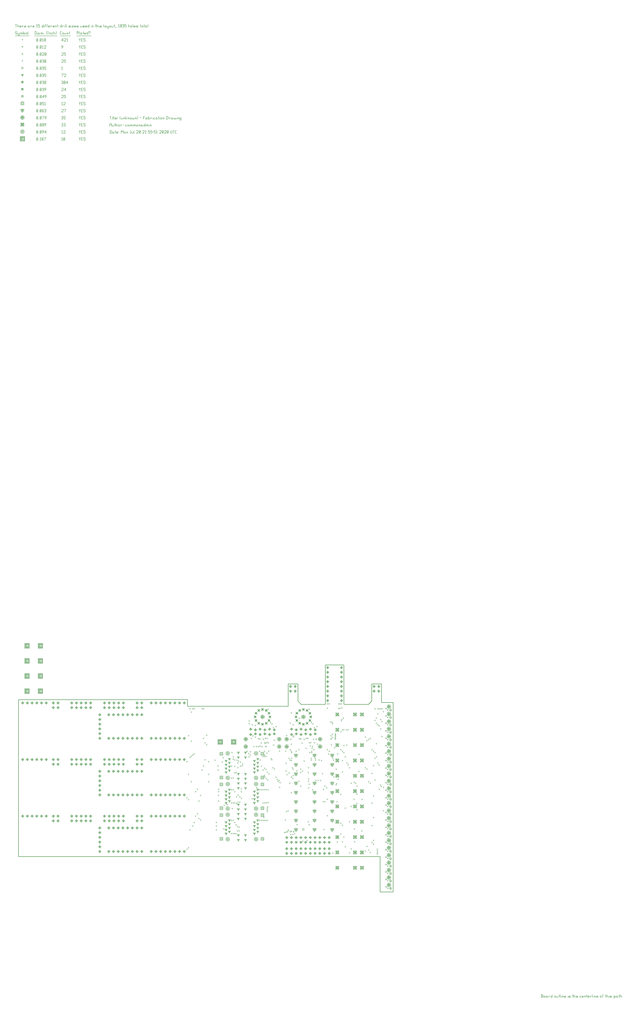
<source format=gbr>
G04 start of page 17 for group -3984 idx -3984 *
G04 Title: (unknown), fab *
G04 Creator: pcb 4.2.0 *
G04 CreationDate: Mon Jul 20 21:55:51 2020 UTC *
G04 For: commonadmin *
G04 Format: Gerber/RS-274X *
G04 PCB-Dimensions (mil): 24000.00 18000.00 *
G04 PCB-Coordinate-Origin: lower left *
%MOIN*%
%FSLAX25Y25*%
%LNFAB*%
%ADD284C,0.0100*%
%ADD283C,0.0075*%
%ADD282C,0.0060*%
%ADD281R,0.0080X0.0080*%
G54D281*X432652Y533883D02*X435852D01*
X432652D02*Y530683D01*
X435852D01*
Y533883D02*Y530683D01*
X431052Y535483D02*X437452D01*
X431052D02*Y529083D01*
X437452D01*
Y535483D02*Y529083D01*
X429452Y537083D02*X439052D01*
X429452D02*Y527483D01*
X439052D01*
Y537083D02*Y527483D01*
X460998Y533883D02*X464198D01*
X460998D02*Y530683D01*
X464198D01*
Y533883D02*Y530683D01*
X459398Y535483D02*X465798D01*
X459398D02*Y529083D01*
X465798D01*
Y535483D02*Y529083D01*
X457798Y537083D02*X467398D01*
X457798D02*Y527483D01*
X467398D01*
Y537083D02*Y527483D01*
X23054Y737600D02*X26254D01*
X23054D02*Y734400D01*
X26254D01*
Y737600D02*Y734400D01*
X21454Y739200D02*X27854D01*
X21454D02*Y732800D01*
X27854D01*
Y739200D02*Y732800D01*
X19854Y740800D02*X29454D01*
X19854D02*Y731200D01*
X29454D01*
Y740800D02*Y731200D01*
X51400Y737600D02*X54600D01*
X51400D02*Y734400D01*
X54600D01*
Y737600D02*Y734400D01*
X49800Y739200D02*X56200D01*
X49800D02*Y732800D01*
X56200D01*
Y739200D02*Y732800D01*
X48200Y740800D02*X57800D01*
X48200D02*Y731200D01*
X57800D01*
Y740800D02*Y731200D01*
X23054Y705600D02*X26254D01*
X23054D02*Y702400D01*
X26254D01*
Y705600D02*Y702400D01*
X21454Y707200D02*X27854D01*
X21454D02*Y700800D01*
X27854D01*
Y707200D02*Y700800D01*
X19854Y708800D02*X29454D01*
X19854D02*Y699200D01*
X29454D01*
Y708800D02*Y699200D01*
X51400Y705600D02*X54600D01*
X51400D02*Y702400D01*
X54600D01*
Y705600D02*Y702400D01*
X49800Y707200D02*X56200D01*
X49800D02*Y700800D01*
X56200D01*
Y707200D02*Y700800D01*
X48200Y708800D02*X57800D01*
X48200D02*Y699200D01*
X57800D01*
Y708800D02*Y699200D01*
X23054Y673600D02*X26254D01*
X23054D02*Y670400D01*
X26254D01*
Y673600D02*Y670400D01*
X21454Y675200D02*X27854D01*
X21454D02*Y668800D01*
X27854D01*
Y675200D02*Y668800D01*
X19854Y676800D02*X29454D01*
X19854D02*Y667200D01*
X29454D01*
Y676800D02*Y667200D01*
X51400Y673600D02*X54600D01*
X51400D02*Y670400D01*
X54600D01*
Y673600D02*Y670400D01*
X49800Y675200D02*X56200D01*
X49800D02*Y668800D01*
X56200D01*
Y675200D02*Y668800D01*
X48200Y676800D02*X57800D01*
X48200D02*Y667200D01*
X57800D01*
Y676800D02*Y667200D01*
X23054Y641600D02*X26254D01*
X23054D02*Y638400D01*
X26254D01*
Y641600D02*Y638400D01*
X21454Y643200D02*X27854D01*
X21454D02*Y636800D01*
X27854D01*
Y643200D02*Y636800D01*
X19854Y644800D02*X29454D01*
X19854D02*Y635200D01*
X29454D01*
Y644800D02*Y635200D01*
X51400Y641600D02*X54600D01*
X51400D02*Y638400D01*
X54600D01*
Y641600D02*Y638400D01*
X49800Y643200D02*X56200D01*
X49800D02*Y636800D01*
X56200D01*
Y643200D02*Y636800D01*
X48200Y644800D02*X57800D01*
X48200D02*Y635200D01*
X57800D01*
Y644800D02*Y635200D01*
X13400Y1812850D02*X16600D01*
X13400D02*Y1809650D01*
X16600D01*
Y1812850D02*Y1809650D01*
X11800Y1814450D02*X18200D01*
X11800D02*Y1808050D01*
X18200D01*
Y1814450D02*Y1808050D01*
X10200Y1816050D02*X19800D01*
X10200D02*Y1806450D01*
X19800D01*
Y1816050D02*Y1806450D01*
G54D282*X135000Y1813500D02*X136500Y1810500D01*
X138000Y1813500D01*
X136500Y1810500D02*Y1807500D01*
X139800Y1810800D02*X142050D01*
X139800Y1807500D02*X142800D01*
X139800Y1813500D02*Y1807500D01*
Y1813500D02*X142800D01*
X147600D02*X148350Y1812750D01*
X145350Y1813500D02*X147600D01*
X144600Y1812750D02*X145350Y1813500D01*
X144600Y1812750D02*Y1811250D01*
X145350Y1810500D01*
X147600D01*
X148350Y1809750D01*
Y1808250D01*
X147600Y1807500D02*X148350Y1808250D01*
X145350Y1807500D02*X147600D01*
X144600Y1808250D02*X145350Y1807500D01*
X98000Y1812300D02*X99200Y1813500D01*
Y1807500D01*
X98000D02*X100250D01*
X102050Y1808250D02*X102800Y1807500D01*
X102050Y1812750D02*Y1808250D01*
Y1812750D02*X102800Y1813500D01*
X104300D01*
X105050Y1812750D01*
Y1808250D01*
X104300Y1807500D02*X105050Y1808250D01*
X102800Y1807500D02*X104300D01*
X102050Y1809000D02*X105050Y1812000D01*
X45000Y1808250D02*X45750Y1807500D01*
X45000Y1812750D02*Y1808250D01*
Y1812750D02*X45750Y1813500D01*
X47250D01*
X48000Y1812750D01*
Y1808250D01*
X47250Y1807500D02*X48000Y1808250D01*
X45750Y1807500D02*X47250D01*
X45000Y1809000D02*X48000Y1812000D01*
X49800Y1807500D02*X50550D01*
X52350Y1812300D02*X53550Y1813500D01*
Y1807500D01*
X52350D02*X54600D01*
X56400Y1808250D02*X57150Y1807500D01*
X56400Y1809450D02*Y1808250D01*
Y1809450D02*X57450Y1810500D01*
X58350D01*
X59400Y1809450D01*
Y1808250D01*
X58650Y1807500D02*X59400Y1808250D01*
X57150Y1807500D02*X58650D01*
X56400Y1811550D02*X57450Y1810500D01*
X56400Y1812750D02*Y1811550D01*
Y1812750D02*X57150Y1813500D01*
X58650D01*
X59400Y1812750D01*
Y1811550D01*
X58350Y1810500D02*X59400Y1811550D01*
X61950Y1807500D02*X64950Y1813500D01*
X61200D02*X64950D01*
X509200Y377969D02*G75*G03X510800Y377969I800J0D01*G01*
G75*G03X509200Y377969I-800J0D01*G01*
X507600D02*G75*G03X512400Y377969I2400J0D01*G01*
G75*G03X507600Y377969I-2400J0D01*G01*
X506000D02*G75*G03X514000Y377969I4000J0D01*G01*
G75*G03X506000Y377969I-4000J0D01*G01*
X509200Y326000D02*G75*G03X510800Y326000I800J0D01*G01*
G75*G03X509200Y326000I-800J0D01*G01*
X507600D02*G75*G03X512400Y326000I2400J0D01*G01*
G75*G03X507600Y326000I-2400J0D01*G01*
X506000D02*G75*G03X514000Y326000I4000J0D01*G01*
G75*G03X506000Y326000I-4000J0D01*G01*
X509200Y507969D02*G75*G03X510800Y507969I800J0D01*G01*
G75*G03X509200Y507969I-800J0D01*G01*
X507600D02*G75*G03X512400Y507969I2400J0D01*G01*
G75*G03X507600Y507969I-2400J0D01*G01*
X506000D02*G75*G03X514000Y507969I4000J0D01*G01*
G75*G03X506000Y507969I-4000J0D01*G01*
X509200Y456000D02*G75*G03X510800Y456000I800J0D01*G01*
G75*G03X509200Y456000I-800J0D01*G01*
X507600D02*G75*G03X512400Y456000I2400J0D01*G01*
G75*G03X507600Y456000I-2400J0D01*G01*
X506000D02*G75*G03X514000Y456000I4000J0D01*G01*
G75*G03X506000Y456000I-4000J0D01*G01*
X509200Y442969D02*G75*G03X510800Y442969I800J0D01*G01*
G75*G03X509200Y442969I-800J0D01*G01*
X507600D02*G75*G03X512400Y442969I2400J0D01*G01*
G75*G03X507600Y442969I-2400J0D01*G01*
X506000D02*G75*G03X514000Y442969I4000J0D01*G01*
G75*G03X506000Y442969I-4000J0D01*G01*
X509200Y391000D02*G75*G03X510800Y391000I800J0D01*G01*
G75*G03X509200Y391000I-800J0D01*G01*
X507600D02*G75*G03X512400Y391000I2400J0D01*G01*
G75*G03X507600Y391000I-2400J0D01*G01*
X506000D02*G75*G03X514000Y391000I4000J0D01*G01*
G75*G03X506000Y391000I-4000J0D01*G01*
X449200Y326000D02*G75*G03X450800Y326000I800J0D01*G01*
G75*G03X449200Y326000I-800J0D01*G01*
X447600D02*G75*G03X452400Y326000I2400J0D01*G01*
G75*G03X447600Y326000I-2400J0D01*G01*
X446000D02*G75*G03X454000Y326000I4000J0D01*G01*
G75*G03X446000Y326000I-4000J0D01*G01*
X449200Y377969D02*G75*G03X450800Y377969I800J0D01*G01*
G75*G03X449200Y377969I-800J0D01*G01*
X447600D02*G75*G03X452400Y377969I2400J0D01*G01*
G75*G03X447600Y377969I-2400J0D01*G01*
X446000D02*G75*G03X454000Y377969I4000J0D01*G01*
G75*G03X446000Y377969I-4000J0D01*G01*
X449200Y456000D02*G75*G03X450800Y456000I800J0D01*G01*
G75*G03X449200Y456000I-800J0D01*G01*
X447600D02*G75*G03X452400Y456000I2400J0D01*G01*
G75*G03X447600Y456000I-2400J0D01*G01*
X446000D02*G75*G03X454000Y456000I4000J0D01*G01*
G75*G03X446000Y456000I-4000J0D01*G01*
X449200Y507969D02*G75*G03X450800Y507969I800J0D01*G01*
G75*G03X449200Y507969I-800J0D01*G01*
X447600D02*G75*G03X452400Y507969I2400J0D01*G01*
G75*G03X447600Y507969I-2400J0D01*G01*
X446000D02*G75*G03X454000Y507969I4000J0D01*G01*
G75*G03X446000Y507969I-4000J0D01*G01*
X449200Y391000D02*G75*G03X450800Y391000I800J0D01*G01*
G75*G03X449200Y391000I-800J0D01*G01*
X447600D02*G75*G03X452400Y391000I2400J0D01*G01*
G75*G03X447600Y391000I-2400J0D01*G01*
X446000D02*G75*G03X454000Y391000I4000J0D01*G01*
G75*G03X446000Y391000I-4000J0D01*G01*
X449200Y442969D02*G75*G03X450800Y442969I800J0D01*G01*
G75*G03X449200Y442969I-800J0D01*G01*
X447600D02*G75*G03X452400Y442969I2400J0D01*G01*
G75*G03X447600Y442969I-2400J0D01*G01*
X446000D02*G75*G03X454000Y442969I4000J0D01*G01*
G75*G03X446000Y442969I-4000J0D01*G01*
X14200Y1826250D02*G75*G03X15800Y1826250I800J0D01*G01*
G75*G03X14200Y1826250I-800J0D01*G01*
X12600D02*G75*G03X17400Y1826250I2400J0D01*G01*
G75*G03X12600Y1826250I-2400J0D01*G01*
X11000D02*G75*G03X19000Y1826250I4000J0D01*G01*
G75*G03X11000Y1826250I-4000J0D01*G01*
X135000Y1828500D02*X136500Y1825500D01*
X138000Y1828500D01*
X136500Y1825500D02*Y1822500D01*
X139800Y1825800D02*X142050D01*
X139800Y1822500D02*X142800D01*
X139800Y1828500D02*Y1822500D01*
Y1828500D02*X142800D01*
X147600D02*X148350Y1827750D01*
X145350Y1828500D02*X147600D01*
X144600Y1827750D02*X145350Y1828500D01*
X144600Y1827750D02*Y1826250D01*
X145350Y1825500D01*
X147600D01*
X148350Y1824750D01*
Y1823250D01*
X147600Y1822500D02*X148350Y1823250D01*
X145350Y1822500D02*X147600D01*
X144600Y1823250D02*X145350Y1822500D01*
X98000Y1827300D02*X99200Y1828500D01*
Y1822500D01*
X98000D02*X100250D01*
X102050Y1827750D02*X102800Y1828500D01*
X105050D01*
X105800Y1827750D01*
Y1826250D01*
X102050Y1822500D02*X105800Y1826250D01*
X102050Y1822500D02*X105800D01*
X45000Y1823250D02*X45750Y1822500D01*
X45000Y1827750D02*Y1823250D01*
Y1827750D02*X45750Y1828500D01*
X47250D01*
X48000Y1827750D01*
Y1823250D01*
X47250Y1822500D02*X48000Y1823250D01*
X45750Y1822500D02*X47250D01*
X45000Y1824000D02*X48000Y1827000D01*
X49800Y1822500D02*X50550D01*
X52350Y1823250D02*X53100Y1822500D01*
X52350Y1827750D02*Y1823250D01*
Y1827750D02*X53100Y1828500D01*
X54600D01*
X55350Y1827750D01*
Y1823250D01*
X54600Y1822500D02*X55350Y1823250D01*
X53100Y1822500D02*X54600D01*
X52350Y1824000D02*X55350Y1827000D01*
X57900Y1822500D02*X60150Y1825500D01*
Y1827750D02*Y1825500D01*
X59400Y1828500D02*X60150Y1827750D01*
X57900Y1828500D02*X59400D01*
X57150Y1827750D02*X57900Y1828500D01*
X57150Y1827750D02*Y1826250D01*
X57900Y1825500D01*
X60150D01*
X61950Y1824750D02*X64950Y1828500D01*
X61950Y1824750D02*X65700D01*
X64950Y1828500D02*Y1822500D01*
X730652Y334053D02*X737852Y326853D01*
X730652D02*X737852Y334053D01*
X732652Y332053D02*X735852D01*
X732652D02*Y328853D01*
X735852D01*
Y332053D02*Y328853D01*
X731052Y333653D02*X737452D01*
X731052D02*Y327253D01*
X737452D01*
Y333653D02*Y327253D01*
X730652Y366553D02*X737852Y359353D01*
X730652D02*X737852Y366553D01*
X732652Y364553D02*X735852D01*
X732652D02*Y361353D01*
X735852D01*
Y364553D02*Y361353D01*
X731052Y366153D02*X737452D01*
X731052D02*Y359753D01*
X737452D01*
Y366153D02*Y359753D01*
X730652Y399053D02*X737852Y391853D01*
X730652D02*X737852Y399053D01*
X732652Y397053D02*X735852D01*
X732652D02*Y393853D01*
X735852D01*
Y397053D02*Y393853D01*
X731052Y398653D02*X737452D01*
X731052D02*Y392253D01*
X737452D01*
Y398653D02*Y392253D01*
X730652Y431553D02*X737852Y424353D01*
X730652D02*X737852Y431553D01*
X732652Y429553D02*X735852D01*
X732652D02*Y426353D01*
X735852D01*
Y429553D02*Y426353D01*
X731052Y431153D02*X737452D01*
X731052D02*Y424753D01*
X737452D01*
Y431153D02*Y424753D01*
X730652Y464053D02*X737852Y456853D01*
X730652D02*X737852Y464053D01*
X732652Y462053D02*X735852D01*
X732652D02*Y458853D01*
X735852D01*
Y462053D02*Y458853D01*
X731052Y463653D02*X737452D01*
X731052D02*Y457253D01*
X737452D01*
Y463653D02*Y457253D01*
X730652Y496553D02*X737852Y489353D01*
X730652D02*X737852Y496553D01*
X732652Y494553D02*X735852D01*
X732652D02*Y491353D01*
X735852D01*
Y494553D02*Y491353D01*
X731052Y496153D02*X737452D01*
X731052D02*Y489753D01*
X737452D01*
Y496153D02*Y489753D01*
X730652Y529053D02*X737852Y521853D01*
X730652D02*X737852Y529053D01*
X732652Y527053D02*X735852D01*
X732652D02*Y523853D01*
X735852D01*
Y527053D02*Y523853D01*
X731052Y528653D02*X737452D01*
X731052D02*Y522253D01*
X737452D01*
Y528653D02*Y522253D01*
X730652Y561553D02*X737852Y554353D01*
X730652D02*X737852Y561553D01*
X732652Y559553D02*X735852D01*
X732652D02*Y556353D01*
X735852D01*
Y559553D02*Y556353D01*
X731052Y561153D02*X737452D01*
X731052D02*Y554753D01*
X737452D01*
Y561153D02*Y554753D01*
X730652Y594053D02*X737852Y586853D01*
X730652D02*X737852Y594053D01*
X732652Y592053D02*X735852D01*
X732652D02*Y588853D01*
X735852D01*
Y592053D02*Y588853D01*
X731052Y593653D02*X737452D01*
X731052D02*Y587253D01*
X737452D01*
Y593653D02*Y587253D01*
X730652Y301553D02*X737852Y294353D01*
X730652D02*X737852Y301553D01*
X732652Y299553D02*X735852D01*
X732652D02*Y296353D01*
X735852D01*
Y299553D02*Y296353D01*
X731052Y301153D02*X737452D01*
X731052D02*Y294753D01*
X737452D01*
Y301153D02*Y294753D01*
X730652Y269053D02*X737852Y261853D01*
X730652D02*X737852Y269053D01*
X732652Y267053D02*X735852D01*
X732652D02*Y263853D01*
X735852D01*
Y267053D02*Y263853D01*
X731052Y268653D02*X737452D01*
X731052D02*Y262253D01*
X737452D01*
Y268653D02*Y262253D01*
X678487Y334131D02*X685687Y326931D01*
X678487D02*X685687Y334131D01*
X680487Y332131D02*X683687D01*
X680487D02*Y328931D01*
X683687D01*
Y332131D02*Y328931D01*
X678887Y333731D02*X685287D01*
X678887D02*Y327331D01*
X685287D01*
Y333731D02*Y327331D01*
X678487Y366631D02*X685687Y359431D01*
X678487D02*X685687Y366631D01*
X680487Y364631D02*X683687D01*
X680487D02*Y361431D01*
X683687D01*
Y364631D02*Y361431D01*
X678887Y366231D02*X685287D01*
X678887D02*Y359831D01*
X685287D01*
Y366231D02*Y359831D01*
X678487Y399131D02*X685687Y391931D01*
X678487D02*X685687Y399131D01*
X680487Y397131D02*X683687D01*
X680487D02*Y393931D01*
X683687D01*
Y397131D02*Y393931D01*
X678887Y398731D02*X685287D01*
X678887D02*Y392331D01*
X685287D01*
Y398731D02*Y392331D01*
X678487Y431631D02*X685687Y424431D01*
X678487D02*X685687Y431631D01*
X680487Y429631D02*X683687D01*
X680487D02*Y426431D01*
X683687D01*
Y429631D02*Y426431D01*
X678887Y431231D02*X685287D01*
X678887D02*Y424831D01*
X685287D01*
Y431231D02*Y424831D01*
X678487Y464131D02*X685687Y456931D01*
X678487D02*X685687Y464131D01*
X680487Y462131D02*X683687D01*
X680487D02*Y458931D01*
X683687D01*
Y462131D02*Y458931D01*
X678887Y463731D02*X685287D01*
X678887D02*Y457331D01*
X685287D01*
Y463731D02*Y457331D01*
X678487Y496631D02*X685687Y489431D01*
X678487D02*X685687Y496631D01*
X680487Y494631D02*X683687D01*
X680487D02*Y491431D01*
X683687D01*
Y494631D02*Y491431D01*
X678887Y496231D02*X685287D01*
X678887D02*Y489831D01*
X685287D01*
Y496231D02*Y489831D01*
X678487Y529131D02*X685687Y521931D01*
X678487D02*X685687Y529131D01*
X680487Y527131D02*X683687D01*
X680487D02*Y523931D01*
X683687D01*
Y527131D02*Y523931D01*
X678887Y528731D02*X685287D01*
X678887D02*Y522331D01*
X685287D01*
Y528731D02*Y522331D01*
X678487Y561631D02*X685687Y554431D01*
X678487D02*X685687Y561631D01*
X680487Y559631D02*X683687D01*
X680487D02*Y556431D01*
X683687D01*
Y559631D02*Y556431D01*
X678887Y561231D02*X685287D01*
X678887D02*Y554831D01*
X685287D01*
Y561231D02*Y554831D01*
X678487Y594131D02*X685687Y586931D01*
X678487D02*X685687Y594131D01*
X680487Y592131D02*X683687D01*
X680487D02*Y588931D01*
X683687D01*
Y592131D02*Y588931D01*
X678887Y593731D02*X685287D01*
X678887D02*Y587331D01*
X685287D01*
Y593731D02*Y587331D01*
X678487Y301631D02*X685687Y294431D01*
X678487D02*X685687Y301631D01*
X680487Y299631D02*X683687D01*
X680487D02*Y296431D01*
X683687D01*
Y299631D02*Y296431D01*
X678887Y301231D02*X685287D01*
X678887D02*Y294831D01*
X685287D01*
Y301231D02*Y294831D01*
X678487Y269131D02*X685687Y261931D01*
X678487D02*X685687Y269131D01*
X680487Y267131D02*X683687D01*
X680487D02*Y263931D01*
X683687D01*
Y267131D02*Y263931D01*
X678887Y268731D02*X685287D01*
X678887D02*Y262331D01*
X685287D01*
Y268731D02*Y262331D01*
X715888Y334053D02*X723088Y326853D01*
X715888D02*X723088Y334053D01*
X717888Y332053D02*X721088D01*
X717888D02*Y328853D01*
X721088D01*
Y332053D02*Y328853D01*
X716288Y333653D02*X722688D01*
X716288D02*Y327253D01*
X722688D01*
Y333653D02*Y327253D01*
X715888Y366553D02*X723088Y359353D01*
X715888D02*X723088Y366553D01*
X717888Y364553D02*X721088D01*
X717888D02*Y361353D01*
X721088D01*
Y364553D02*Y361353D01*
X716288Y366153D02*X722688D01*
X716288D02*Y359753D01*
X722688D01*
Y366153D02*Y359753D01*
X715888Y399053D02*X723088Y391853D01*
X715888D02*X723088Y399053D01*
X717888Y397053D02*X721088D01*
X717888D02*Y393853D01*
X721088D01*
Y397053D02*Y393853D01*
X716288Y398653D02*X722688D01*
X716288D02*Y392253D01*
X722688D01*
Y398653D02*Y392253D01*
X715888Y431553D02*X723088Y424353D01*
X715888D02*X723088Y431553D01*
X717888Y429553D02*X721088D01*
X717888D02*Y426353D01*
X721088D01*
Y429553D02*Y426353D01*
X716288Y431153D02*X722688D01*
X716288D02*Y424753D01*
X722688D01*
Y431153D02*Y424753D01*
X715888Y464053D02*X723088Y456853D01*
X715888D02*X723088Y464053D01*
X717888Y462053D02*X721088D01*
X717888D02*Y458853D01*
X721088D01*
Y462053D02*Y458853D01*
X716288Y463653D02*X722688D01*
X716288D02*Y457253D01*
X722688D01*
Y463653D02*Y457253D01*
X715888Y496553D02*X723088Y489353D01*
X715888D02*X723088Y496553D01*
X717888Y494553D02*X721088D01*
X717888D02*Y491353D01*
X721088D01*
Y494553D02*Y491353D01*
X716288Y496153D02*X722688D01*
X716288D02*Y489753D01*
X722688D01*
Y496153D02*Y489753D01*
X715888Y529053D02*X723088Y521853D01*
X715888D02*X723088Y529053D01*
X717888Y527053D02*X721088D01*
X717888D02*Y523853D01*
X721088D01*
Y527053D02*Y523853D01*
X716288Y528653D02*X722688D01*
X716288D02*Y522253D01*
X722688D01*
Y528653D02*Y522253D01*
X715888Y561553D02*X723088Y554353D01*
X715888D02*X723088Y561553D01*
X717888Y559553D02*X721088D01*
X717888D02*Y556353D01*
X721088D01*
Y559553D02*Y556353D01*
X716288Y561153D02*X722688D01*
X716288D02*Y554753D01*
X722688D01*
Y561153D02*Y554753D01*
X715888Y594053D02*X723088Y586853D01*
X715888D02*X723088Y594053D01*
X717888Y592053D02*X721088D01*
X717888D02*Y588853D01*
X721088D01*
Y592053D02*Y588853D01*
X716288Y593653D02*X722688D01*
X716288D02*Y587253D01*
X722688D01*
Y593653D02*Y587253D01*
X715888Y301553D02*X723088Y294353D01*
X715888D02*X723088Y301553D01*
X717888Y299553D02*X721088D01*
X717888D02*Y296353D01*
X721088D01*
Y299553D02*Y296353D01*
X716288Y301153D02*X722688D01*
X716288D02*Y294753D01*
X722688D01*
Y301153D02*Y294753D01*
X715888Y269053D02*X723088Y261853D01*
X715888D02*X723088Y269053D01*
X717888Y267053D02*X721088D01*
X717888D02*Y263853D01*
X721088D01*
Y267053D02*Y263853D01*
X716288Y268653D02*X722688D01*
X716288D02*Y262253D01*
X722688D01*
Y268653D02*Y262253D01*
X11400Y1844850D02*X18600Y1837650D01*
X11400D02*X18600Y1844850D01*
X13400Y1842850D02*X16600D01*
X13400D02*Y1839650D01*
X16600D01*
Y1842850D02*Y1839650D01*
X11800Y1844450D02*X18200D01*
X11800D02*Y1838050D01*
X18200D01*
Y1844450D02*Y1838050D01*
X135000Y1843500D02*X136500Y1840500D01*
X138000Y1843500D01*
X136500Y1840500D02*Y1837500D01*
X139800Y1840800D02*X142050D01*
X139800Y1837500D02*X142800D01*
X139800Y1843500D02*Y1837500D01*
Y1843500D02*X142800D01*
X147600D02*X148350Y1842750D01*
X145350Y1843500D02*X147600D01*
X144600Y1842750D02*X145350Y1843500D01*
X144600Y1842750D02*Y1841250D01*
X145350Y1840500D01*
X147600D01*
X148350Y1839750D01*
Y1838250D01*
X147600Y1837500D02*X148350Y1838250D01*
X145350Y1837500D02*X147600D01*
X144600Y1838250D02*X145350Y1837500D01*
X98000Y1842750D02*X98750Y1843500D01*
X100250D01*
X101000Y1842750D01*
X100250Y1837500D02*X101000Y1838250D01*
X98750Y1837500D02*X100250D01*
X98000Y1838250D02*X98750Y1837500D01*
Y1840800D02*X100250D01*
X101000Y1842750D02*Y1841550D01*
Y1840050D02*Y1838250D01*
Y1840050D02*X100250Y1840800D01*
X101000Y1841550D02*X100250Y1840800D01*
X102800Y1842750D02*X103550Y1843500D01*
X105050D01*
X105800Y1842750D01*
X105050Y1837500D02*X105800Y1838250D01*
X103550Y1837500D02*X105050D01*
X102800Y1838250D02*X103550Y1837500D01*
Y1840800D02*X105050D01*
X105800Y1842750D02*Y1841550D01*
Y1840050D02*Y1838250D01*
Y1840050D02*X105050Y1840800D01*
X105800Y1841550D02*X105050Y1840800D01*
X45000Y1838250D02*X45750Y1837500D01*
X45000Y1842750D02*Y1838250D01*
Y1842750D02*X45750Y1843500D01*
X47250D01*
X48000Y1842750D01*
Y1838250D01*
X47250Y1837500D02*X48000Y1838250D01*
X45750Y1837500D02*X47250D01*
X45000Y1839000D02*X48000Y1842000D01*
X49800Y1837500D02*X50550D01*
X52350Y1838250D02*X53100Y1837500D01*
X52350Y1842750D02*Y1838250D01*
Y1842750D02*X53100Y1843500D01*
X54600D01*
X55350Y1842750D01*
Y1838250D01*
X54600Y1837500D02*X55350Y1838250D01*
X53100Y1837500D02*X54600D01*
X52350Y1839000D02*X55350Y1842000D01*
X57150Y1838250D02*X57900Y1837500D01*
X57150Y1839450D02*Y1838250D01*
Y1839450D02*X58200Y1840500D01*
X59100D01*
X60150Y1839450D01*
Y1838250D01*
X59400Y1837500D02*X60150Y1838250D01*
X57900Y1837500D02*X59400D01*
X57150Y1841550D02*X58200Y1840500D01*
X57150Y1842750D02*Y1841550D01*
Y1842750D02*X57900Y1843500D01*
X59400D01*
X60150Y1842750D01*
Y1841550D01*
X59100Y1840500D02*X60150Y1841550D01*
X62700Y1837500D02*X64950Y1840500D01*
Y1842750D02*Y1840500D01*
X64200Y1843500D02*X64950Y1842750D01*
X62700Y1843500D02*X64200D01*
X61950Y1842750D02*X62700Y1843500D01*
X61950Y1842750D02*Y1841250D01*
X62700Y1840500D01*
X64950D01*
X791339Y611887D02*Y602287D01*
X786539Y607087D02*X796139D01*
X789739Y608687D02*X792939D01*
X789739D02*Y605487D01*
X792939D01*
Y608687D02*Y605487D01*
X788139Y610287D02*X794539D01*
X788139D02*Y603887D01*
X794539D01*
Y610287D02*Y603887D01*
X791339Y596139D02*Y586539D01*
X786539Y591339D02*X796139D01*
X789739Y592939D02*X792939D01*
X789739D02*Y589739D01*
X792939D01*
Y592939D02*Y589739D01*
X788139Y594539D02*X794539D01*
X788139D02*Y588139D01*
X794539D01*
Y594539D02*Y588139D01*
X791339Y580391D02*Y570791D01*
X786539Y575591D02*X796139D01*
X789739Y577191D02*X792939D01*
X789739D02*Y573991D01*
X792939D01*
Y577191D02*Y573991D01*
X788139Y578791D02*X794539D01*
X788139D02*Y572391D01*
X794539D01*
Y578791D02*Y572391D01*
X791339Y564643D02*Y555043D01*
X786539Y559843D02*X796139D01*
X789739Y561443D02*X792939D01*
X789739D02*Y558243D01*
X792939D01*
Y561443D02*Y558243D01*
X788139Y563043D02*X794539D01*
X788139D02*Y556643D01*
X794539D01*
Y563043D02*Y556643D01*
X791339Y233934D02*Y224334D01*
X786539Y229134D02*X796139D01*
X789739Y230734D02*X792939D01*
X789739D02*Y227534D01*
X792939D01*
Y230734D02*Y227534D01*
X788139Y232334D02*X794539D01*
X788139D02*Y225934D01*
X794539D01*
Y232334D02*Y225934D01*
X791339Y375666D02*Y366066D01*
X786539Y370866D02*X796139D01*
X789739Y372466D02*X792939D01*
X789739D02*Y369266D01*
X792939D01*
Y372466D02*Y369266D01*
X788139Y374066D02*X794539D01*
X788139D02*Y367666D01*
X794539D01*
Y374066D02*Y367666D01*
X791339Y359918D02*Y350318D01*
X786539Y355118D02*X796139D01*
X789739Y356718D02*X792939D01*
X789739D02*Y353518D01*
X792939D01*
Y356718D02*Y353518D01*
X788139Y358318D02*X794539D01*
X788139D02*Y351918D01*
X794539D01*
Y358318D02*Y351918D01*
X791339Y344170D02*Y334570D01*
X786539Y339370D02*X796139D01*
X789739Y340970D02*X792939D01*
X789739D02*Y337770D01*
X792939D01*
Y340970D02*Y337770D01*
X788139Y342570D02*X794539D01*
X788139D02*Y336170D01*
X794539D01*
Y342570D02*Y336170D01*
X791339Y485902D02*Y476302D01*
X786539Y481102D02*X796139D01*
X789739Y482702D02*X792939D01*
X789739D02*Y479502D01*
X792939D01*
Y482702D02*Y479502D01*
X788139Y484302D02*X794539D01*
X788139D02*Y477902D01*
X794539D01*
Y484302D02*Y477902D01*
X791339Y470154D02*Y460554D01*
X786539Y465354D02*X796139D01*
X789739Y466954D02*X792939D01*
X789739D02*Y463754D01*
X792939D01*
Y466954D02*Y463754D01*
X788139Y468554D02*X794539D01*
X788139D02*Y462154D01*
X794539D01*
Y468554D02*Y462154D01*
X791339Y454406D02*Y444806D01*
X786539Y449606D02*X796139D01*
X789739Y451206D02*X792939D01*
X789739D02*Y448006D01*
X792939D01*
Y451206D02*Y448006D01*
X788139Y452806D02*X794539D01*
X788139D02*Y446406D01*
X794539D01*
Y452806D02*Y446406D01*
X791339Y438658D02*Y429058D01*
X786539Y433858D02*X796139D01*
X789739Y435458D02*X792939D01*
X789739D02*Y432258D01*
X792939D01*
Y435458D02*Y432258D01*
X788139Y437058D02*X794539D01*
X788139D02*Y430658D01*
X794539D01*
Y437058D02*Y430658D01*
X791339Y422910D02*Y413310D01*
X786539Y418110D02*X796139D01*
X789739Y419710D02*X792939D01*
X789739D02*Y416510D01*
X792939D01*
Y419710D02*Y416510D01*
X788139Y421310D02*X794539D01*
X788139D02*Y414910D01*
X794539D01*
Y421310D02*Y414910D01*
X791339Y407162D02*Y397562D01*
X786539Y402362D02*X796139D01*
X789739Y403962D02*X792939D01*
X789739D02*Y400762D01*
X792939D01*
Y403962D02*Y400762D01*
X788139Y405562D02*X794539D01*
X788139D02*Y399162D01*
X794539D01*
Y405562D02*Y399162D01*
X791339Y328422D02*Y318822D01*
X786539Y323622D02*X796139D01*
X789739Y325222D02*X792939D01*
X789739D02*Y322022D01*
X792939D01*
Y325222D02*Y322022D01*
X788139Y326822D02*X794539D01*
X788139D02*Y320422D01*
X794539D01*
Y326822D02*Y320422D01*
X791339Y312674D02*Y303074D01*
X786539Y307874D02*X796139D01*
X789739Y309474D02*X792939D01*
X789739D02*Y306274D01*
X792939D01*
Y309474D02*Y306274D01*
X788139Y311074D02*X794539D01*
X788139D02*Y304674D01*
X794539D01*
Y311074D02*Y304674D01*
X791339Y296926D02*Y287326D01*
X786539Y292126D02*X796139D01*
X789739Y293726D02*X792939D01*
X789739D02*Y290526D01*
X792939D01*
Y293726D02*Y290526D01*
X788139Y295326D02*X794539D01*
X788139D02*Y288926D01*
X794539D01*
Y295326D02*Y288926D01*
X791339Y281178D02*Y271578D01*
X786539Y276378D02*X796139D01*
X789739Y277978D02*X792939D01*
X789739D02*Y274778D01*
X792939D01*
Y277978D02*Y274778D01*
X788139Y279578D02*X794539D01*
X788139D02*Y273178D01*
X794539D01*
Y279578D02*Y273178D01*
X791339Y265430D02*Y255830D01*
X786539Y260630D02*X796139D01*
X789739Y262230D02*X792939D01*
X789739D02*Y259030D01*
X792939D01*
Y262230D02*Y259030D01*
X788139Y263830D02*X794539D01*
X788139D02*Y257430D01*
X794539D01*
Y263830D02*Y257430D01*
X791339Y249682D02*Y240082D01*
X786539Y244882D02*X796139D01*
X789739Y246482D02*X792939D01*
X789739D02*Y243282D01*
X792939D01*
Y246482D02*Y243282D01*
X788139Y248082D02*X794539D01*
X788139D02*Y241682D01*
X794539D01*
Y248082D02*Y241682D01*
X791339Y391414D02*Y381814D01*
X786539Y386614D02*X796139D01*
X789739Y388214D02*X792939D01*
X789739D02*Y385014D01*
X792939D01*
Y388214D02*Y385014D01*
X788139Y389814D02*X794539D01*
X788139D02*Y383414D01*
X794539D01*
Y389814D02*Y383414D01*
X791339Y501650D02*Y492050D01*
X786539Y496850D02*X796139D01*
X789739Y498450D02*X792939D01*
X789739D02*Y495250D01*
X792939D01*
Y498450D02*Y495250D01*
X788139Y500050D02*X794539D01*
X788139D02*Y493650D01*
X794539D01*
Y500050D02*Y493650D01*
X791339Y517398D02*Y507798D01*
X786539Y512598D02*X796139D01*
X789739Y514198D02*X792939D01*
X789739D02*Y510998D01*
X792939D01*
Y514198D02*Y510998D01*
X788139Y515798D02*X794539D01*
X788139D02*Y509398D01*
X794539D01*
Y515798D02*Y509398D01*
X791339Y533146D02*Y523546D01*
X786539Y528346D02*X796139D01*
X789739Y529946D02*X792939D01*
X789739D02*Y526746D01*
X792939D01*
Y529946D02*Y526746D01*
X788139Y531546D02*X794539D01*
X788139D02*Y525146D01*
X794539D01*
Y531546D02*Y525146D01*
X791339Y548894D02*Y539294D01*
X786539Y544094D02*X796139D01*
X789739Y545694D02*X792939D01*
X789739D02*Y542494D01*
X792939D01*
Y545694D02*Y542494D01*
X788139Y547294D02*X794539D01*
X788139D02*Y540894D01*
X794539D01*
Y547294D02*Y540894D01*
X523622Y590233D02*Y580633D01*
X518822Y585433D02*X528422D01*
X522022Y587033D02*X525222D01*
X522022D02*Y583833D01*
X525222D01*
Y587033D02*Y583833D01*
X520422Y588633D02*X526822D01*
X520422D02*Y582233D01*
X526822D01*
Y588633D02*Y582233D01*
X488189Y527241D02*Y517641D01*
X483389Y522441D02*X492989D01*
X486589Y524041D02*X489789D01*
X486589D02*Y520841D01*
X489789D01*
Y524041D02*Y520841D01*
X484989Y525641D02*X491389D01*
X484989D02*Y519241D01*
X491389D01*
Y525641D02*Y519241D01*
X488189Y542989D02*Y533389D01*
X483389Y538189D02*X492989D01*
X486589Y539789D02*X489789D01*
X486589D02*Y536589D01*
X489789D01*
Y539789D02*Y536589D01*
X484989Y541389D02*X491389D01*
X484989D02*Y534989D01*
X491389D01*
Y541389D02*Y534989D01*
X559055Y542989D02*Y533389D01*
X554255Y538189D02*X563855D01*
X557455Y539789D02*X560655D01*
X557455D02*Y536589D01*
X560655D01*
Y539789D02*Y536589D01*
X555855Y541389D02*X562255D01*
X555855D02*Y534989D01*
X562255D01*
Y541389D02*Y534989D01*
X559055Y527241D02*Y517641D01*
X554255Y522441D02*X563855D01*
X557455Y524041D02*X560655D01*
X557455D02*Y520841D01*
X560655D01*
Y524041D02*Y520841D01*
X555855Y525641D02*X562255D01*
X555855D02*Y519241D01*
X562255D01*
Y525641D02*Y519241D01*
X574803Y527241D02*Y517641D01*
X570003Y522441D02*X579603D01*
X573203Y524041D02*X576403D01*
X573203D02*Y520841D01*
X576403D01*
Y524041D02*Y520841D01*
X571603Y525641D02*X578003D01*
X571603D02*Y519241D01*
X578003D01*
Y525641D02*Y519241D01*
X574803Y542989D02*Y533389D01*
X570003Y538189D02*X579603D01*
X573203Y539789D02*X576403D01*
X573203D02*Y536589D01*
X576403D01*
Y539789D02*Y536589D01*
X571603Y541389D02*X578003D01*
X571603D02*Y534989D01*
X578003D01*
Y541389D02*Y534989D01*
X645669Y542989D02*Y533389D01*
X640869Y538189D02*X650469D01*
X644069Y539789D02*X647269D01*
X644069D02*Y536589D01*
X647269D01*
Y539789D02*Y536589D01*
X642469Y541389D02*X648869D01*
X642469D02*Y534989D01*
X648869D01*
Y541389D02*Y534989D01*
X645669Y527241D02*Y517641D01*
X640869Y522441D02*X650469D01*
X644069Y524041D02*X647269D01*
X644069D02*Y520841D01*
X647269D01*
Y524041D02*Y520841D01*
X642469Y525641D02*X648869D01*
X642469D02*Y519241D01*
X648869D01*
Y525641D02*Y519241D01*
X610236Y590233D02*Y580633D01*
X605436Y585433D02*X615036D01*
X608636Y587033D02*X611836D01*
X608636D02*Y583833D01*
X611836D01*
Y587033D02*Y583833D01*
X607036Y588633D02*X613436D01*
X607036D02*Y582233D01*
X613436D01*
Y588633D02*Y582233D01*
X15000Y1861050D02*Y1851450D01*
X10200Y1856250D02*X19800D01*
X13400Y1857850D02*X16600D01*
X13400D02*Y1854650D01*
X16600D01*
Y1857850D02*Y1854650D01*
X11800Y1859450D02*X18200D01*
X11800D02*Y1853050D01*
X18200D01*
Y1859450D02*Y1853050D01*
X135000Y1858500D02*X136500Y1855500D01*
X138000Y1858500D01*
X136500Y1855500D02*Y1852500D01*
X139800Y1855800D02*X142050D01*
X139800Y1852500D02*X142800D01*
X139800Y1858500D02*Y1852500D01*
Y1858500D02*X142800D01*
X147600D02*X148350Y1857750D01*
X145350Y1858500D02*X147600D01*
X144600Y1857750D02*X145350Y1858500D01*
X144600Y1857750D02*Y1856250D01*
X145350Y1855500D01*
X147600D01*
X148350Y1854750D01*
Y1853250D01*
X147600Y1852500D02*X148350Y1853250D01*
X145350Y1852500D02*X147600D01*
X144600Y1853250D02*X145350Y1852500D01*
X98000Y1857750D02*X98750Y1858500D01*
X100250D01*
X101000Y1857750D01*
X100250Y1852500D02*X101000Y1853250D01*
X98750Y1852500D02*X100250D01*
X98000Y1853250D02*X98750Y1852500D01*
Y1855800D02*X100250D01*
X101000Y1857750D02*Y1856550D01*
Y1855050D02*Y1853250D01*
Y1855050D02*X100250Y1855800D01*
X101000Y1856550D02*X100250Y1855800D01*
X102800Y1858500D02*X105800D01*
X102800D02*Y1855500D01*
X103550Y1856250D01*
X105050D01*
X105800Y1855500D01*
Y1853250D01*
X105050Y1852500D02*X105800Y1853250D01*
X103550Y1852500D02*X105050D01*
X102800Y1853250D02*X103550Y1852500D01*
X45000Y1853250D02*X45750Y1852500D01*
X45000Y1857750D02*Y1853250D01*
Y1857750D02*X45750Y1858500D01*
X47250D01*
X48000Y1857750D01*
Y1853250D01*
X47250Y1852500D02*X48000Y1853250D01*
X45750Y1852500D02*X47250D01*
X45000Y1854000D02*X48000Y1857000D01*
X49800Y1852500D02*X50550D01*
X52350Y1853250D02*X53100Y1852500D01*
X52350Y1857750D02*Y1853250D01*
Y1857750D02*X53100Y1858500D01*
X54600D01*
X55350Y1857750D01*
Y1853250D01*
X54600Y1852500D02*X55350Y1853250D01*
X53100Y1852500D02*X54600D01*
X52350Y1854000D02*X55350Y1857000D01*
X57900Y1852500D02*X60900Y1858500D01*
X57150D02*X60900D01*
X63450Y1852500D02*X65700Y1855500D01*
Y1857750D02*Y1855500D01*
X64950Y1858500D02*X65700Y1857750D01*
X63450Y1858500D02*X64950D01*
X62700Y1857750D02*X63450Y1858500D01*
X62700Y1857750D02*Y1856250D01*
X63450Y1855500D01*
X65700D01*
X633858Y503740D02*Y498940D01*
Y503740D02*X638018Y506140D01*
X633858Y503740D02*X629698Y506140D01*
X632258Y503740D02*G75*G03X635458Y503740I1600J0D01*G01*
G75*G03X632258Y503740I-1600J0D01*G01*
X630658D02*G75*G03X637058Y503740I3200J0D01*G01*
G75*G03X630658Y503740I-3200J0D01*G01*
X633858Y484055D02*Y479255D01*
Y484055D02*X638018Y486455D01*
X633858Y484055D02*X629698Y486455D01*
X632258Y484055D02*G75*G03X635458Y484055I1600J0D01*G01*
G75*G03X632258Y484055I-1600J0D01*G01*
X630658D02*G75*G03X637058Y484055I3200J0D01*G01*
G75*G03X630658Y484055I-3200J0D01*G01*
X633858Y464370D02*Y459570D01*
Y464370D02*X638018Y466770D01*
X633858Y464370D02*X629698Y466770D01*
X632258Y464370D02*G75*G03X635458Y464370I1600J0D01*G01*
G75*G03X632258Y464370I-1600J0D01*G01*
X630658D02*G75*G03X637058Y464370I3200J0D01*G01*
G75*G03X630658Y464370I-3200J0D01*G01*
X633858Y444685D02*Y439885D01*
Y444685D02*X638018Y447085D01*
X633858Y444685D02*X629698Y447085D01*
X632258Y444685D02*G75*G03X635458Y444685I1600J0D01*G01*
G75*G03X632258Y444685I-1600J0D01*G01*
X630658D02*G75*G03X637058Y444685I3200J0D01*G01*
G75*G03X630658Y444685I-3200J0D01*G01*
X633858Y425000D02*Y420200D01*
Y425000D02*X638018Y427400D01*
X633858Y425000D02*X629698Y427400D01*
X632258Y425000D02*G75*G03X635458Y425000I1600J0D01*G01*
G75*G03X632258Y425000I-1600J0D01*G01*
X630658D02*G75*G03X637058Y425000I3200J0D01*G01*
G75*G03X630658Y425000I-3200J0D01*G01*
X633858Y405315D02*Y400515D01*
Y405315D02*X638018Y407715D01*
X633858Y405315D02*X629698Y407715D01*
X632258Y405315D02*G75*G03X635458Y405315I1600J0D01*G01*
G75*G03X632258Y405315I-1600J0D01*G01*
X630658D02*G75*G03X637058Y405315I3200J0D01*G01*
G75*G03X630658Y405315I-3200J0D01*G01*
X633858Y385630D02*Y380830D01*
Y385630D02*X638018Y388030D01*
X633858Y385630D02*X629698Y388030D01*
X632258Y385630D02*G75*G03X635458Y385630I1600J0D01*G01*
G75*G03X632258Y385630I-1600J0D01*G01*
X630658D02*G75*G03X637058Y385630I3200J0D01*G01*
G75*G03X630658Y385630I-3200J0D01*G01*
X633858Y365945D02*Y361145D01*
Y365945D02*X638018Y368345D01*
X633858Y365945D02*X629698Y368345D01*
X632258Y365945D02*G75*G03X635458Y365945I1600J0D01*G01*
G75*G03X632258Y365945I-1600J0D01*G01*
X630658D02*G75*G03X637058Y365945I3200J0D01*G01*
G75*G03X630658Y365945I-3200J0D01*G01*
X633858Y346260D02*Y341460D01*
Y346260D02*X638018Y348660D01*
X633858Y346260D02*X629698Y348660D01*
X632258Y346260D02*G75*G03X635458Y346260I1600J0D01*G01*
G75*G03X632258Y346260I-1600J0D01*G01*
X630658D02*G75*G03X637058Y346260I3200J0D01*G01*
G75*G03X630658Y346260I-3200J0D01*G01*
X594488Y503740D02*Y498940D01*
Y503740D02*X598648Y506140D01*
X594488Y503740D02*X590328Y506140D01*
X592888Y503740D02*G75*G03X596088Y503740I1600J0D01*G01*
G75*G03X592888Y503740I-1600J0D01*G01*
X591288D02*G75*G03X597688Y503740I3200J0D01*G01*
G75*G03X591288Y503740I-3200J0D01*G01*
X594488Y484055D02*Y479255D01*
Y484055D02*X598648Y486455D01*
X594488Y484055D02*X590328Y486455D01*
X592888Y484055D02*G75*G03X596088Y484055I1600J0D01*G01*
G75*G03X592888Y484055I-1600J0D01*G01*
X591288D02*G75*G03X597688Y484055I3200J0D01*G01*
G75*G03X591288Y484055I-3200J0D01*G01*
X594488Y464370D02*Y459570D01*
Y464370D02*X598648Y466770D01*
X594488Y464370D02*X590328Y466770D01*
X592888Y464370D02*G75*G03X596088Y464370I1600J0D01*G01*
G75*G03X592888Y464370I-1600J0D01*G01*
X591288D02*G75*G03X597688Y464370I3200J0D01*G01*
G75*G03X591288Y464370I-3200J0D01*G01*
X594488Y444685D02*Y439885D01*
Y444685D02*X598648Y447085D01*
X594488Y444685D02*X590328Y447085D01*
X592888Y444685D02*G75*G03X596088Y444685I1600J0D01*G01*
G75*G03X592888Y444685I-1600J0D01*G01*
X591288D02*G75*G03X597688Y444685I3200J0D01*G01*
G75*G03X591288Y444685I-3200J0D01*G01*
X594488Y425000D02*Y420200D01*
Y425000D02*X598648Y427400D01*
X594488Y425000D02*X590328Y427400D01*
X592888Y425000D02*G75*G03X596088Y425000I1600J0D01*G01*
G75*G03X592888Y425000I-1600J0D01*G01*
X591288D02*G75*G03X597688Y425000I3200J0D01*G01*
G75*G03X591288Y425000I-3200J0D01*G01*
X594488Y405315D02*Y400515D01*
Y405315D02*X598648Y407715D01*
X594488Y405315D02*X590328Y407715D01*
X592888Y405315D02*G75*G03X596088Y405315I1600J0D01*G01*
G75*G03X592888Y405315I-1600J0D01*G01*
X591288D02*G75*G03X597688Y405315I3200J0D01*G01*
G75*G03X591288Y405315I-3200J0D01*G01*
X594488Y385630D02*Y380830D01*
Y385630D02*X598648Y388030D01*
X594488Y385630D02*X590328Y388030D01*
X592888Y385630D02*G75*G03X596088Y385630I1600J0D01*G01*
G75*G03X592888Y385630I-1600J0D01*G01*
X591288D02*G75*G03X597688Y385630I3200J0D01*G01*
G75*G03X591288Y385630I-3200J0D01*G01*
X594488Y365945D02*Y361145D01*
Y365945D02*X598648Y368345D01*
X594488Y365945D02*X590328Y368345D01*
X592888Y365945D02*G75*G03X596088Y365945I1600J0D01*G01*
G75*G03X592888Y365945I-1600J0D01*G01*
X591288D02*G75*G03X597688Y365945I3200J0D01*G01*
G75*G03X591288Y365945I-3200J0D01*G01*
X594488Y346260D02*Y341460D01*
Y346260D02*X598648Y348660D01*
X594488Y346260D02*X590328Y348660D01*
X592888Y346260D02*G75*G03X596088Y346260I1600J0D01*G01*
G75*G03X592888Y346260I-1600J0D01*G01*
X591288D02*G75*G03X597688Y346260I3200J0D01*G01*
G75*G03X591288Y346260I-3200J0D01*G01*
X671260Y503740D02*Y498940D01*
Y503740D02*X675420Y506140D01*
X671260Y503740D02*X667100Y506140D01*
X669660Y503740D02*G75*G03X672860Y503740I1600J0D01*G01*
G75*G03X669660Y503740I-1600J0D01*G01*
X668060D02*G75*G03X674460Y503740I3200J0D01*G01*
G75*G03X668060Y503740I-3200J0D01*G01*
X671260Y484055D02*Y479255D01*
Y484055D02*X675420Y486455D01*
X671260Y484055D02*X667100Y486455D01*
X669660Y484055D02*G75*G03X672860Y484055I1600J0D01*G01*
G75*G03X669660Y484055I-1600J0D01*G01*
X668060D02*G75*G03X674460Y484055I3200J0D01*G01*
G75*G03X668060Y484055I-3200J0D01*G01*
X671260Y464370D02*Y459570D01*
Y464370D02*X675420Y466770D01*
X671260Y464370D02*X667100Y466770D01*
X669660Y464370D02*G75*G03X672860Y464370I1600J0D01*G01*
G75*G03X669660Y464370I-1600J0D01*G01*
X668060D02*G75*G03X674460Y464370I3200J0D01*G01*
G75*G03X668060Y464370I-3200J0D01*G01*
X671260Y444685D02*Y439885D01*
Y444685D02*X675420Y447085D01*
X671260Y444685D02*X667100Y447085D01*
X669660Y444685D02*G75*G03X672860Y444685I1600J0D01*G01*
G75*G03X669660Y444685I-1600J0D01*G01*
X668060D02*G75*G03X674460Y444685I3200J0D01*G01*
G75*G03X668060Y444685I-3200J0D01*G01*
X671260Y425000D02*Y420200D01*
Y425000D02*X675420Y427400D01*
X671260Y425000D02*X667100Y427400D01*
X669660Y425000D02*G75*G03X672860Y425000I1600J0D01*G01*
G75*G03X669660Y425000I-1600J0D01*G01*
X668060D02*G75*G03X674460Y425000I3200J0D01*G01*
G75*G03X668060Y425000I-3200J0D01*G01*
X671260Y405315D02*Y400515D01*
Y405315D02*X675420Y407715D01*
X671260Y405315D02*X667100Y407715D01*
X669660Y405315D02*G75*G03X672860Y405315I1600J0D01*G01*
G75*G03X669660Y405315I-1600J0D01*G01*
X668060D02*G75*G03X674460Y405315I3200J0D01*G01*
G75*G03X668060Y405315I-3200J0D01*G01*
X671260Y385630D02*Y380830D01*
Y385630D02*X675420Y388030D01*
X671260Y385630D02*X667100Y388030D01*
X669660Y385630D02*G75*G03X672860Y385630I1600J0D01*G01*
G75*G03X669660Y385630I-1600J0D01*G01*
X668060D02*G75*G03X674460Y385630I3200J0D01*G01*
G75*G03X668060Y385630I-3200J0D01*G01*
X671260Y365945D02*Y361145D01*
Y365945D02*X675420Y368345D01*
X671260Y365945D02*X667100Y368345D01*
X669660Y365945D02*G75*G03X672860Y365945I1600J0D01*G01*
G75*G03X669660Y365945I-1600J0D01*G01*
X668060D02*G75*G03X674460Y365945I3200J0D01*G01*
G75*G03X668060Y365945I-3200J0D01*G01*
X671260Y346260D02*Y341460D01*
Y346260D02*X675420Y348660D01*
X671260Y346260D02*X667100Y348660D01*
X669660Y346260D02*G75*G03X672860Y346260I1600J0D01*G01*
G75*G03X669660Y346260I-1600J0D01*G01*
X668060D02*G75*G03X674460Y346260I3200J0D01*G01*
G75*G03X668060Y346260I-3200J0D01*G01*
X15000Y1871250D02*Y1866450D01*
Y1871250D02*X19160Y1873650D01*
X15000Y1871250D02*X10840Y1873650D01*
X13400Y1871250D02*G75*G03X16600Y1871250I1600J0D01*G01*
G75*G03X13400Y1871250I-1600J0D01*G01*
X11800D02*G75*G03X18200Y1871250I3200J0D01*G01*
G75*G03X11800Y1871250I-3200J0D01*G01*
X135000Y1873500D02*X136500Y1870500D01*
X138000Y1873500D01*
X136500Y1870500D02*Y1867500D01*
X139800Y1870800D02*X142050D01*
X139800Y1867500D02*X142800D01*
X139800Y1873500D02*Y1867500D01*
Y1873500D02*X142800D01*
X147600D02*X148350Y1872750D01*
X145350Y1873500D02*X147600D01*
X144600Y1872750D02*X145350Y1873500D01*
X144600Y1872750D02*Y1871250D01*
X145350Y1870500D01*
X147600D01*
X148350Y1869750D01*
Y1868250D01*
X147600Y1867500D02*X148350Y1868250D01*
X145350Y1867500D02*X147600D01*
X144600Y1868250D02*X145350Y1867500D01*
X98000Y1872750D02*X98750Y1873500D01*
X101000D01*
X101750Y1872750D01*
Y1871250D01*
X98000Y1867500D02*X101750Y1871250D01*
X98000Y1867500D02*X101750D01*
X104300D02*X107300Y1873500D01*
X103550D02*X107300D01*
X45000Y1868250D02*X45750Y1867500D01*
X45000Y1872750D02*Y1868250D01*
Y1872750D02*X45750Y1873500D01*
X47250D01*
X48000Y1872750D01*
Y1868250D01*
X47250Y1867500D02*X48000Y1868250D01*
X45750Y1867500D02*X47250D01*
X45000Y1869000D02*X48000Y1872000D01*
X49800Y1867500D02*X50550D01*
X52350Y1868250D02*X53100Y1867500D01*
X52350Y1872750D02*Y1868250D01*
Y1872750D02*X53100Y1873500D01*
X54600D01*
X55350Y1872750D01*
Y1868250D01*
X54600Y1867500D02*X55350Y1868250D01*
X53100Y1867500D02*X54600D01*
X52350Y1869000D02*X55350Y1872000D01*
X59400Y1873500D02*X60150Y1872750D01*
X57900Y1873500D02*X59400D01*
X57150Y1872750D02*X57900Y1873500D01*
X57150Y1872750D02*Y1868250D01*
X57900Y1867500D01*
X59400Y1870800D02*X60150Y1870050D01*
X57150Y1870800D02*X59400D01*
X57900Y1867500D02*X59400D01*
X60150Y1868250D01*
Y1870050D02*Y1868250D01*
X61950Y1872750D02*X62700Y1873500D01*
X64200D01*
X64950Y1872750D01*
X64200Y1867500D02*X64950Y1868250D01*
X62700Y1867500D02*X64200D01*
X61950Y1868250D02*X62700Y1867500D01*
Y1870800D02*X64200D01*
X64950Y1872750D02*Y1871550D01*
Y1870050D02*Y1868250D01*
Y1870050D02*X64200Y1870800D01*
X64950Y1871550D02*X64200Y1870800D01*
X521904Y328387D02*X525104D01*
X521904D02*Y325187D01*
X525104D01*
Y328387D02*Y325187D01*
X520304Y329987D02*X526704D01*
X520304D02*Y323587D01*
X526704D01*
Y329987D02*Y323587D01*
X521904Y378781D02*X525104D01*
X521904D02*Y375581D01*
X525104D01*
Y378781D02*Y375581D01*
X520304Y380381D02*X526704D01*
X520304D02*Y373981D01*
X526704D01*
Y380381D02*Y373981D01*
X521904Y458387D02*X525104D01*
X521904D02*Y455187D01*
X525104D01*
Y458387D02*Y455187D01*
X520304Y459987D02*X526704D01*
X520304D02*Y453587D01*
X526704D01*
Y459987D02*Y453587D01*
X521904Y508781D02*X525104D01*
X521904D02*Y505581D01*
X525104D01*
Y508781D02*Y505581D01*
X520304Y510381D02*X526704D01*
X520304D02*Y503981D01*
X526704D01*
Y510381D02*Y503981D01*
X521904Y393387D02*X525104D01*
X521904D02*Y390187D01*
X525104D01*
Y393387D02*Y390187D01*
X520304Y394987D02*X526704D01*
X520304D02*Y388587D01*
X526704D01*
Y394987D02*Y388587D01*
X521904Y443781D02*X525104D01*
X521904D02*Y440581D01*
X525104D01*
Y443781D02*Y440581D01*
X520304Y445381D02*X526704D01*
X520304D02*Y438981D01*
X526704D01*
Y445381D02*Y438981D01*
X434896Y378781D02*X438096D01*
X434896D02*Y375581D01*
X438096D01*
Y378781D02*Y375581D01*
X433296Y380381D02*X439696D01*
X433296D02*Y373981D01*
X439696D01*
Y380381D02*Y373981D01*
X434896Y328387D02*X438096D01*
X434896D02*Y325187D01*
X438096D01*
Y328387D02*Y325187D01*
X433296Y329987D02*X439696D01*
X433296D02*Y323587D01*
X439696D01*
Y329987D02*Y323587D01*
X434896Y508781D02*X438096D01*
X434896D02*Y505581D01*
X438096D01*
Y508781D02*Y505581D01*
X433296Y510381D02*X439696D01*
X433296D02*Y503981D01*
X439696D01*
Y510381D02*Y503981D01*
X434896Y458387D02*X438096D01*
X434896D02*Y455187D01*
X438096D01*
Y458387D02*Y455187D01*
X433296Y459987D02*X439696D01*
X433296D02*Y453587D01*
X439696D01*
Y459987D02*Y453587D01*
X434896Y443781D02*X438096D01*
X434896D02*Y440581D01*
X438096D01*
Y443781D02*Y440581D01*
X433296Y445381D02*X439696D01*
X433296D02*Y438981D01*
X439696D01*
Y445381D02*Y438981D01*
X434896Y393387D02*X438096D01*
X434896D02*Y390187D01*
X438096D01*
Y393387D02*Y390187D01*
X433296Y394987D02*X439696D01*
X433296D02*Y388587D01*
X439696D01*
Y394987D02*Y388587D01*
X13400Y1887850D02*X16600D01*
X13400D02*Y1884650D01*
X16600D01*
Y1887850D02*Y1884650D01*
X11800Y1889450D02*X18200D01*
X11800D02*Y1883050D01*
X18200D01*
Y1889450D02*Y1883050D01*
X135000Y1888500D02*X136500Y1885500D01*
X138000Y1888500D01*
X136500Y1885500D02*Y1882500D01*
X139800Y1885800D02*X142050D01*
X139800Y1882500D02*X142800D01*
X139800Y1888500D02*Y1882500D01*
Y1888500D02*X142800D01*
X147600D02*X148350Y1887750D01*
X145350Y1888500D02*X147600D01*
X144600Y1887750D02*X145350Y1888500D01*
X144600Y1887750D02*Y1886250D01*
X145350Y1885500D01*
X147600D01*
X148350Y1884750D01*
Y1883250D01*
X147600Y1882500D02*X148350Y1883250D01*
X145350Y1882500D02*X147600D01*
X144600Y1883250D02*X145350Y1882500D01*
X98000Y1887300D02*X99200Y1888500D01*
Y1882500D01*
X98000D02*X100250D01*
X102050Y1887750D02*X102800Y1888500D01*
X105050D01*
X105800Y1887750D01*
Y1886250D01*
X102050Y1882500D02*X105800Y1886250D01*
X102050Y1882500D02*X105800D01*
X45000Y1883250D02*X45750Y1882500D01*
X45000Y1887750D02*Y1883250D01*
Y1887750D02*X45750Y1888500D01*
X47250D01*
X48000Y1887750D01*
Y1883250D01*
X47250Y1882500D02*X48000Y1883250D01*
X45750Y1882500D02*X47250D01*
X45000Y1884000D02*X48000Y1887000D01*
X49800Y1882500D02*X50550D01*
X52350Y1883250D02*X53100Y1882500D01*
X52350Y1887750D02*Y1883250D01*
Y1887750D02*X53100Y1888500D01*
X54600D01*
X55350Y1887750D01*
Y1883250D01*
X54600Y1882500D02*X55350Y1883250D01*
X53100Y1882500D02*X54600D01*
X52350Y1884000D02*X55350Y1887000D01*
X57150Y1888500D02*X60150D01*
X57150D02*Y1885500D01*
X57900Y1886250D01*
X59400D01*
X60150Y1885500D01*
Y1883250D01*
X59400Y1882500D02*X60150Y1883250D01*
X57900Y1882500D02*X59400D01*
X57150Y1883250D02*X57900Y1882500D01*
X61950Y1887300D02*X63150Y1888500D01*
Y1882500D01*
X61950D02*X64200D01*
X794082Y599606D02*G75*G03X795682Y599606I800J0D01*G01*
G75*G03X794082Y599606I-800J0D01*G01*
X792482D02*G75*G03X797282Y599606I2400J0D01*G01*
G75*G03X792482Y599606I-2400J0D01*G01*
X794082Y583858D02*G75*G03X795682Y583858I800J0D01*G01*
G75*G03X794082Y583858I-800J0D01*G01*
X792482D02*G75*G03X797282Y583858I2400J0D01*G01*
G75*G03X792482Y583858I-2400J0D01*G01*
X794082Y568110D02*G75*G03X795682Y568110I800J0D01*G01*
G75*G03X794082Y568110I-800J0D01*G01*
X792482D02*G75*G03X797282Y568110I2400J0D01*G01*
G75*G03X792482Y568110I-2400J0D01*G01*
X794082Y552362D02*G75*G03X795682Y552362I800J0D01*G01*
G75*G03X794082Y552362I-800J0D01*G01*
X792482D02*G75*G03X797282Y552362I2400J0D01*G01*
G75*G03X792482Y552362I-2400J0D01*G01*
X794082Y221654D02*G75*G03X795682Y221654I800J0D01*G01*
G75*G03X794082Y221654I-800J0D01*G01*
X792482D02*G75*G03X797282Y221654I2400J0D01*G01*
G75*G03X792482Y221654I-2400J0D01*G01*
X794082Y363386D02*G75*G03X795682Y363386I800J0D01*G01*
G75*G03X794082Y363386I-800J0D01*G01*
X792482D02*G75*G03X797282Y363386I2400J0D01*G01*
G75*G03X792482Y363386I-2400J0D01*G01*
X794082Y347638D02*G75*G03X795682Y347638I800J0D01*G01*
G75*G03X794082Y347638I-800J0D01*G01*
X792482D02*G75*G03X797282Y347638I2400J0D01*G01*
G75*G03X792482Y347638I-2400J0D01*G01*
X794082Y331890D02*G75*G03X795682Y331890I800J0D01*G01*
G75*G03X794082Y331890I-800J0D01*G01*
X792482D02*G75*G03X797282Y331890I2400J0D01*G01*
G75*G03X792482Y331890I-2400J0D01*G01*
X794082Y473622D02*G75*G03X795682Y473622I800J0D01*G01*
G75*G03X794082Y473622I-800J0D01*G01*
X792482D02*G75*G03X797282Y473622I2400J0D01*G01*
G75*G03X792482Y473622I-2400J0D01*G01*
X794082Y457874D02*G75*G03X795682Y457874I800J0D01*G01*
G75*G03X794082Y457874I-800J0D01*G01*
X792482D02*G75*G03X797282Y457874I2400J0D01*G01*
G75*G03X792482Y457874I-2400J0D01*G01*
X794082Y442126D02*G75*G03X795682Y442126I800J0D01*G01*
G75*G03X794082Y442126I-800J0D01*G01*
X792482D02*G75*G03X797282Y442126I2400J0D01*G01*
G75*G03X792482Y442126I-2400J0D01*G01*
X794082Y426378D02*G75*G03X795682Y426378I800J0D01*G01*
G75*G03X794082Y426378I-800J0D01*G01*
X792482D02*G75*G03X797282Y426378I2400J0D01*G01*
G75*G03X792482Y426378I-2400J0D01*G01*
X794082Y410630D02*G75*G03X795682Y410630I800J0D01*G01*
G75*G03X794082Y410630I-800J0D01*G01*
X792482D02*G75*G03X797282Y410630I2400J0D01*G01*
G75*G03X792482Y410630I-2400J0D01*G01*
X794082Y394882D02*G75*G03X795682Y394882I800J0D01*G01*
G75*G03X794082Y394882I-800J0D01*G01*
X792482D02*G75*G03X797282Y394882I2400J0D01*G01*
G75*G03X792482Y394882I-2400J0D01*G01*
X794082Y316142D02*G75*G03X795682Y316142I800J0D01*G01*
G75*G03X794082Y316142I-800J0D01*G01*
X792482D02*G75*G03X797282Y316142I2400J0D01*G01*
G75*G03X792482Y316142I-2400J0D01*G01*
X794082Y300394D02*G75*G03X795682Y300394I800J0D01*G01*
G75*G03X794082Y300394I-800J0D01*G01*
X792482D02*G75*G03X797282Y300394I2400J0D01*G01*
G75*G03X792482Y300394I-2400J0D01*G01*
X794082Y284646D02*G75*G03X795682Y284646I800J0D01*G01*
G75*G03X794082Y284646I-800J0D01*G01*
X792482D02*G75*G03X797282Y284646I2400J0D01*G01*
G75*G03X792482Y284646I-2400J0D01*G01*
X794082Y268898D02*G75*G03X795682Y268898I800J0D01*G01*
G75*G03X794082Y268898I-800J0D01*G01*
X792482D02*G75*G03X797282Y268898I2400J0D01*G01*
G75*G03X792482Y268898I-2400J0D01*G01*
X794082Y253150D02*G75*G03X795682Y253150I800J0D01*G01*
G75*G03X794082Y253150I-800J0D01*G01*
X792482D02*G75*G03X797282Y253150I2400J0D01*G01*
G75*G03X792482Y253150I-2400J0D01*G01*
X794082Y237402D02*G75*G03X795682Y237402I800J0D01*G01*
G75*G03X794082Y237402I-800J0D01*G01*
X792482D02*G75*G03X797282Y237402I2400J0D01*G01*
G75*G03X792482Y237402I-2400J0D01*G01*
X794082Y379134D02*G75*G03X795682Y379134I800J0D01*G01*
G75*G03X794082Y379134I-800J0D01*G01*
X792482D02*G75*G03X797282Y379134I2400J0D01*G01*
G75*G03X792482Y379134I-2400J0D01*G01*
X794082Y489370D02*G75*G03X795682Y489370I800J0D01*G01*
G75*G03X794082Y489370I-800J0D01*G01*
X792482D02*G75*G03X797282Y489370I2400J0D01*G01*
G75*G03X792482Y489370I-2400J0D01*G01*
X794082Y505118D02*G75*G03X795682Y505118I800J0D01*G01*
G75*G03X794082Y505118I-800J0D01*G01*
X792482D02*G75*G03X797282Y505118I2400J0D01*G01*
G75*G03X792482Y505118I-2400J0D01*G01*
X794082Y520866D02*G75*G03X795682Y520866I800J0D01*G01*
G75*G03X794082Y520866I-800J0D01*G01*
X792482D02*G75*G03X797282Y520866I2400J0D01*G01*
G75*G03X792482Y520866I-2400J0D01*G01*
X794082Y536614D02*G75*G03X795682Y536614I800J0D01*G01*
G75*G03X794082Y536614I-800J0D01*G01*
X792482D02*G75*G03X797282Y536614I2400J0D01*G01*
G75*G03X792482Y536614I-2400J0D01*G01*
X14200Y1901250D02*G75*G03X15800Y1901250I800J0D01*G01*
G75*G03X14200Y1901250I-800J0D01*G01*
X12600D02*G75*G03X17400Y1901250I2400J0D01*G01*
G75*G03X12600Y1901250I-2400J0D01*G01*
X135000Y1903500D02*X136500Y1900500D01*
X138000Y1903500D01*
X136500Y1900500D02*Y1897500D01*
X139800Y1900800D02*X142050D01*
X139800Y1897500D02*X142800D01*
X139800Y1903500D02*Y1897500D01*
Y1903500D02*X142800D01*
X147600D02*X148350Y1902750D01*
X145350Y1903500D02*X147600D01*
X144600Y1902750D02*X145350Y1903500D01*
X144600Y1902750D02*Y1901250D01*
X145350Y1900500D01*
X147600D01*
X148350Y1899750D01*
Y1898250D01*
X147600Y1897500D02*X148350Y1898250D01*
X145350Y1897500D02*X147600D01*
X144600Y1898250D02*X145350Y1897500D01*
X98000Y1902750D02*X98750Y1903500D01*
X101000D01*
X101750Y1902750D01*
Y1901250D01*
X98000Y1897500D02*X101750Y1901250D01*
X98000Y1897500D02*X101750D01*
X103550Y1903500D02*X106550D01*
X103550D02*Y1900500D01*
X104300Y1901250D01*
X105800D01*
X106550Y1900500D01*
Y1898250D01*
X105800Y1897500D02*X106550Y1898250D01*
X104300Y1897500D02*X105800D01*
X103550Y1898250D02*X104300Y1897500D01*
X45000Y1898250D02*X45750Y1897500D01*
X45000Y1902750D02*Y1898250D01*
Y1902750D02*X45750Y1903500D01*
X47250D01*
X48000Y1902750D01*
Y1898250D01*
X47250Y1897500D02*X48000Y1898250D01*
X45750Y1897500D02*X47250D01*
X45000Y1899000D02*X48000Y1902000D01*
X49800Y1897500D02*X50550D01*
X52350Y1898250D02*X53100Y1897500D01*
X52350Y1902750D02*Y1898250D01*
Y1902750D02*X53100Y1903500D01*
X54600D01*
X55350Y1902750D01*
Y1898250D01*
X54600Y1897500D02*X55350Y1898250D01*
X53100Y1897500D02*X54600D01*
X52350Y1899000D02*X55350Y1902000D01*
X57150Y1899750D02*X60150Y1903500D01*
X57150Y1899750D02*X60900D01*
X60150Y1903500D02*Y1897500D01*
X63450D02*X65700Y1900500D01*
Y1902750D02*Y1900500D01*
X64950Y1903500D02*X65700Y1902750D01*
X63450Y1903500D02*X64950D01*
X62700Y1902750D02*X63450Y1903500D01*
X62700Y1902750D02*Y1901250D01*
X63450Y1900500D01*
X65700D01*
X521222Y603581D02*X526022Y598781D01*
X521222D02*X526022Y603581D01*
X522022Y602781D02*X525222D01*
X522022D02*Y599581D01*
X525222D01*
Y602781D02*Y599581D01*
X505474Y587833D02*X510274Y583033D01*
X505474D02*X510274Y587833D01*
X506274Y587033D02*X509474D01*
X506274D02*Y583833D01*
X509474D01*
Y587033D02*Y583833D01*
X521222Y572085D02*X526022Y567285D01*
X521222D02*X526022Y572085D01*
X522022Y571285D02*X525222D01*
X522022D02*Y568085D01*
X525222D01*
Y571285D02*Y568085D01*
X536970Y587833D02*X541770Y583033D01*
X536970D02*X541770Y587833D01*
X537770Y587033D02*X540970D01*
X537770D02*Y583833D01*
X540970D01*
Y587033D02*Y583833D01*
X529096Y574250D02*X533896Y569450D01*
X529096D02*X533896Y574250D01*
X529896Y573450D02*X533096D01*
X529896D02*Y570250D01*
X533096D01*
Y573450D02*Y570250D01*
X535002Y580156D02*X539802Y575356D01*
X535002D02*X539802Y580156D01*
X535802Y579356D02*X539002D01*
X535802D02*Y576156D01*
X539002D01*
Y579356D02*Y576156D01*
X529096Y601416D02*X533896Y596616D01*
X529096D02*X533896Y601416D01*
X529896Y600616D02*X533096D01*
X529896D02*Y597416D01*
X533096D01*
Y600616D02*Y597416D01*
X535002Y595510D02*X539802Y590710D01*
X535002D02*X539802Y595510D01*
X535802Y594710D02*X539002D01*
X535802D02*Y591510D01*
X539002D01*
Y594710D02*Y591510D01*
X513348Y601416D02*X518148Y596616D01*
X513348D02*X518148Y601416D01*
X514148Y600616D02*X517348D01*
X514148D02*Y597416D01*
X517348D01*
Y600616D02*Y597416D01*
X513348Y574250D02*X518148Y569450D01*
X513348D02*X518148Y574250D01*
X514148Y573450D02*X517348D01*
X514148D02*Y570250D01*
X517348D01*
Y573450D02*Y570250D01*
X507443Y595510D02*X512243Y590710D01*
X507443D02*X512243Y595510D01*
X508243Y594710D02*X511443D01*
X508243D02*Y591510D01*
X511443D01*
Y594710D02*Y591510D01*
X507443Y580156D02*X512243Y575356D01*
X507443D02*X512243Y580156D01*
X508243Y579356D02*X511443D01*
X508243D02*Y576156D01*
X511443D01*
Y579356D02*Y576156D01*
X607836Y603581D02*X612636Y598781D01*
X607836D02*X612636Y603581D01*
X608636Y602781D02*X611836D01*
X608636D02*Y599581D01*
X611836D01*
Y602781D02*Y599581D01*
X592088Y587833D02*X596888Y583033D01*
X592088D02*X596888Y587833D01*
X592888Y587033D02*X596088D01*
X592888D02*Y583833D01*
X596088D01*
Y587033D02*Y583833D01*
X607836Y572085D02*X612636Y567285D01*
X607836D02*X612636Y572085D01*
X608636Y571285D02*X611836D01*
X608636D02*Y568085D01*
X611836D01*
Y571285D02*Y568085D01*
X623584Y587833D02*X628384Y583033D01*
X623584D02*X628384Y587833D01*
X624384Y587033D02*X627584D01*
X624384D02*Y583833D01*
X627584D01*
Y587033D02*Y583833D01*
X615710Y574250D02*X620510Y569450D01*
X615710D02*X620510Y574250D01*
X616510Y573450D02*X619710D01*
X616510D02*Y570250D01*
X619710D01*
Y573450D02*Y570250D01*
X621616Y580156D02*X626416Y575356D01*
X621616D02*X626416Y580156D01*
X622416Y579356D02*X625616D01*
X622416D02*Y576156D01*
X625616D01*
Y579356D02*Y576156D01*
X615710Y601416D02*X620510Y596616D01*
X615710D02*X620510Y601416D01*
X616510Y600616D02*X619710D01*
X616510D02*Y597416D01*
X619710D01*
Y600616D02*Y597416D01*
X621616Y595510D02*X626416Y590710D01*
X621616D02*X626416Y595510D01*
X622416Y594710D02*X625616D01*
X622416D02*Y591510D01*
X625616D01*
Y594710D02*Y591510D01*
X599962Y601416D02*X604762Y596616D01*
X599962D02*X604762Y601416D01*
X600762Y600616D02*X603962D01*
X600762D02*Y597416D01*
X603962D01*
Y600616D02*Y597416D01*
X599962Y574250D02*X604762Y569450D01*
X599962D02*X604762Y574250D01*
X600762Y573450D02*X603962D01*
X600762D02*Y570250D01*
X603962D01*
Y573450D02*Y570250D01*
X594057Y595510D02*X598857Y590710D01*
X594057D02*X598857Y595510D01*
X594857Y594710D02*X598057D01*
X594857D02*Y591510D01*
X598057D01*
Y594710D02*Y591510D01*
X594057Y580156D02*X598857Y575356D01*
X594057D02*X598857Y580156D01*
X594857Y579356D02*X598057D01*
X594857D02*Y576156D01*
X598057D01*
Y579356D02*Y576156D01*
X12600Y1918650D02*X17400Y1913850D01*
X12600D02*X17400Y1918650D01*
X13400Y1917850D02*X16600D01*
X13400D02*Y1914650D01*
X16600D01*
Y1917850D02*Y1914650D01*
X135000Y1918500D02*X136500Y1915500D01*
X138000Y1918500D01*
X136500Y1915500D02*Y1912500D01*
X139800Y1915800D02*X142050D01*
X139800Y1912500D02*X142800D01*
X139800Y1918500D02*Y1912500D01*
Y1918500D02*X142800D01*
X147600D02*X148350Y1917750D01*
X145350Y1918500D02*X147600D01*
X144600Y1917750D02*X145350Y1918500D01*
X144600Y1917750D02*Y1916250D01*
X145350Y1915500D01*
X147600D01*
X148350Y1914750D01*
Y1913250D01*
X147600Y1912500D02*X148350Y1913250D01*
X145350Y1912500D02*X147600D01*
X144600Y1913250D02*X145350Y1912500D01*
X98000Y1917750D02*X98750Y1918500D01*
X101000D01*
X101750Y1917750D01*
Y1916250D01*
X98000Y1912500D02*X101750Y1916250D01*
X98000Y1912500D02*X101750D01*
X103550Y1914750D02*X106550Y1918500D01*
X103550Y1914750D02*X107300D01*
X106550Y1918500D02*Y1912500D01*
X45000Y1913250D02*X45750Y1912500D01*
X45000Y1917750D02*Y1913250D01*
Y1917750D02*X45750Y1918500D01*
X47250D01*
X48000Y1917750D01*
Y1913250D01*
X47250Y1912500D02*X48000Y1913250D01*
X45750Y1912500D02*X47250D01*
X45000Y1914000D02*X48000Y1917000D01*
X49800Y1912500D02*X50550D01*
X52350Y1913250D02*X53100Y1912500D01*
X52350Y1917750D02*Y1913250D01*
Y1917750D02*X53100Y1918500D01*
X54600D01*
X55350Y1917750D01*
Y1913250D01*
X54600Y1912500D02*X55350Y1913250D01*
X53100Y1912500D02*X54600D01*
X52350Y1914000D02*X55350Y1917000D01*
X57150Y1917750D02*X57900Y1918500D01*
X59400D01*
X60150Y1917750D01*
X59400Y1912500D02*X60150Y1913250D01*
X57900Y1912500D02*X59400D01*
X57150Y1913250D02*X57900Y1912500D01*
Y1915800D02*X59400D01*
X60150Y1917750D02*Y1916550D01*
Y1915050D02*Y1913250D01*
Y1915050D02*X59400Y1915800D01*
X60150Y1916550D02*X59400Y1915800D01*
X62700Y1912500D02*X64950Y1915500D01*
Y1917750D02*Y1915500D01*
X64200Y1918500D02*X64950Y1917750D01*
X62700Y1918500D02*X64200D01*
X61950Y1917750D02*X62700Y1918500D01*
X61950Y1917750D02*Y1916250D01*
X62700Y1915500D01*
X64950D01*
X498610Y551130D02*Y544730D01*
X495410Y547930D02*X501810D01*
X497010Y549530D02*X500210D01*
X497010D02*Y546330D01*
X500210D01*
Y549530D02*Y546330D01*
X498610Y562630D02*Y556230D01*
X495410Y559430D02*X501810D01*
X497010Y561030D02*X500210D01*
X497010D02*Y557830D01*
X500210D01*
Y561030D02*Y557830D01*
X508610Y561130D02*Y554730D01*
X505410Y557930D02*X511810D01*
X507010Y559530D02*X510210D01*
X507010D02*Y556330D01*
X510210D01*
Y559530D02*Y556330D01*
X508610Y552630D02*Y546230D01*
X505410Y549430D02*X511810D01*
X507010Y551030D02*X510210D01*
X507010D02*Y547830D01*
X510210D01*
Y551030D02*Y547830D01*
X518610Y551130D02*Y544730D01*
X515410Y547930D02*X521810D01*
X517010Y549530D02*X520210D01*
X517010D02*Y546330D01*
X520210D01*
Y549530D02*Y546330D01*
X528610Y552630D02*Y546230D01*
X525410Y549430D02*X531810D01*
X527010Y551030D02*X530210D01*
X527010D02*Y547830D01*
X530210D01*
Y551030D02*Y547830D01*
X538610Y551130D02*Y544730D01*
X535410Y547930D02*X541810D01*
X537010Y549530D02*X540210D01*
X537010D02*Y546330D01*
X540210D01*
Y549530D02*Y546330D01*
X548610Y552630D02*Y546230D01*
X545410Y549430D02*X551810D01*
X547010Y551030D02*X550210D01*
X547010D02*Y547830D01*
X550210D01*
Y551030D02*Y547830D01*
X518610Y562630D02*Y556230D01*
X515410Y559430D02*X521810D01*
X517010Y561030D02*X520210D01*
X517010D02*Y557830D01*
X520210D01*
Y561030D02*Y557830D01*
X528610Y561130D02*Y554730D01*
X525410Y557930D02*X531810D01*
X527010Y559530D02*X530210D01*
X527010D02*Y556330D01*
X530210D01*
Y559530D02*Y556330D01*
X538610Y562630D02*Y556230D01*
X535410Y559430D02*X541810D01*
X537010Y561030D02*X540210D01*
X537010D02*Y557830D01*
X540210D01*
Y561030D02*Y557830D01*
X548610Y561130D02*Y554730D01*
X545410Y557930D02*X551810D01*
X547010Y559530D02*X550210D01*
X547010D02*Y556330D01*
X550210D01*
Y559530D02*Y556330D01*
X585232Y551133D02*Y544733D01*
X582032Y547933D02*X588432D01*
X583632Y549533D02*X586832D01*
X583632D02*Y546333D01*
X586832D01*
Y549533D02*Y546333D01*
X585232Y562633D02*Y556233D01*
X582032Y559433D02*X588432D01*
X583632Y561033D02*X586832D01*
X583632D02*Y557833D01*
X586832D01*
Y561033D02*Y557833D01*
X595232Y561133D02*Y554733D01*
X592032Y557933D02*X598432D01*
X593632Y559533D02*X596832D01*
X593632D02*Y556333D01*
X596832D01*
Y559533D02*Y556333D01*
X595232Y552633D02*Y546233D01*
X592032Y549433D02*X598432D01*
X593632Y551033D02*X596832D01*
X593632D02*Y547833D01*
X596832D01*
Y551033D02*Y547833D01*
X605232Y551133D02*Y544733D01*
X602032Y547933D02*X608432D01*
X603632Y549533D02*X606832D01*
X603632D02*Y546333D01*
X606832D01*
Y549533D02*Y546333D01*
X615232Y552633D02*Y546233D01*
X612032Y549433D02*X618432D01*
X613632Y551033D02*X616832D01*
X613632D02*Y547833D01*
X616832D01*
Y551033D02*Y547833D01*
X625232Y551133D02*Y544733D01*
X622032Y547933D02*X628432D01*
X623632Y549533D02*X626832D01*
X623632D02*Y546333D01*
X626832D01*
Y549533D02*Y546333D01*
X635232Y552633D02*Y546233D01*
X632032Y549433D02*X638432D01*
X633632Y551033D02*X636832D01*
X633632D02*Y547833D01*
X636832D01*
Y551033D02*Y547833D01*
X605232Y562633D02*Y556233D01*
X602032Y559433D02*X608432D01*
X603632Y561033D02*X606832D01*
X603632D02*Y557833D01*
X606832D01*
Y561033D02*Y557833D01*
X615232Y561133D02*Y554733D01*
X612032Y557933D02*X618432D01*
X613632Y559533D02*X616832D01*
X613632D02*Y556333D01*
X616832D01*
Y559533D02*Y556333D01*
X625232Y562633D02*Y556233D01*
X622032Y559433D02*X628432D01*
X623632Y561033D02*X626832D01*
X623632D02*Y557833D01*
X626832D01*
Y561033D02*Y557833D01*
X635232Y561133D02*Y554733D01*
X632032Y557933D02*X638432D01*
X633632Y559533D02*X636832D01*
X633632D02*Y556333D01*
X636832D01*
Y559533D02*Y556333D01*
X575000Y299200D02*Y292800D01*
X571800Y296000D02*X578200D01*
X573400Y297600D02*X576600D01*
X573400D02*Y294400D01*
X576600D01*
Y297600D02*Y294400D01*
X575000Y309200D02*Y302800D01*
X571800Y306000D02*X578200D01*
X573400Y307600D02*X576600D01*
X573400D02*Y304400D01*
X576600D01*
Y307600D02*Y304400D01*
X585000Y299200D02*Y292800D01*
X581800Y296000D02*X588200D01*
X583400Y297600D02*X586600D01*
X583400D02*Y294400D01*
X586600D01*
Y297600D02*Y294400D01*
X585000Y309200D02*Y302800D01*
X581800Y306000D02*X588200D01*
X583400Y307600D02*X586600D01*
X583400D02*Y304400D01*
X586600D01*
Y307600D02*Y304400D01*
X595000Y299200D02*Y292800D01*
X591800Y296000D02*X598200D01*
X593400Y297600D02*X596600D01*
X593400D02*Y294400D01*
X596600D01*
Y297600D02*Y294400D01*
X595000Y309200D02*Y302800D01*
X591800Y306000D02*X598200D01*
X593400Y307600D02*X596600D01*
X593400D02*Y304400D01*
X596600D01*
Y307600D02*Y304400D01*
X605000Y299200D02*Y292800D01*
X601800Y296000D02*X608200D01*
X603400Y297600D02*X606600D01*
X603400D02*Y294400D01*
X606600D01*
Y297600D02*Y294400D01*
X605000Y309200D02*Y302800D01*
X601800Y306000D02*X608200D01*
X603400Y307600D02*X606600D01*
X603400D02*Y304400D01*
X606600D01*
Y307600D02*Y304400D01*
X615000Y299200D02*Y292800D01*
X611800Y296000D02*X618200D01*
X613400Y297600D02*X616600D01*
X613400D02*Y294400D01*
X616600D01*
Y297600D02*Y294400D01*
X615000Y309200D02*Y302800D01*
X611800Y306000D02*X618200D01*
X613400Y307600D02*X616600D01*
X613400D02*Y304400D01*
X616600D01*
Y307600D02*Y304400D01*
X625000Y299200D02*Y292800D01*
X621800Y296000D02*X628200D01*
X623400Y297600D02*X626600D01*
X623400D02*Y294400D01*
X626600D01*
Y297600D02*Y294400D01*
X625000Y309200D02*Y302800D01*
X621800Y306000D02*X628200D01*
X623400Y307600D02*X626600D01*
X623400D02*Y304400D01*
X626600D01*
Y307600D02*Y304400D01*
X635000Y299200D02*Y292800D01*
X631800Y296000D02*X638200D01*
X633400Y297600D02*X636600D01*
X633400D02*Y294400D01*
X636600D01*
Y297600D02*Y294400D01*
X635000Y309200D02*Y302800D01*
X631800Y306000D02*X638200D01*
X633400Y307600D02*X636600D01*
X633400D02*Y304400D01*
X636600D01*
Y307600D02*Y304400D01*
X645000Y299200D02*Y292800D01*
X641800Y296000D02*X648200D01*
X643400Y297600D02*X646600D01*
X643400D02*Y294400D01*
X646600D01*
Y297600D02*Y294400D01*
X645000Y309200D02*Y302800D01*
X641800Y306000D02*X648200D01*
X643400Y307600D02*X646600D01*
X643400D02*Y304400D01*
X646600D01*
Y307600D02*Y304400D01*
X655000Y299200D02*Y292800D01*
X651800Y296000D02*X658200D01*
X653400Y297600D02*X656600D01*
X653400D02*Y294400D01*
X656600D01*
Y297600D02*Y294400D01*
X655000Y309200D02*Y302800D01*
X651800Y306000D02*X658200D01*
X653400Y307600D02*X656600D01*
X653400D02*Y304400D01*
X656600D01*
Y307600D02*Y304400D01*
X665000Y299200D02*Y292800D01*
X661800Y296000D02*X668200D01*
X663400Y297600D02*X666600D01*
X663400D02*Y294400D01*
X666600D01*
Y297600D02*Y294400D01*
X665000Y309200D02*Y302800D01*
X661800Y306000D02*X668200D01*
X663400Y307600D02*X666600D01*
X663400D02*Y304400D01*
X666600D01*
Y307600D02*Y304400D01*
X583000Y653200D02*Y646800D01*
X579800Y650000D02*X586200D01*
X581400Y651600D02*X584600D01*
X581400D02*Y648400D01*
X584600D01*
Y651600D02*Y648400D01*
X583000Y643200D02*Y636800D01*
X579800Y640000D02*X586200D01*
X581400Y641600D02*X584600D01*
X581400D02*Y638400D01*
X584600D01*
Y641600D02*Y638400D01*
X593000Y643200D02*Y636800D01*
X589800Y640000D02*X596200D01*
X591400Y641600D02*X594600D01*
X591400D02*Y638400D01*
X594600D01*
Y641600D02*Y638400D01*
X593000Y653200D02*Y646800D01*
X589800Y650000D02*X596200D01*
X591400Y651600D02*X594600D01*
X591400D02*Y648400D01*
X594600D01*
Y651600D02*Y648400D01*
X760000Y653200D02*Y646800D01*
X756800Y650000D02*X763200D01*
X758400Y651600D02*X761600D01*
X758400D02*Y648400D01*
X761600D01*
Y651600D02*Y648400D01*
X760000Y643200D02*Y636800D01*
X756800Y640000D02*X763200D01*
X758400Y641600D02*X761600D01*
X758400D02*Y638400D01*
X761600D01*
Y641600D02*Y638400D01*
X770000Y643200D02*Y636800D01*
X766800Y640000D02*X773200D01*
X768400Y641600D02*X771600D01*
X768400D02*Y638400D01*
X771600D01*
Y641600D02*Y638400D01*
X770000Y653200D02*Y646800D01*
X766800Y650000D02*X773200D01*
X768400Y651600D02*X771600D01*
X768400D02*Y648400D01*
X771600D01*
Y651600D02*Y648400D01*
X691000Y693200D02*Y686800D01*
X687800Y690000D02*X694200D01*
X689400Y691600D02*X692600D01*
X689400D02*Y688400D01*
X692600D01*
Y691600D02*Y688400D01*
X691000Y683200D02*Y676800D01*
X687800Y680000D02*X694200D01*
X689400Y681600D02*X692600D01*
X689400D02*Y678400D01*
X692600D01*
Y681600D02*Y678400D01*
X691000Y673200D02*Y666800D01*
X687800Y670000D02*X694200D01*
X689400Y671600D02*X692600D01*
X689400D02*Y668400D01*
X692600D01*
Y671600D02*Y668400D01*
X691000Y663200D02*Y656800D01*
X687800Y660000D02*X694200D01*
X689400Y661600D02*X692600D01*
X689400D02*Y658400D01*
X692600D01*
Y661600D02*Y658400D01*
X691000Y653200D02*Y646800D01*
X687800Y650000D02*X694200D01*
X689400Y651600D02*X692600D01*
X689400D02*Y648400D01*
X692600D01*
Y651600D02*Y648400D01*
X691000Y643200D02*Y636800D01*
X687800Y640000D02*X694200D01*
X689400Y641600D02*X692600D01*
X689400D02*Y638400D01*
X692600D01*
Y641600D02*Y638400D01*
X691000Y633200D02*Y626800D01*
X687800Y630000D02*X694200D01*
X689400Y631600D02*X692600D01*
X689400D02*Y628400D01*
X692600D01*
Y631600D02*Y628400D01*
X691000Y623200D02*Y616800D01*
X687800Y620000D02*X694200D01*
X689400Y621600D02*X692600D01*
X689400D02*Y618400D01*
X692600D01*
Y621600D02*Y618400D01*
X661500Y693200D02*Y686800D01*
X658300Y690000D02*X664700D01*
X659900Y691600D02*X663100D01*
X659900D02*Y688400D01*
X663100D01*
Y691600D02*Y688400D01*
X661500Y683200D02*Y676800D01*
X658300Y680000D02*X664700D01*
X659900Y681600D02*X663100D01*
X659900D02*Y678400D01*
X663100D01*
Y681600D02*Y678400D01*
X661500Y673200D02*Y666800D01*
X658300Y670000D02*X664700D01*
X659900Y671600D02*X663100D01*
X659900D02*Y668400D01*
X663100D01*
Y671600D02*Y668400D01*
X661500Y663200D02*Y656800D01*
X658300Y660000D02*X664700D01*
X659900Y661600D02*X663100D01*
X659900D02*Y658400D01*
X663100D01*
Y661600D02*Y658400D01*
X661500Y653200D02*Y646800D01*
X658300Y650000D02*X664700D01*
X659900Y651600D02*X663100D01*
X659900D02*Y648400D01*
X663100D01*
Y651600D02*Y648400D01*
X661500Y643200D02*Y636800D01*
X658300Y640000D02*X664700D01*
X659900Y641600D02*X663100D01*
X659900D02*Y638400D01*
X663100D01*
Y641600D02*Y638400D01*
X661500Y633200D02*Y626800D01*
X658300Y630000D02*X664700D01*
X659900Y631600D02*X663100D01*
X659900D02*Y628400D01*
X663100D01*
Y631600D02*Y628400D01*
X661500Y623200D02*Y616800D01*
X658300Y620000D02*X664700D01*
X659900Y621600D02*X663100D01*
X659900D02*Y618400D01*
X663100D01*
Y621600D02*Y618400D01*
X575000Y322700D02*Y316300D01*
X571800Y319500D02*X578200D01*
X573400Y321100D02*X576600D01*
X573400D02*Y317900D01*
X576600D01*
Y321100D02*Y317900D01*
X575000Y332700D02*Y326300D01*
X571800Y329500D02*X578200D01*
X573400Y331100D02*X576600D01*
X573400D02*Y327900D01*
X576600D01*
Y331100D02*Y327900D01*
X585000Y322700D02*Y316300D01*
X581800Y319500D02*X588200D01*
X583400Y321100D02*X586600D01*
X583400D02*Y317900D01*
X586600D01*
Y321100D02*Y317900D01*
X585000Y332700D02*Y326300D01*
X581800Y329500D02*X588200D01*
X583400Y331100D02*X586600D01*
X583400D02*Y327900D01*
X586600D01*
Y331100D02*Y327900D01*
X595000Y322700D02*Y316300D01*
X591800Y319500D02*X598200D01*
X593400Y321100D02*X596600D01*
X593400D02*Y317900D01*
X596600D01*
Y321100D02*Y317900D01*
X595000Y332700D02*Y326300D01*
X591800Y329500D02*X598200D01*
X593400Y331100D02*X596600D01*
X593400D02*Y327900D01*
X596600D01*
Y331100D02*Y327900D01*
X605000Y322700D02*Y316300D01*
X601800Y319500D02*X608200D01*
X603400Y321100D02*X606600D01*
X603400D02*Y317900D01*
X606600D01*
Y321100D02*Y317900D01*
X605000Y332700D02*Y326300D01*
X601800Y329500D02*X608200D01*
X603400Y331100D02*X606600D01*
X603400D02*Y327900D01*
X606600D01*
Y331100D02*Y327900D01*
X615000Y322700D02*Y316300D01*
X611800Y319500D02*X618200D01*
X613400Y321100D02*X616600D01*
X613400D02*Y317900D01*
X616600D01*
Y321100D02*Y317900D01*
X615000Y332700D02*Y326300D01*
X611800Y329500D02*X618200D01*
X613400Y331100D02*X616600D01*
X613400D02*Y327900D01*
X616600D01*
Y331100D02*Y327900D01*
X625000Y322700D02*Y316300D01*
X621800Y319500D02*X628200D01*
X623400Y321100D02*X626600D01*
X623400D02*Y317900D01*
X626600D01*
Y321100D02*Y317900D01*
X625000Y332700D02*Y326300D01*
X621800Y329500D02*X628200D01*
X623400Y331100D02*X626600D01*
X623400D02*Y327900D01*
X626600D01*
Y331100D02*Y327900D01*
X635000Y322700D02*Y316300D01*
X631800Y319500D02*X638200D01*
X633400Y321100D02*X636600D01*
X633400D02*Y317900D01*
X636600D01*
Y321100D02*Y317900D01*
X635000Y332700D02*Y326300D01*
X631800Y329500D02*X638200D01*
X633400Y331100D02*X636600D01*
X633400D02*Y327900D01*
X636600D01*
Y331100D02*Y327900D01*
X645000Y322700D02*Y316300D01*
X641800Y319500D02*X648200D01*
X643400Y321100D02*X646600D01*
X643400D02*Y317900D01*
X646600D01*
Y321100D02*Y317900D01*
X645000Y332700D02*Y326300D01*
X641800Y329500D02*X648200D01*
X643400Y331100D02*X646600D01*
X643400D02*Y327900D01*
X646600D01*
Y331100D02*Y327900D01*
X655000Y322700D02*Y316300D01*
X651800Y319500D02*X658200D01*
X653400Y321100D02*X656600D01*
X653400D02*Y317900D01*
X656600D01*
Y321100D02*Y317900D01*
X655000Y332700D02*Y326300D01*
X651800Y329500D02*X658200D01*
X653400Y331100D02*X656600D01*
X653400D02*Y327900D01*
X656600D01*
Y331100D02*Y327900D01*
X665000Y322700D02*Y316300D01*
X661800Y319500D02*X668200D01*
X663400Y321100D02*X666600D01*
X663400D02*Y317900D01*
X666600D01*
Y321100D02*Y317900D01*
X665000Y332700D02*Y326300D01*
X661800Y329500D02*X668200D01*
X663400Y331100D02*X666600D01*
X663400D02*Y327900D01*
X666600D01*
Y331100D02*Y327900D01*
X15500Y618200D02*Y611800D01*
X12300Y615000D02*X18700D01*
X13900Y616600D02*X17100D01*
X13900D02*Y613400D01*
X17100D01*
Y616600D02*Y613400D01*
X25500Y618200D02*Y611800D01*
X22300Y615000D02*X28700D01*
X23900Y616600D02*X27100D01*
X23900D02*Y613400D01*
X27100D01*
Y616600D02*Y613400D01*
X35500Y618200D02*Y611800D01*
X32300Y615000D02*X38700D01*
X33900Y616600D02*X37100D01*
X33900D02*Y613400D01*
X37100D01*
Y616600D02*Y613400D01*
X45500Y618200D02*Y611800D01*
X42300Y615000D02*X48700D01*
X43900Y616600D02*X47100D01*
X43900D02*Y613400D01*
X47100D01*
Y616600D02*Y613400D01*
X55500Y618200D02*Y611800D01*
X52300Y615000D02*X58700D01*
X53900Y616600D02*X57100D01*
X53900D02*Y613400D01*
X57100D01*
Y616600D02*Y613400D01*
X65500Y618200D02*Y611800D01*
X62300Y615000D02*X68700D01*
X63900Y616600D02*X67100D01*
X63900D02*Y613400D01*
X67100D01*
Y616600D02*Y613400D01*
X80500Y618200D02*Y611800D01*
X77300Y615000D02*X83700D01*
X78900Y616600D02*X82100D01*
X78900D02*Y613400D01*
X82100D01*
Y616600D02*Y613400D01*
X80500Y608200D02*Y601800D01*
X77300Y605000D02*X83700D01*
X78900Y606600D02*X82100D01*
X78900D02*Y603400D01*
X82100D01*
Y606600D02*Y603400D01*
X90500Y608200D02*Y601800D01*
X87300Y605000D02*X93700D01*
X88900Y606600D02*X92100D01*
X88900D02*Y603400D01*
X92100D01*
Y606600D02*Y603400D01*
X90500Y618200D02*Y611800D01*
X87300Y615000D02*X93700D01*
X88900Y616600D02*X92100D01*
X88900D02*Y613400D01*
X92100D01*
Y616600D02*Y613400D01*
X119500Y608200D02*Y601800D01*
X116300Y605000D02*X122700D01*
X117900Y606600D02*X121100D01*
X117900D02*Y603400D01*
X121100D01*
Y606600D02*Y603400D01*
X119500Y618200D02*Y611800D01*
X116300Y615000D02*X122700D01*
X117900Y616600D02*X121100D01*
X117900D02*Y613400D01*
X121100D01*
Y616600D02*Y613400D01*
X129500Y608200D02*Y601800D01*
X126300Y605000D02*X132700D01*
X127900Y606600D02*X131100D01*
X127900D02*Y603400D01*
X131100D01*
Y606600D02*Y603400D01*
X129500Y618200D02*Y611800D01*
X126300Y615000D02*X132700D01*
X127900Y616600D02*X131100D01*
X127900D02*Y613400D01*
X131100D01*
Y616600D02*Y613400D01*
X139500Y608200D02*Y601800D01*
X136300Y605000D02*X142700D01*
X137900Y606600D02*X141100D01*
X137900D02*Y603400D01*
X141100D01*
Y606600D02*Y603400D01*
X139500Y618200D02*Y611800D01*
X136300Y615000D02*X142700D01*
X137900Y616600D02*X141100D01*
X137900D02*Y613400D01*
X141100D01*
Y616600D02*Y613400D01*
X149500Y608200D02*Y601800D01*
X146300Y605000D02*X152700D01*
X147900Y606600D02*X151100D01*
X147900D02*Y603400D01*
X151100D01*
Y606600D02*Y603400D01*
X149500Y618200D02*Y611800D01*
X146300Y615000D02*X152700D01*
X147900Y616600D02*X151100D01*
X147900D02*Y613400D01*
X151100D01*
Y616600D02*Y613400D01*
X159500Y608200D02*Y601800D01*
X156300Y605000D02*X162700D01*
X157900Y606600D02*X161100D01*
X157900D02*Y603400D01*
X161100D01*
Y606600D02*Y603400D01*
X159500Y618200D02*Y611800D01*
X156300Y615000D02*X162700D01*
X157900Y616600D02*X161100D01*
X157900D02*Y613400D01*
X161100D01*
Y616600D02*Y613400D01*
X189000Y608200D02*Y601800D01*
X185800Y605000D02*X192200D01*
X187400Y606600D02*X190600D01*
X187400D02*Y603400D01*
X190600D01*
Y606600D02*Y603400D01*
X189000Y618200D02*Y611800D01*
X185800Y615000D02*X192200D01*
X187400Y616600D02*X190600D01*
X187400D02*Y613400D01*
X190600D01*
Y616600D02*Y613400D01*
X199000Y608200D02*Y601800D01*
X195800Y605000D02*X202200D01*
X197400Y606600D02*X200600D01*
X197400D02*Y603400D01*
X200600D01*
Y606600D02*Y603400D01*
X199000Y618200D02*Y611800D01*
X195800Y615000D02*X202200D01*
X197400Y616600D02*X200600D01*
X197400D02*Y613400D01*
X200600D01*
Y616600D02*Y613400D01*
X209000Y608200D02*Y601800D01*
X205800Y605000D02*X212200D01*
X207400Y606600D02*X210600D01*
X207400D02*Y603400D01*
X210600D01*
Y606600D02*Y603400D01*
X209000Y618200D02*Y611800D01*
X205800Y615000D02*X212200D01*
X207400Y616600D02*X210600D01*
X207400D02*Y613400D01*
X210600D01*
Y616600D02*Y613400D01*
X219000Y608200D02*Y601800D01*
X215800Y605000D02*X222200D01*
X217400Y606600D02*X220600D01*
X217400D02*Y603400D01*
X220600D01*
Y606600D02*Y603400D01*
X219000Y618200D02*Y611800D01*
X215800Y615000D02*X222200D01*
X217400Y616600D02*X220600D01*
X217400D02*Y613400D01*
X220600D01*
Y616600D02*Y613400D01*
X229000Y608200D02*Y601800D01*
X225800Y605000D02*X232200D01*
X227400Y606600D02*X230600D01*
X227400D02*Y603400D01*
X230600D01*
Y606600D02*Y603400D01*
X229000Y618200D02*Y611800D01*
X225800Y615000D02*X232200D01*
X227400Y616600D02*X230600D01*
X227400D02*Y613400D01*
X230600D01*
Y616600D02*Y613400D01*
X258000Y618200D02*Y611800D01*
X254800Y615000D02*X261200D01*
X256400Y616600D02*X259600D01*
X256400D02*Y613400D01*
X259600D01*
Y616600D02*Y613400D01*
X258000Y608200D02*Y601800D01*
X254800Y605000D02*X261200D01*
X256400Y606600D02*X259600D01*
X256400D02*Y603400D01*
X259600D01*
Y606600D02*Y603400D01*
X268000Y608200D02*Y601800D01*
X264800Y605000D02*X271200D01*
X266400Y606600D02*X269600D01*
X266400D02*Y603400D01*
X269600D01*
Y606600D02*Y603400D01*
X268000Y618200D02*Y611800D01*
X264800Y615000D02*X271200D01*
X266400Y616600D02*X269600D01*
X266400D02*Y613400D01*
X269600D01*
Y616600D02*Y613400D01*
X268000Y593200D02*Y586800D01*
X264800Y590000D02*X271200D01*
X266400Y591600D02*X269600D01*
X266400D02*Y588400D01*
X269600D01*
Y591600D02*Y588400D01*
X258000Y593200D02*Y586800D01*
X254800Y590000D02*X261200D01*
X256400Y591600D02*X259600D01*
X256400D02*Y588400D01*
X259600D01*
Y591600D02*Y588400D01*
X248000Y593200D02*Y586800D01*
X244800Y590000D02*X251200D01*
X246400Y591600D02*X249600D01*
X246400D02*Y588400D01*
X249600D01*
Y591600D02*Y588400D01*
X238000Y593200D02*Y586800D01*
X234800Y590000D02*X241200D01*
X236400Y591600D02*X239600D01*
X236400D02*Y588400D01*
X239600D01*
Y591600D02*Y588400D01*
X228000Y593200D02*Y586800D01*
X224800Y590000D02*X231200D01*
X226400Y591600D02*X229600D01*
X226400D02*Y588400D01*
X229600D01*
Y591600D02*Y588400D01*
X218000Y593200D02*Y586800D01*
X214800Y590000D02*X221200D01*
X216400Y591600D02*X219600D01*
X216400D02*Y588400D01*
X219600D01*
Y591600D02*Y588400D01*
X208000Y593200D02*Y586800D01*
X204800Y590000D02*X211200D01*
X206400Y591600D02*X209600D01*
X206400D02*Y588400D01*
X209600D01*
Y591600D02*Y588400D01*
X198000Y593200D02*Y586800D01*
X194800Y590000D02*X201200D01*
X196400Y591600D02*X199600D01*
X196400D02*Y588400D01*
X199600D01*
Y591600D02*Y588400D01*
X179000Y593200D02*Y586800D01*
X175800Y590000D02*X182200D01*
X177400Y591600D02*X180600D01*
X177400D02*Y588400D01*
X180600D01*
Y591600D02*Y588400D01*
X179000Y583200D02*Y576800D01*
X175800Y580000D02*X182200D01*
X177400Y581600D02*X180600D01*
X177400D02*Y578400D01*
X180600D01*
Y581600D02*Y578400D01*
X179000Y573200D02*Y566800D01*
X175800Y570000D02*X182200D01*
X177400Y571600D02*X180600D01*
X177400D02*Y568400D01*
X180600D01*
Y571600D02*Y568400D01*
X179000Y563200D02*Y556800D01*
X175800Y560000D02*X182200D01*
X177400Y561600D02*X180600D01*
X177400D02*Y558400D01*
X180600D01*
Y561600D02*Y558400D01*
X179000Y553200D02*Y546800D01*
X175800Y550000D02*X182200D01*
X177400Y551600D02*X180600D01*
X177400D02*Y548400D01*
X180600D01*
Y551600D02*Y548400D01*
X179000Y543200D02*Y536800D01*
X175800Y540000D02*X182200D01*
X177400Y541600D02*X180600D01*
X177400D02*Y538400D01*
X180600D01*
Y541600D02*Y538400D01*
X268000Y543200D02*Y536800D01*
X264800Y540000D02*X271200D01*
X266400Y541600D02*X269600D01*
X266400D02*Y538400D01*
X269600D01*
Y541600D02*Y538400D01*
X258000Y543200D02*Y536800D01*
X254800Y540000D02*X261200D01*
X256400Y541600D02*X259600D01*
X256400D02*Y538400D01*
X259600D01*
Y541600D02*Y538400D01*
X248000Y543200D02*Y536800D01*
X244800Y540000D02*X251200D01*
X246400Y541600D02*X249600D01*
X246400D02*Y538400D01*
X249600D01*
Y541600D02*Y538400D01*
X238000Y543200D02*Y536800D01*
X234800Y540000D02*X241200D01*
X236400Y541600D02*X239600D01*
X236400D02*Y538400D01*
X239600D01*
Y541600D02*Y538400D01*
X228000Y543200D02*Y536800D01*
X224800Y540000D02*X231200D01*
X226400Y541600D02*X229600D01*
X226400D02*Y538400D01*
X229600D01*
Y541600D02*Y538400D01*
X218000Y543200D02*Y536800D01*
X214800Y540000D02*X221200D01*
X216400Y541600D02*X219600D01*
X216400D02*Y538400D01*
X219600D01*
Y541600D02*Y538400D01*
X208000Y543200D02*Y536800D01*
X204800Y540000D02*X211200D01*
X206400Y541600D02*X209600D01*
X206400D02*Y538400D01*
X209600D01*
Y541600D02*Y538400D01*
X198000Y543200D02*Y536800D01*
X194800Y540000D02*X201200D01*
X196400Y541600D02*X199600D01*
X196400D02*Y538400D01*
X199600D01*
Y541600D02*Y538400D01*
X358000Y543200D02*Y536800D01*
X354800Y540000D02*X361200D01*
X356400Y541600D02*X359600D01*
X356400D02*Y538400D01*
X359600D01*
Y541600D02*Y538400D01*
X348000Y543200D02*Y536800D01*
X344800Y540000D02*X351200D01*
X346400Y541600D02*X349600D01*
X346400D02*Y538400D01*
X349600D01*
Y541600D02*Y538400D01*
X338000Y543200D02*Y536800D01*
X334800Y540000D02*X341200D01*
X336400Y541600D02*X339600D01*
X336400D02*Y538400D01*
X339600D01*
Y541600D02*Y538400D01*
X328000Y543200D02*Y536800D01*
X324800Y540000D02*X331200D01*
X326400Y541600D02*X329600D01*
X326400D02*Y538400D01*
X329600D01*
Y541600D02*Y538400D01*
X318000Y543200D02*Y536800D01*
X314800Y540000D02*X321200D01*
X316400Y541600D02*X319600D01*
X316400D02*Y538400D01*
X319600D01*
Y541600D02*Y538400D01*
X308000Y543200D02*Y536800D01*
X304800Y540000D02*X311200D01*
X306400Y541600D02*X309600D01*
X306400D02*Y538400D01*
X309600D01*
Y541600D02*Y538400D01*
X298000Y543200D02*Y536800D01*
X294800Y540000D02*X301200D01*
X296400Y541600D02*X299600D01*
X296400D02*Y538400D01*
X299600D01*
Y541600D02*Y538400D01*
X288000Y543200D02*Y536800D01*
X284800Y540000D02*X291200D01*
X286400Y541600D02*X289600D01*
X286400D02*Y538400D01*
X289600D01*
Y541600D02*Y538400D01*
X358000Y618200D02*Y611800D01*
X354800Y615000D02*X361200D01*
X356400Y616600D02*X359600D01*
X356400D02*Y613400D01*
X359600D01*
Y616600D02*Y613400D01*
X348000Y618200D02*Y611800D01*
X344800Y615000D02*X351200D01*
X346400Y616600D02*X349600D01*
X346400D02*Y613400D01*
X349600D01*
Y616600D02*Y613400D01*
X338000Y618200D02*Y611800D01*
X334800Y615000D02*X341200D01*
X336400Y616600D02*X339600D01*
X336400D02*Y613400D01*
X339600D01*
Y616600D02*Y613400D01*
X328000Y618200D02*Y611800D01*
X324800Y615000D02*X331200D01*
X326400Y616600D02*X329600D01*
X326400D02*Y613400D01*
X329600D01*
Y616600D02*Y613400D01*
X318000Y618200D02*Y611800D01*
X314800Y615000D02*X321200D01*
X316400Y616600D02*X319600D01*
X316400D02*Y613400D01*
X319600D01*
Y616600D02*Y613400D01*
X308000Y618200D02*Y611800D01*
X304800Y615000D02*X311200D01*
X306400Y616600D02*X309600D01*
X306400D02*Y613400D01*
X309600D01*
Y616600D02*Y613400D01*
X298000Y618200D02*Y611800D01*
X294800Y615000D02*X301200D01*
X296400Y616600D02*X299600D01*
X296400D02*Y613400D01*
X299600D01*
Y616600D02*Y613400D01*
X288000Y618200D02*Y611800D01*
X284800Y615000D02*X291200D01*
X286400Y616600D02*X289600D01*
X286400D02*Y613400D01*
X289600D01*
Y616600D02*Y613400D01*
X288000Y303200D02*Y296800D01*
X284800Y300000D02*X291200D01*
X286400Y301600D02*X289600D01*
X286400D02*Y298400D01*
X289600D01*
Y301600D02*Y298400D01*
X298000Y303200D02*Y296800D01*
X294800Y300000D02*X301200D01*
X296400Y301600D02*X299600D01*
X296400D02*Y298400D01*
X299600D01*
Y301600D02*Y298400D01*
X308000Y303200D02*Y296800D01*
X304800Y300000D02*X311200D01*
X306400Y301600D02*X309600D01*
X306400D02*Y298400D01*
X309600D01*
Y301600D02*Y298400D01*
X318000Y303200D02*Y296800D01*
X314800Y300000D02*X321200D01*
X316400Y301600D02*X319600D01*
X316400D02*Y298400D01*
X319600D01*
Y301600D02*Y298400D01*
X328000Y303200D02*Y296800D01*
X324800Y300000D02*X331200D01*
X326400Y301600D02*X329600D01*
X326400D02*Y298400D01*
X329600D01*
Y301600D02*Y298400D01*
X338000Y303200D02*Y296800D01*
X334800Y300000D02*X341200D01*
X336400Y301600D02*X339600D01*
X336400D02*Y298400D01*
X339600D01*
Y301600D02*Y298400D01*
X348000Y303200D02*Y296800D01*
X344800Y300000D02*X351200D01*
X346400Y301600D02*X349600D01*
X346400D02*Y298400D01*
X349600D01*
Y301600D02*Y298400D01*
X358000Y303200D02*Y296800D01*
X354800Y300000D02*X361200D01*
X356400Y301600D02*X359600D01*
X356400D02*Y298400D01*
X359600D01*
Y301600D02*Y298400D01*
X288000Y378200D02*Y371800D01*
X284800Y375000D02*X291200D01*
X286400Y376600D02*X289600D01*
X286400D02*Y373400D01*
X289600D01*
Y376600D02*Y373400D01*
X298000Y378200D02*Y371800D01*
X294800Y375000D02*X301200D01*
X296400Y376600D02*X299600D01*
X296400D02*Y373400D01*
X299600D01*
Y376600D02*Y373400D01*
X308000Y378200D02*Y371800D01*
X304800Y375000D02*X311200D01*
X306400Y376600D02*X309600D01*
X306400D02*Y373400D01*
X309600D01*
Y376600D02*Y373400D01*
X318000Y378200D02*Y371800D01*
X314800Y375000D02*X321200D01*
X316400Y376600D02*X319600D01*
X316400D02*Y373400D01*
X319600D01*
Y376600D02*Y373400D01*
X328000Y378200D02*Y371800D01*
X324800Y375000D02*X331200D01*
X326400Y376600D02*X329600D01*
X326400D02*Y373400D01*
X329600D01*
Y376600D02*Y373400D01*
X338000Y378200D02*Y371800D01*
X334800Y375000D02*X341200D01*
X336400Y376600D02*X339600D01*
X336400D02*Y373400D01*
X339600D01*
Y376600D02*Y373400D01*
X348000Y378200D02*Y371800D01*
X344800Y375000D02*X351200D01*
X346400Y376600D02*X349600D01*
X346400D02*Y373400D01*
X349600D01*
Y376600D02*Y373400D01*
X358000Y378200D02*Y371800D01*
X354800Y375000D02*X361200D01*
X356400Y376600D02*X359600D01*
X356400D02*Y373400D01*
X359600D01*
Y376600D02*Y373400D01*
X198000Y303200D02*Y296800D01*
X194800Y300000D02*X201200D01*
X196400Y301600D02*X199600D01*
X196400D02*Y298400D01*
X199600D01*
Y301600D02*Y298400D01*
X208000Y303200D02*Y296800D01*
X204800Y300000D02*X211200D01*
X206400Y301600D02*X209600D01*
X206400D02*Y298400D01*
X209600D01*
Y301600D02*Y298400D01*
X218000Y303200D02*Y296800D01*
X214800Y300000D02*X221200D01*
X216400Y301600D02*X219600D01*
X216400D02*Y298400D01*
X219600D01*
Y301600D02*Y298400D01*
X228000Y303200D02*Y296800D01*
X224800Y300000D02*X231200D01*
X226400Y301600D02*X229600D01*
X226400D02*Y298400D01*
X229600D01*
Y301600D02*Y298400D01*
X238000Y303200D02*Y296800D01*
X234800Y300000D02*X241200D01*
X236400Y301600D02*X239600D01*
X236400D02*Y298400D01*
X239600D01*
Y301600D02*Y298400D01*
X248000Y303200D02*Y296800D01*
X244800Y300000D02*X251200D01*
X246400Y301600D02*X249600D01*
X246400D02*Y298400D01*
X249600D01*
Y301600D02*Y298400D01*
X258000Y303200D02*Y296800D01*
X254800Y300000D02*X261200D01*
X256400Y301600D02*X259600D01*
X256400D02*Y298400D01*
X259600D01*
Y301600D02*Y298400D01*
X268000Y303200D02*Y296800D01*
X264800Y300000D02*X271200D01*
X266400Y301600D02*X269600D01*
X266400D02*Y298400D01*
X269600D01*
Y301600D02*Y298400D01*
X179000Y303200D02*Y296800D01*
X175800Y300000D02*X182200D01*
X177400Y301600D02*X180600D01*
X177400D02*Y298400D01*
X180600D01*
Y301600D02*Y298400D01*
X179000Y313200D02*Y306800D01*
X175800Y310000D02*X182200D01*
X177400Y311600D02*X180600D01*
X177400D02*Y308400D01*
X180600D01*
Y311600D02*Y308400D01*
X179000Y323200D02*Y316800D01*
X175800Y320000D02*X182200D01*
X177400Y321600D02*X180600D01*
X177400D02*Y318400D01*
X180600D01*
Y321600D02*Y318400D01*
X179000Y333200D02*Y326800D01*
X175800Y330000D02*X182200D01*
X177400Y331600D02*X180600D01*
X177400D02*Y328400D01*
X180600D01*
Y331600D02*Y328400D01*
X179000Y343200D02*Y336800D01*
X175800Y340000D02*X182200D01*
X177400Y341600D02*X180600D01*
X177400D02*Y338400D01*
X180600D01*
Y341600D02*Y338400D01*
X179000Y353200D02*Y346800D01*
X175800Y350000D02*X182200D01*
X177400Y351600D02*X180600D01*
X177400D02*Y348400D01*
X180600D01*
Y351600D02*Y348400D01*
X198000Y353200D02*Y346800D01*
X194800Y350000D02*X201200D01*
X196400Y351600D02*X199600D01*
X196400D02*Y348400D01*
X199600D01*
Y351600D02*Y348400D01*
X208000Y353200D02*Y346800D01*
X204800Y350000D02*X211200D01*
X206400Y351600D02*X209600D01*
X206400D02*Y348400D01*
X209600D01*
Y351600D02*Y348400D01*
X218000Y353200D02*Y346800D01*
X214800Y350000D02*X221200D01*
X216400Y351600D02*X219600D01*
X216400D02*Y348400D01*
X219600D01*
Y351600D02*Y348400D01*
X228000Y353200D02*Y346800D01*
X224800Y350000D02*X231200D01*
X226400Y351600D02*X229600D01*
X226400D02*Y348400D01*
X229600D01*
Y351600D02*Y348400D01*
X238000Y353200D02*Y346800D01*
X234800Y350000D02*X241200D01*
X236400Y351600D02*X239600D01*
X236400D02*Y348400D01*
X239600D01*
Y351600D02*Y348400D01*
X248000Y353200D02*Y346800D01*
X244800Y350000D02*X251200D01*
X246400Y351600D02*X249600D01*
X246400D02*Y348400D01*
X249600D01*
Y351600D02*Y348400D01*
X258000Y353200D02*Y346800D01*
X254800Y350000D02*X261200D01*
X256400Y351600D02*X259600D01*
X256400D02*Y348400D01*
X259600D01*
Y351600D02*Y348400D01*
X268000Y353200D02*Y346800D01*
X264800Y350000D02*X271200D01*
X266400Y351600D02*X269600D01*
X266400D02*Y348400D01*
X269600D01*
Y351600D02*Y348400D01*
X268000Y378200D02*Y371800D01*
X264800Y375000D02*X271200D01*
X266400Y376600D02*X269600D01*
X266400D02*Y373400D01*
X269600D01*
Y376600D02*Y373400D01*
X268000Y368200D02*Y361800D01*
X264800Y365000D02*X271200D01*
X266400Y366600D02*X269600D01*
X266400D02*Y363400D01*
X269600D01*
Y366600D02*Y363400D01*
X258000Y368200D02*Y361800D01*
X254800Y365000D02*X261200D01*
X256400Y366600D02*X259600D01*
X256400D02*Y363400D01*
X259600D01*
Y366600D02*Y363400D01*
X258000Y378200D02*Y371800D01*
X254800Y375000D02*X261200D01*
X256400Y376600D02*X259600D01*
X256400D02*Y373400D01*
X259600D01*
Y376600D02*Y373400D01*
X229000Y378200D02*Y371800D01*
X225800Y375000D02*X232200D01*
X227400Y376600D02*X230600D01*
X227400D02*Y373400D01*
X230600D01*
Y376600D02*Y373400D01*
X229000Y368200D02*Y361800D01*
X225800Y365000D02*X232200D01*
X227400Y366600D02*X230600D01*
X227400D02*Y363400D01*
X230600D01*
Y366600D02*Y363400D01*
X219000Y378200D02*Y371800D01*
X215800Y375000D02*X222200D01*
X217400Y376600D02*X220600D01*
X217400D02*Y373400D01*
X220600D01*
Y376600D02*Y373400D01*
X219000Y368200D02*Y361800D01*
X215800Y365000D02*X222200D01*
X217400Y366600D02*X220600D01*
X217400D02*Y363400D01*
X220600D01*
Y366600D02*Y363400D01*
X209000Y378200D02*Y371800D01*
X205800Y375000D02*X212200D01*
X207400Y376600D02*X210600D01*
X207400D02*Y373400D01*
X210600D01*
Y376600D02*Y373400D01*
X209000Y368200D02*Y361800D01*
X205800Y365000D02*X212200D01*
X207400Y366600D02*X210600D01*
X207400D02*Y363400D01*
X210600D01*
Y366600D02*Y363400D01*
X199000Y378200D02*Y371800D01*
X195800Y375000D02*X202200D01*
X197400Y376600D02*X200600D01*
X197400D02*Y373400D01*
X200600D01*
Y376600D02*Y373400D01*
X199000Y368200D02*Y361800D01*
X195800Y365000D02*X202200D01*
X197400Y366600D02*X200600D01*
X197400D02*Y363400D01*
X200600D01*
Y366600D02*Y363400D01*
X189000Y378200D02*Y371800D01*
X185800Y375000D02*X192200D01*
X187400Y376600D02*X190600D01*
X187400D02*Y373400D01*
X190600D01*
Y376600D02*Y373400D01*
X189000Y368200D02*Y361800D01*
X185800Y365000D02*X192200D01*
X187400Y366600D02*X190600D01*
X187400D02*Y363400D01*
X190600D01*
Y366600D02*Y363400D01*
X159500Y378200D02*Y371800D01*
X156300Y375000D02*X162700D01*
X157900Y376600D02*X161100D01*
X157900D02*Y373400D01*
X161100D01*
Y376600D02*Y373400D01*
X159500Y368200D02*Y361800D01*
X156300Y365000D02*X162700D01*
X157900Y366600D02*X161100D01*
X157900D02*Y363400D01*
X161100D01*
Y366600D02*Y363400D01*
X149500Y378200D02*Y371800D01*
X146300Y375000D02*X152700D01*
X147900Y376600D02*X151100D01*
X147900D02*Y373400D01*
X151100D01*
Y376600D02*Y373400D01*
X149500Y368200D02*Y361800D01*
X146300Y365000D02*X152700D01*
X147900Y366600D02*X151100D01*
X147900D02*Y363400D01*
X151100D01*
Y366600D02*Y363400D01*
X139500Y378200D02*Y371800D01*
X136300Y375000D02*X142700D01*
X137900Y376600D02*X141100D01*
X137900D02*Y373400D01*
X141100D01*
Y376600D02*Y373400D01*
X139500Y368200D02*Y361800D01*
X136300Y365000D02*X142700D01*
X137900Y366600D02*X141100D01*
X137900D02*Y363400D01*
X141100D01*
Y366600D02*Y363400D01*
X129500Y378200D02*Y371800D01*
X126300Y375000D02*X132700D01*
X127900Y376600D02*X131100D01*
X127900D02*Y373400D01*
X131100D01*
Y376600D02*Y373400D01*
X129500Y368200D02*Y361800D01*
X126300Y365000D02*X132700D01*
X127900Y366600D02*X131100D01*
X127900D02*Y363400D01*
X131100D01*
Y366600D02*Y363400D01*
X119500Y378200D02*Y371800D01*
X116300Y375000D02*X122700D01*
X117900Y376600D02*X121100D01*
X117900D02*Y373400D01*
X121100D01*
Y376600D02*Y373400D01*
X119500Y368200D02*Y361800D01*
X116300Y365000D02*X122700D01*
X117900Y366600D02*X121100D01*
X117900D02*Y363400D01*
X121100D01*
Y366600D02*Y363400D01*
X90500Y378200D02*Y371800D01*
X87300Y375000D02*X93700D01*
X88900Y376600D02*X92100D01*
X88900D02*Y373400D01*
X92100D01*
Y376600D02*Y373400D01*
X90500Y368200D02*Y361800D01*
X87300Y365000D02*X93700D01*
X88900Y366600D02*X92100D01*
X88900D02*Y363400D01*
X92100D01*
Y366600D02*Y363400D01*
X80500Y368200D02*Y361800D01*
X77300Y365000D02*X83700D01*
X78900Y366600D02*X82100D01*
X78900D02*Y363400D01*
X82100D01*
Y366600D02*Y363400D01*
X80500Y378200D02*Y371800D01*
X77300Y375000D02*X83700D01*
X78900Y376600D02*X82100D01*
X78900D02*Y373400D01*
X82100D01*
Y376600D02*Y373400D01*
X65500Y378200D02*Y371800D01*
X62300Y375000D02*X68700D01*
X63900Y376600D02*X67100D01*
X63900D02*Y373400D01*
X67100D01*
Y376600D02*Y373400D01*
X55500Y378200D02*Y371800D01*
X52300Y375000D02*X58700D01*
X53900Y376600D02*X57100D01*
X53900D02*Y373400D01*
X57100D01*
Y376600D02*Y373400D01*
X45500Y378200D02*Y371800D01*
X42300Y375000D02*X48700D01*
X43900Y376600D02*X47100D01*
X43900D02*Y373400D01*
X47100D01*
Y376600D02*Y373400D01*
X35500Y378200D02*Y371800D01*
X32300Y375000D02*X38700D01*
X33900Y376600D02*X37100D01*
X33900D02*Y373400D01*
X37100D01*
Y376600D02*Y373400D01*
X25500Y378200D02*Y371800D01*
X22300Y375000D02*X28700D01*
X23900Y376600D02*X27100D01*
X23900D02*Y373400D01*
X27100D01*
Y376600D02*Y373400D01*
X15500Y378200D02*Y371800D01*
X12300Y375000D02*X18700D01*
X13900Y376600D02*X17100D01*
X13900D02*Y373400D01*
X17100D01*
Y376600D02*Y373400D01*
X288000Y423200D02*Y416800D01*
X284800Y420000D02*X291200D01*
X286400Y421600D02*X289600D01*
X286400D02*Y418400D01*
X289600D01*
Y421600D02*Y418400D01*
X298000Y423200D02*Y416800D01*
X294800Y420000D02*X301200D01*
X296400Y421600D02*X299600D01*
X296400D02*Y418400D01*
X299600D01*
Y421600D02*Y418400D01*
X308000Y423200D02*Y416800D01*
X304800Y420000D02*X311200D01*
X306400Y421600D02*X309600D01*
X306400D02*Y418400D01*
X309600D01*
Y421600D02*Y418400D01*
X318000Y423200D02*Y416800D01*
X314800Y420000D02*X321200D01*
X316400Y421600D02*X319600D01*
X316400D02*Y418400D01*
X319600D01*
Y421600D02*Y418400D01*
X328000Y423200D02*Y416800D01*
X324800Y420000D02*X331200D01*
X326400Y421600D02*X329600D01*
X326400D02*Y418400D01*
X329600D01*
Y421600D02*Y418400D01*
X338000Y423200D02*Y416800D01*
X334800Y420000D02*X341200D01*
X336400Y421600D02*X339600D01*
X336400D02*Y418400D01*
X339600D01*
Y421600D02*Y418400D01*
X348000Y423200D02*Y416800D01*
X344800Y420000D02*X351200D01*
X346400Y421600D02*X349600D01*
X346400D02*Y418400D01*
X349600D01*
Y421600D02*Y418400D01*
X358000Y423200D02*Y416800D01*
X354800Y420000D02*X361200D01*
X356400Y421600D02*X359600D01*
X356400D02*Y418400D01*
X359600D01*
Y421600D02*Y418400D01*
X288000Y498200D02*Y491800D01*
X284800Y495000D02*X291200D01*
X286400Y496600D02*X289600D01*
X286400D02*Y493400D01*
X289600D01*
Y496600D02*Y493400D01*
X298000Y498200D02*Y491800D01*
X294800Y495000D02*X301200D01*
X296400Y496600D02*X299600D01*
X296400D02*Y493400D01*
X299600D01*
Y496600D02*Y493400D01*
X308000Y498200D02*Y491800D01*
X304800Y495000D02*X311200D01*
X306400Y496600D02*X309600D01*
X306400D02*Y493400D01*
X309600D01*
Y496600D02*Y493400D01*
X318000Y498200D02*Y491800D01*
X314800Y495000D02*X321200D01*
X316400Y496600D02*X319600D01*
X316400D02*Y493400D01*
X319600D01*
Y496600D02*Y493400D01*
X328000Y498200D02*Y491800D01*
X324800Y495000D02*X331200D01*
X326400Y496600D02*X329600D01*
X326400D02*Y493400D01*
X329600D01*
Y496600D02*Y493400D01*
X338000Y498200D02*Y491800D01*
X334800Y495000D02*X341200D01*
X336400Y496600D02*X339600D01*
X336400D02*Y493400D01*
X339600D01*
Y496600D02*Y493400D01*
X348000Y498200D02*Y491800D01*
X344800Y495000D02*X351200D01*
X346400Y496600D02*X349600D01*
X346400D02*Y493400D01*
X349600D01*
Y496600D02*Y493400D01*
X358000Y498200D02*Y491800D01*
X354800Y495000D02*X361200D01*
X356400Y496600D02*X359600D01*
X356400D02*Y493400D01*
X359600D01*
Y496600D02*Y493400D01*
X198000Y423200D02*Y416800D01*
X194800Y420000D02*X201200D01*
X196400Y421600D02*X199600D01*
X196400D02*Y418400D01*
X199600D01*
Y421600D02*Y418400D01*
X208000Y423200D02*Y416800D01*
X204800Y420000D02*X211200D01*
X206400Y421600D02*X209600D01*
X206400D02*Y418400D01*
X209600D01*
Y421600D02*Y418400D01*
X218000Y423200D02*Y416800D01*
X214800Y420000D02*X221200D01*
X216400Y421600D02*X219600D01*
X216400D02*Y418400D01*
X219600D01*
Y421600D02*Y418400D01*
X228000Y423200D02*Y416800D01*
X224800Y420000D02*X231200D01*
X226400Y421600D02*X229600D01*
X226400D02*Y418400D01*
X229600D01*
Y421600D02*Y418400D01*
X238000Y423200D02*Y416800D01*
X234800Y420000D02*X241200D01*
X236400Y421600D02*X239600D01*
X236400D02*Y418400D01*
X239600D01*
Y421600D02*Y418400D01*
X248000Y423200D02*Y416800D01*
X244800Y420000D02*X251200D01*
X246400Y421600D02*X249600D01*
X246400D02*Y418400D01*
X249600D01*
Y421600D02*Y418400D01*
X258000Y423200D02*Y416800D01*
X254800Y420000D02*X261200D01*
X256400Y421600D02*X259600D01*
X256400D02*Y418400D01*
X259600D01*
Y421600D02*Y418400D01*
X268000Y423200D02*Y416800D01*
X264800Y420000D02*X271200D01*
X266400Y421600D02*X269600D01*
X266400D02*Y418400D01*
X269600D01*
Y421600D02*Y418400D01*
X179000Y423200D02*Y416800D01*
X175800Y420000D02*X182200D01*
X177400Y421600D02*X180600D01*
X177400D02*Y418400D01*
X180600D01*
Y421600D02*Y418400D01*
X179000Y433200D02*Y426800D01*
X175800Y430000D02*X182200D01*
X177400Y431600D02*X180600D01*
X177400D02*Y428400D01*
X180600D01*
Y431600D02*Y428400D01*
X179000Y443200D02*Y436800D01*
X175800Y440000D02*X182200D01*
X177400Y441600D02*X180600D01*
X177400D02*Y438400D01*
X180600D01*
Y441600D02*Y438400D01*
X179000Y453200D02*Y446800D01*
X175800Y450000D02*X182200D01*
X177400Y451600D02*X180600D01*
X177400D02*Y448400D01*
X180600D01*
Y451600D02*Y448400D01*
X179000Y463200D02*Y456800D01*
X175800Y460000D02*X182200D01*
X177400Y461600D02*X180600D01*
X177400D02*Y458400D01*
X180600D01*
Y461600D02*Y458400D01*
X179000Y473200D02*Y466800D01*
X175800Y470000D02*X182200D01*
X177400Y471600D02*X180600D01*
X177400D02*Y468400D01*
X180600D01*
Y471600D02*Y468400D01*
X198000Y473200D02*Y466800D01*
X194800Y470000D02*X201200D01*
X196400Y471600D02*X199600D01*
X196400D02*Y468400D01*
X199600D01*
Y471600D02*Y468400D01*
X208000Y473200D02*Y466800D01*
X204800Y470000D02*X211200D01*
X206400Y471600D02*X209600D01*
X206400D02*Y468400D01*
X209600D01*
Y471600D02*Y468400D01*
X218000Y473200D02*Y466800D01*
X214800Y470000D02*X221200D01*
X216400Y471600D02*X219600D01*
X216400D02*Y468400D01*
X219600D01*
Y471600D02*Y468400D01*
X228000Y473200D02*Y466800D01*
X224800Y470000D02*X231200D01*
X226400Y471600D02*X229600D01*
X226400D02*Y468400D01*
X229600D01*
Y471600D02*Y468400D01*
X238000Y473200D02*Y466800D01*
X234800Y470000D02*X241200D01*
X236400Y471600D02*X239600D01*
X236400D02*Y468400D01*
X239600D01*
Y471600D02*Y468400D01*
X248000Y473200D02*Y466800D01*
X244800Y470000D02*X251200D01*
X246400Y471600D02*X249600D01*
X246400D02*Y468400D01*
X249600D01*
Y471600D02*Y468400D01*
X258000Y473200D02*Y466800D01*
X254800Y470000D02*X261200D01*
X256400Y471600D02*X259600D01*
X256400D02*Y468400D01*
X259600D01*
Y471600D02*Y468400D01*
X268000Y473200D02*Y466800D01*
X264800Y470000D02*X271200D01*
X266400Y471600D02*X269600D01*
X266400D02*Y468400D01*
X269600D01*
Y471600D02*Y468400D01*
X268000Y498200D02*Y491800D01*
X264800Y495000D02*X271200D01*
X266400Y496600D02*X269600D01*
X266400D02*Y493400D01*
X269600D01*
Y496600D02*Y493400D01*
X268000Y488200D02*Y481800D01*
X264800Y485000D02*X271200D01*
X266400Y486600D02*X269600D01*
X266400D02*Y483400D01*
X269600D01*
Y486600D02*Y483400D01*
X258000Y488200D02*Y481800D01*
X254800Y485000D02*X261200D01*
X256400Y486600D02*X259600D01*
X256400D02*Y483400D01*
X259600D01*
Y486600D02*Y483400D01*
X258000Y498200D02*Y491800D01*
X254800Y495000D02*X261200D01*
X256400Y496600D02*X259600D01*
X256400D02*Y493400D01*
X259600D01*
Y496600D02*Y493400D01*
X229000Y498200D02*Y491800D01*
X225800Y495000D02*X232200D01*
X227400Y496600D02*X230600D01*
X227400D02*Y493400D01*
X230600D01*
Y496600D02*Y493400D01*
X229000Y488200D02*Y481800D01*
X225800Y485000D02*X232200D01*
X227400Y486600D02*X230600D01*
X227400D02*Y483400D01*
X230600D01*
Y486600D02*Y483400D01*
X219000Y498200D02*Y491800D01*
X215800Y495000D02*X222200D01*
X217400Y496600D02*X220600D01*
X217400D02*Y493400D01*
X220600D01*
Y496600D02*Y493400D01*
X219000Y488200D02*Y481800D01*
X215800Y485000D02*X222200D01*
X217400Y486600D02*X220600D01*
X217400D02*Y483400D01*
X220600D01*
Y486600D02*Y483400D01*
X209000Y498200D02*Y491800D01*
X205800Y495000D02*X212200D01*
X207400Y496600D02*X210600D01*
X207400D02*Y493400D01*
X210600D01*
Y496600D02*Y493400D01*
X209000Y488200D02*Y481800D01*
X205800Y485000D02*X212200D01*
X207400Y486600D02*X210600D01*
X207400D02*Y483400D01*
X210600D01*
Y486600D02*Y483400D01*
X199000Y498200D02*Y491800D01*
X195800Y495000D02*X202200D01*
X197400Y496600D02*X200600D01*
X197400D02*Y493400D01*
X200600D01*
Y496600D02*Y493400D01*
X199000Y488200D02*Y481800D01*
X195800Y485000D02*X202200D01*
X197400Y486600D02*X200600D01*
X197400D02*Y483400D01*
X200600D01*
Y486600D02*Y483400D01*
X189000Y498200D02*Y491800D01*
X185800Y495000D02*X192200D01*
X187400Y496600D02*X190600D01*
X187400D02*Y493400D01*
X190600D01*
Y496600D02*Y493400D01*
X189000Y488200D02*Y481800D01*
X185800Y485000D02*X192200D01*
X187400Y486600D02*X190600D01*
X187400D02*Y483400D01*
X190600D01*
Y486600D02*Y483400D01*
X159500Y498200D02*Y491800D01*
X156300Y495000D02*X162700D01*
X157900Y496600D02*X161100D01*
X157900D02*Y493400D01*
X161100D01*
Y496600D02*Y493400D01*
X159500Y488200D02*Y481800D01*
X156300Y485000D02*X162700D01*
X157900Y486600D02*X161100D01*
X157900D02*Y483400D01*
X161100D01*
Y486600D02*Y483400D01*
X149500Y498200D02*Y491800D01*
X146300Y495000D02*X152700D01*
X147900Y496600D02*X151100D01*
X147900D02*Y493400D01*
X151100D01*
Y496600D02*Y493400D01*
X149500Y488200D02*Y481800D01*
X146300Y485000D02*X152700D01*
X147900Y486600D02*X151100D01*
X147900D02*Y483400D01*
X151100D01*
Y486600D02*Y483400D01*
X139500Y498200D02*Y491800D01*
X136300Y495000D02*X142700D01*
X137900Y496600D02*X141100D01*
X137900D02*Y493400D01*
X141100D01*
Y496600D02*Y493400D01*
X139500Y488200D02*Y481800D01*
X136300Y485000D02*X142700D01*
X137900Y486600D02*X141100D01*
X137900D02*Y483400D01*
X141100D01*
Y486600D02*Y483400D01*
X129500Y498200D02*Y491800D01*
X126300Y495000D02*X132700D01*
X127900Y496600D02*X131100D01*
X127900D02*Y493400D01*
X131100D01*
Y496600D02*Y493400D01*
X129500Y488200D02*Y481800D01*
X126300Y485000D02*X132700D01*
X127900Y486600D02*X131100D01*
X127900D02*Y483400D01*
X131100D01*
Y486600D02*Y483400D01*
X119500Y498200D02*Y491800D01*
X116300Y495000D02*X122700D01*
X117900Y496600D02*X121100D01*
X117900D02*Y493400D01*
X121100D01*
Y496600D02*Y493400D01*
X119500Y488200D02*Y481800D01*
X116300Y485000D02*X122700D01*
X117900Y486600D02*X121100D01*
X117900D02*Y483400D01*
X121100D01*
Y486600D02*Y483400D01*
X90500Y498200D02*Y491800D01*
X87300Y495000D02*X93700D01*
X88900Y496600D02*X92100D01*
X88900D02*Y493400D01*
X92100D01*
Y496600D02*Y493400D01*
X90500Y488200D02*Y481800D01*
X87300Y485000D02*X93700D01*
X88900Y486600D02*X92100D01*
X88900D02*Y483400D01*
X92100D01*
Y486600D02*Y483400D01*
X80500Y488200D02*Y481800D01*
X77300Y485000D02*X83700D01*
X78900Y486600D02*X82100D01*
X78900D02*Y483400D01*
X82100D01*
Y486600D02*Y483400D01*
X80500Y498200D02*Y491800D01*
X77300Y495000D02*X83700D01*
X78900Y496600D02*X82100D01*
X78900D02*Y493400D01*
X82100D01*
Y496600D02*Y493400D01*
X65500Y498200D02*Y491800D01*
X62300Y495000D02*X68700D01*
X63900Y496600D02*X67100D01*
X63900D02*Y493400D01*
X67100D01*
Y496600D02*Y493400D01*
X55500Y498200D02*Y491800D01*
X52300Y495000D02*X58700D01*
X53900Y496600D02*X57100D01*
X53900D02*Y493400D01*
X57100D01*
Y496600D02*Y493400D01*
X45500Y498200D02*Y491800D01*
X42300Y495000D02*X48700D01*
X43900Y496600D02*X47100D01*
X43900D02*Y493400D01*
X47100D01*
Y496600D02*Y493400D01*
X35500Y498200D02*Y491800D01*
X32300Y495000D02*X38700D01*
X33900Y496600D02*X37100D01*
X33900D02*Y493400D01*
X37100D01*
Y496600D02*Y493400D01*
X25500Y498200D02*Y491800D01*
X22300Y495000D02*X28700D01*
X23900Y496600D02*X27100D01*
X23900D02*Y493400D01*
X27100D01*
Y496600D02*Y493400D01*
X15500Y498200D02*Y491800D01*
X12300Y495000D02*X18700D01*
X13900Y496600D02*X17100D01*
X13900D02*Y493400D01*
X17100D01*
Y496600D02*Y493400D01*
X15000Y1934450D02*Y1928050D01*
X11800Y1931250D02*X18200D01*
X13400Y1932850D02*X16600D01*
X13400D02*Y1929650D01*
X16600D01*
Y1932850D02*Y1929650D01*
X135000Y1933500D02*X136500Y1930500D01*
X138000Y1933500D01*
X136500Y1930500D02*Y1927500D01*
X139800Y1930800D02*X142050D01*
X139800Y1927500D02*X142800D01*
X139800Y1933500D02*Y1927500D01*
Y1933500D02*X142800D01*
X147600D02*X148350Y1932750D01*
X145350Y1933500D02*X147600D01*
X144600Y1932750D02*X145350Y1933500D01*
X144600Y1932750D02*Y1931250D01*
X145350Y1930500D01*
X147600D01*
X148350Y1929750D01*
Y1928250D01*
X147600Y1927500D02*X148350Y1928250D01*
X145350Y1927500D02*X147600D01*
X144600Y1928250D02*X145350Y1927500D01*
X98000Y1932750D02*X98750Y1933500D01*
X100250D01*
X101000Y1932750D01*
X100250Y1927500D02*X101000Y1928250D01*
X98750Y1927500D02*X100250D01*
X98000Y1928250D02*X98750Y1927500D01*
Y1930800D02*X100250D01*
X101000Y1932750D02*Y1931550D01*
Y1930050D02*Y1928250D01*
Y1930050D02*X100250Y1930800D01*
X101000Y1931550D02*X100250Y1930800D01*
X102800Y1928250D02*X103550Y1927500D01*
X102800Y1932750D02*Y1928250D01*
Y1932750D02*X103550Y1933500D01*
X105050D01*
X105800Y1932750D01*
Y1928250D01*
X105050Y1927500D02*X105800Y1928250D01*
X103550Y1927500D02*X105050D01*
X102800Y1929000D02*X105800Y1932000D01*
X107600Y1929750D02*X110600Y1933500D01*
X107600Y1929750D02*X111350D01*
X110600Y1933500D02*Y1927500D01*
X45000Y1928250D02*X45750Y1927500D01*
X45000Y1932750D02*Y1928250D01*
Y1932750D02*X45750Y1933500D01*
X47250D01*
X48000Y1932750D01*
Y1928250D01*
X47250Y1927500D02*X48000Y1928250D01*
X45750Y1927500D02*X47250D01*
X45000Y1929000D02*X48000Y1932000D01*
X49800Y1927500D02*X50550D01*
X52350Y1928250D02*X53100Y1927500D01*
X52350Y1932750D02*Y1928250D01*
Y1932750D02*X53100Y1933500D01*
X54600D01*
X55350Y1932750D01*
Y1928250D01*
X54600Y1927500D02*X55350Y1928250D01*
X53100Y1927500D02*X54600D01*
X52350Y1929000D02*X55350Y1932000D01*
X57150Y1932750D02*X57900Y1933500D01*
X59400D01*
X60150Y1932750D01*
X59400Y1927500D02*X60150Y1928250D01*
X57900Y1927500D02*X59400D01*
X57150Y1928250D02*X57900Y1927500D01*
Y1930800D02*X59400D01*
X60150Y1932750D02*Y1931550D01*
Y1930050D02*Y1928250D01*
Y1930050D02*X59400Y1930800D01*
X60150Y1931550D02*X59400Y1930800D01*
X61950Y1928250D02*X62700Y1927500D01*
X61950Y1929450D02*Y1928250D01*
Y1929450D02*X63000Y1930500D01*
X63900D01*
X64950Y1929450D01*
Y1928250D01*
X64200Y1927500D02*X64950Y1928250D01*
X62700Y1927500D02*X64200D01*
X61950Y1931550D02*X63000Y1930500D01*
X61950Y1932750D02*Y1931550D01*
Y1932750D02*X62700Y1933500D01*
X64200D01*
X64950Y1932750D01*
Y1931550D01*
X63900Y1930500D02*X64950Y1931550D01*
X487520Y334465D02*Y331265D01*
Y334465D02*X490293Y336065D01*
X487520Y334465D02*X484746Y336065D01*
X485920Y334465D02*G75*G03X489120Y334465I1600J0D01*G01*
G75*G03X485920Y334465I-1600J0D01*G01*
X487520Y324425D02*Y321225D01*
Y324425D02*X490293Y326025D01*
X487520Y324425D02*X484746Y326025D01*
X485920Y324425D02*G75*G03X489120Y324425I1600J0D01*G01*
G75*G03X485920Y324425I-1600J0D01*G01*
X513543Y349976D02*Y346776D01*
Y349976D02*X516317Y351576D01*
X513543Y349976D02*X510770Y351576D01*
X511943Y349976D02*G75*G03X515143Y349976I1600J0D01*G01*
G75*G03X511943Y349976I-1600J0D01*G01*
X513543Y341945D02*Y338745D01*
Y341945D02*X516317Y343545D01*
X513543Y341945D02*X510770Y343545D01*
X511943Y341945D02*G75*G03X515143Y341945I1600J0D01*G01*
G75*G03X511943Y341945I-1600J0D01*G01*
X513543Y358008D02*Y354808D01*
Y358008D02*X516317Y359608D01*
X513543Y358008D02*X510770Y359608D01*
X511943Y358008D02*G75*G03X515143Y358008I1600J0D01*G01*
G75*G03X511943Y358008I-1600J0D01*G01*
X513543Y366039D02*Y362839D01*
Y366039D02*X516317Y367639D01*
X513543Y366039D02*X510770Y367639D01*
X511943Y366039D02*G75*G03X515143Y366039I1600J0D01*G01*
G75*G03X511943Y366039I-1600J0D01*G01*
X506457Y353992D02*Y350792D01*
Y353992D02*X509230Y355592D01*
X506457Y353992D02*X503683Y355592D01*
X504857Y353992D02*G75*G03X508057Y353992I1600J0D01*G01*
G75*G03X504857Y353992I-1600J0D01*G01*
X506457Y362024D02*Y358824D01*
Y362024D02*X509230Y363624D01*
X506457Y362024D02*X503683Y363624D01*
X504857Y362024D02*G75*G03X508057Y362024I1600J0D01*G01*
G75*G03X504857Y362024I-1600J0D01*G01*
X506457Y345961D02*Y342761D01*
Y345961D02*X509230Y347561D01*
X506457Y345961D02*X503683Y347561D01*
X504857Y345961D02*G75*G03X508057Y345961I1600J0D01*G01*
G75*G03X504857Y345961I-1600J0D01*G01*
X506457Y337929D02*Y334729D01*
Y337929D02*X509230Y339529D01*
X506457Y337929D02*X503683Y339529D01*
X504857Y337929D02*G75*G03X508057Y337929I1600J0D01*G01*
G75*G03X504857Y337929I-1600J0D01*G01*
X487520Y379543D02*Y376343D01*
Y379543D02*X490293Y381143D01*
X487520Y379543D02*X484746Y381143D01*
X485920Y379543D02*G75*G03X489120Y379543I1600J0D01*G01*
G75*G03X485920Y379543I-1600J0D01*G01*
X487520Y369504D02*Y366304D01*
Y369504D02*X490293Y371104D01*
X487520Y369504D02*X484746Y371104D01*
X485920Y369504D02*G75*G03X489120Y369504I1600J0D01*G01*
G75*G03X485920Y369504I-1600J0D01*G01*
X487520Y464465D02*Y461265D01*
Y464465D02*X490293Y466065D01*
X487520Y464465D02*X484746Y466065D01*
X485920Y464465D02*G75*G03X489120Y464465I1600J0D01*G01*
G75*G03X485920Y464465I-1600J0D01*G01*
X487520Y454425D02*Y451225D01*
Y454425D02*X490293Y456025D01*
X487520Y454425D02*X484746Y456025D01*
X485920Y454425D02*G75*G03X489120Y454425I1600J0D01*G01*
G75*G03X485920Y454425I-1600J0D01*G01*
X513543Y479976D02*Y476776D01*
Y479976D02*X516317Y481576D01*
X513543Y479976D02*X510770Y481576D01*
X511943Y479976D02*G75*G03X515143Y479976I1600J0D01*G01*
G75*G03X511943Y479976I-1600J0D01*G01*
X513543Y471945D02*Y468745D01*
Y471945D02*X516317Y473545D01*
X513543Y471945D02*X510770Y473545D01*
X511943Y471945D02*G75*G03X515143Y471945I1600J0D01*G01*
G75*G03X511943Y471945I-1600J0D01*G01*
X513543Y488008D02*Y484808D01*
Y488008D02*X516317Y489608D01*
X513543Y488008D02*X510770Y489608D01*
X511943Y488008D02*G75*G03X515143Y488008I1600J0D01*G01*
G75*G03X511943Y488008I-1600J0D01*G01*
X513543Y496039D02*Y492839D01*
Y496039D02*X516317Y497639D01*
X513543Y496039D02*X510770Y497639D01*
X511943Y496039D02*G75*G03X515143Y496039I1600J0D01*G01*
G75*G03X511943Y496039I-1600J0D01*G01*
X506457Y483992D02*Y480792D01*
Y483992D02*X509230Y485592D01*
X506457Y483992D02*X503683Y485592D01*
X504857Y483992D02*G75*G03X508057Y483992I1600J0D01*G01*
G75*G03X504857Y483992I-1600J0D01*G01*
X506457Y492024D02*Y488824D01*
Y492024D02*X509230Y493624D01*
X506457Y492024D02*X503683Y493624D01*
X504857Y492024D02*G75*G03X508057Y492024I1600J0D01*G01*
G75*G03X504857Y492024I-1600J0D01*G01*
X506457Y475961D02*Y472761D01*
Y475961D02*X509230Y477561D01*
X506457Y475961D02*X503683Y477561D01*
X504857Y475961D02*G75*G03X508057Y475961I1600J0D01*G01*
G75*G03X504857Y475961I-1600J0D01*G01*
X506457Y467929D02*Y464729D01*
Y467929D02*X509230Y469529D01*
X506457Y467929D02*X503683Y469529D01*
X504857Y467929D02*G75*G03X508057Y467929I1600J0D01*G01*
G75*G03X504857Y467929I-1600J0D01*G01*
X487520Y509543D02*Y506343D01*
Y509543D02*X490293Y511143D01*
X487520Y509543D02*X484746Y511143D01*
X485920Y509543D02*G75*G03X489120Y509543I1600J0D01*G01*
G75*G03X485920Y509543I-1600J0D01*G01*
X487520Y499504D02*Y496304D01*
Y499504D02*X490293Y501104D01*
X487520Y499504D02*X484746Y501104D01*
X485920Y499504D02*G75*G03X489120Y499504I1600J0D01*G01*
G75*G03X485920Y499504I-1600J0D01*G01*
X487520Y399465D02*Y396265D01*
Y399465D02*X490293Y401065D01*
X487520Y399465D02*X484746Y401065D01*
X485920Y399465D02*G75*G03X489120Y399465I1600J0D01*G01*
G75*G03X485920Y399465I-1600J0D01*G01*
X487520Y389425D02*Y386225D01*
Y389425D02*X490293Y391025D01*
X487520Y389425D02*X484746Y391025D01*
X485920Y389425D02*G75*G03X489120Y389425I1600J0D01*G01*
G75*G03X485920Y389425I-1600J0D01*G01*
X513543Y414976D02*Y411776D01*
Y414976D02*X516317Y416576D01*
X513543Y414976D02*X510770Y416576D01*
X511943Y414976D02*G75*G03X515143Y414976I1600J0D01*G01*
G75*G03X511943Y414976I-1600J0D01*G01*
X513543Y406945D02*Y403745D01*
Y406945D02*X516317Y408545D01*
X513543Y406945D02*X510770Y408545D01*
X511943Y406945D02*G75*G03X515143Y406945I1600J0D01*G01*
G75*G03X511943Y406945I-1600J0D01*G01*
X513543Y423008D02*Y419808D01*
Y423008D02*X516317Y424608D01*
X513543Y423008D02*X510770Y424608D01*
X511943Y423008D02*G75*G03X515143Y423008I1600J0D01*G01*
G75*G03X511943Y423008I-1600J0D01*G01*
X513543Y431039D02*Y427839D01*
Y431039D02*X516317Y432639D01*
X513543Y431039D02*X510770Y432639D01*
X511943Y431039D02*G75*G03X515143Y431039I1600J0D01*G01*
G75*G03X511943Y431039I-1600J0D01*G01*
X506457Y418992D02*Y415792D01*
Y418992D02*X509230Y420592D01*
X506457Y418992D02*X503683Y420592D01*
X504857Y418992D02*G75*G03X508057Y418992I1600J0D01*G01*
G75*G03X504857Y418992I-1600J0D01*G01*
X506457Y427024D02*Y423824D01*
Y427024D02*X509230Y428624D01*
X506457Y427024D02*X503683Y428624D01*
X504857Y427024D02*G75*G03X508057Y427024I1600J0D01*G01*
G75*G03X504857Y427024I-1600J0D01*G01*
X506457Y410961D02*Y407761D01*
Y410961D02*X509230Y412561D01*
X506457Y410961D02*X503683Y412561D01*
X504857Y410961D02*G75*G03X508057Y410961I1600J0D01*G01*
G75*G03X504857Y410961I-1600J0D01*G01*
X506457Y402929D02*Y399729D01*
Y402929D02*X509230Y404529D01*
X506457Y402929D02*X503683Y404529D01*
X504857Y402929D02*G75*G03X508057Y402929I1600J0D01*G01*
G75*G03X504857Y402929I-1600J0D01*G01*
X487520Y444543D02*Y441343D01*
Y444543D02*X490293Y446143D01*
X487520Y444543D02*X484746Y446143D01*
X485920Y444543D02*G75*G03X489120Y444543I1600J0D01*G01*
G75*G03X485920Y444543I-1600J0D01*G01*
X487520Y434504D02*Y431304D01*
Y434504D02*X490293Y436104D01*
X487520Y434504D02*X484746Y436104D01*
X485920Y434504D02*G75*G03X489120Y434504I1600J0D01*G01*
G75*G03X485920Y434504I-1600J0D01*G01*
X472480Y369504D02*Y366304D01*
Y369504D02*X475254Y371104D01*
X472480Y369504D02*X469707Y371104D01*
X470880Y369504D02*G75*G03X474080Y369504I1600J0D01*G01*
G75*G03X470880Y369504I-1600J0D01*G01*
X472480Y379543D02*Y376343D01*
Y379543D02*X475254Y381143D01*
X472480Y379543D02*X469707Y381143D01*
X470880Y379543D02*G75*G03X474080Y379543I1600J0D01*G01*
G75*G03X470880Y379543I-1600J0D01*G01*
X446457Y353992D02*Y350792D01*
Y353992D02*X449230Y355592D01*
X446457Y353992D02*X443683Y355592D01*
X444857Y353992D02*G75*G03X448057Y353992I1600J0D01*G01*
G75*G03X444857Y353992I-1600J0D01*G01*
X446457Y362024D02*Y358824D01*
Y362024D02*X449230Y363624D01*
X446457Y362024D02*X443683Y363624D01*
X444857Y362024D02*G75*G03X448057Y362024I1600J0D01*G01*
G75*G03X444857Y362024I-1600J0D01*G01*
X446457Y345961D02*Y342761D01*
Y345961D02*X449230Y347561D01*
X446457Y345961D02*X443683Y347561D01*
X444857Y345961D02*G75*G03X448057Y345961I1600J0D01*G01*
G75*G03X444857Y345961I-1600J0D01*G01*
X446457Y337929D02*Y334729D01*
Y337929D02*X449230Y339529D01*
X446457Y337929D02*X443683Y339529D01*
X444857Y337929D02*G75*G03X448057Y337929I1600J0D01*G01*
G75*G03X444857Y337929I-1600J0D01*G01*
X453543Y349976D02*Y346776D01*
Y349976D02*X456317Y351576D01*
X453543Y349976D02*X450770Y351576D01*
X451943Y349976D02*G75*G03X455143Y349976I1600J0D01*G01*
G75*G03X451943Y349976I-1600J0D01*G01*
X453543Y341945D02*Y338745D01*
Y341945D02*X456317Y343545D01*
X453543Y341945D02*X450770Y343545D01*
X451943Y341945D02*G75*G03X455143Y341945I1600J0D01*G01*
G75*G03X451943Y341945I-1600J0D01*G01*
X453543Y358008D02*Y354808D01*
Y358008D02*X456317Y359608D01*
X453543Y358008D02*X450770Y359608D01*
X451943Y358008D02*G75*G03X455143Y358008I1600J0D01*G01*
G75*G03X451943Y358008I-1600J0D01*G01*
X453543Y366039D02*Y362839D01*
Y366039D02*X456317Y367639D01*
X453543Y366039D02*X450770Y367639D01*
X451943Y366039D02*G75*G03X455143Y366039I1600J0D01*G01*
G75*G03X451943Y366039I-1600J0D01*G01*
X472480Y324425D02*Y321225D01*
Y324425D02*X475254Y326025D01*
X472480Y324425D02*X469707Y326025D01*
X470880Y324425D02*G75*G03X474080Y324425I1600J0D01*G01*
G75*G03X470880Y324425I-1600J0D01*G01*
X472480Y334465D02*Y331265D01*
Y334465D02*X475254Y336065D01*
X472480Y334465D02*X469707Y336065D01*
X470880Y334465D02*G75*G03X474080Y334465I1600J0D01*G01*
G75*G03X470880Y334465I-1600J0D01*G01*
X472480Y499504D02*Y496304D01*
Y499504D02*X475254Y501104D01*
X472480Y499504D02*X469707Y501104D01*
X470880Y499504D02*G75*G03X474080Y499504I1600J0D01*G01*
G75*G03X470880Y499504I-1600J0D01*G01*
X472480Y509543D02*Y506343D01*
Y509543D02*X475254Y511143D01*
X472480Y509543D02*X469707Y511143D01*
X470880Y509543D02*G75*G03X474080Y509543I1600J0D01*G01*
G75*G03X470880Y509543I-1600J0D01*G01*
X446457Y483992D02*Y480792D01*
Y483992D02*X449230Y485592D01*
X446457Y483992D02*X443683Y485592D01*
X444857Y483992D02*G75*G03X448057Y483992I1600J0D01*G01*
G75*G03X444857Y483992I-1600J0D01*G01*
X446457Y492024D02*Y488824D01*
Y492024D02*X449230Y493624D01*
X446457Y492024D02*X443683Y493624D01*
X444857Y492024D02*G75*G03X448057Y492024I1600J0D01*G01*
G75*G03X444857Y492024I-1600J0D01*G01*
X446457Y475961D02*Y472761D01*
Y475961D02*X449230Y477561D01*
X446457Y475961D02*X443683Y477561D01*
X444857Y475961D02*G75*G03X448057Y475961I1600J0D01*G01*
G75*G03X444857Y475961I-1600J0D01*G01*
X446457Y467929D02*Y464729D01*
Y467929D02*X449230Y469529D01*
X446457Y467929D02*X443683Y469529D01*
X444857Y467929D02*G75*G03X448057Y467929I1600J0D01*G01*
G75*G03X444857Y467929I-1600J0D01*G01*
X453543Y479976D02*Y476776D01*
Y479976D02*X456317Y481576D01*
X453543Y479976D02*X450770Y481576D01*
X451943Y479976D02*G75*G03X455143Y479976I1600J0D01*G01*
G75*G03X451943Y479976I-1600J0D01*G01*
X453543Y471945D02*Y468745D01*
Y471945D02*X456317Y473545D01*
X453543Y471945D02*X450770Y473545D01*
X451943Y471945D02*G75*G03X455143Y471945I1600J0D01*G01*
G75*G03X451943Y471945I-1600J0D01*G01*
X453543Y488008D02*Y484808D01*
Y488008D02*X456317Y489608D01*
X453543Y488008D02*X450770Y489608D01*
X451943Y488008D02*G75*G03X455143Y488008I1600J0D01*G01*
G75*G03X451943Y488008I-1600J0D01*G01*
X453543Y496039D02*Y492839D01*
Y496039D02*X456317Y497639D01*
X453543Y496039D02*X450770Y497639D01*
X451943Y496039D02*G75*G03X455143Y496039I1600J0D01*G01*
G75*G03X451943Y496039I-1600J0D01*G01*
X472480Y454425D02*Y451225D01*
Y454425D02*X475254Y456025D01*
X472480Y454425D02*X469707Y456025D01*
X470880Y454425D02*G75*G03X474080Y454425I1600J0D01*G01*
G75*G03X470880Y454425I-1600J0D01*G01*
X472480Y464465D02*Y461265D01*
Y464465D02*X475254Y466065D01*
X472480Y464465D02*X469707Y466065D01*
X470880Y464465D02*G75*G03X474080Y464465I1600J0D01*G01*
G75*G03X470880Y464465I-1600J0D01*G01*
X472480Y434504D02*Y431304D01*
Y434504D02*X475254Y436104D01*
X472480Y434504D02*X469707Y436104D01*
X470880Y434504D02*G75*G03X474080Y434504I1600J0D01*G01*
G75*G03X470880Y434504I-1600J0D01*G01*
X472480Y444543D02*Y441343D01*
Y444543D02*X475254Y446143D01*
X472480Y444543D02*X469707Y446143D01*
X470880Y444543D02*G75*G03X474080Y444543I1600J0D01*G01*
G75*G03X470880Y444543I-1600J0D01*G01*
X446457Y418992D02*Y415792D01*
Y418992D02*X449230Y420592D01*
X446457Y418992D02*X443683Y420592D01*
X444857Y418992D02*G75*G03X448057Y418992I1600J0D01*G01*
G75*G03X444857Y418992I-1600J0D01*G01*
X446457Y427024D02*Y423824D01*
Y427024D02*X449230Y428624D01*
X446457Y427024D02*X443683Y428624D01*
X444857Y427024D02*G75*G03X448057Y427024I1600J0D01*G01*
G75*G03X444857Y427024I-1600J0D01*G01*
X446457Y410961D02*Y407761D01*
Y410961D02*X449230Y412561D01*
X446457Y410961D02*X443683Y412561D01*
X444857Y410961D02*G75*G03X448057Y410961I1600J0D01*G01*
G75*G03X444857Y410961I-1600J0D01*G01*
X446457Y402929D02*Y399729D01*
Y402929D02*X449230Y404529D01*
X446457Y402929D02*X443683Y404529D01*
X444857Y402929D02*G75*G03X448057Y402929I1600J0D01*G01*
G75*G03X444857Y402929I-1600J0D01*G01*
X453543Y414976D02*Y411776D01*
Y414976D02*X456317Y416576D01*
X453543Y414976D02*X450770Y416576D01*
X451943Y414976D02*G75*G03X455143Y414976I1600J0D01*G01*
G75*G03X451943Y414976I-1600J0D01*G01*
X453543Y406945D02*Y403745D01*
Y406945D02*X456317Y408545D01*
X453543Y406945D02*X450770Y408545D01*
X451943Y406945D02*G75*G03X455143Y406945I1600J0D01*G01*
G75*G03X451943Y406945I-1600J0D01*G01*
X453543Y423008D02*Y419808D01*
Y423008D02*X456317Y424608D01*
X453543Y423008D02*X450770Y424608D01*
X451943Y423008D02*G75*G03X455143Y423008I1600J0D01*G01*
G75*G03X451943Y423008I-1600J0D01*G01*
X453543Y431039D02*Y427839D01*
Y431039D02*X456317Y432639D01*
X453543Y431039D02*X450770Y432639D01*
X451943Y431039D02*G75*G03X455143Y431039I1600J0D01*G01*
G75*G03X451943Y431039I-1600J0D01*G01*
X472480Y389425D02*Y386225D01*
Y389425D02*X475254Y391025D01*
X472480Y389425D02*X469707Y391025D01*
X470880Y389425D02*G75*G03X474080Y389425I1600J0D01*G01*
G75*G03X470880Y389425I-1600J0D01*G01*
X472480Y399465D02*Y396265D01*
Y399465D02*X475254Y401065D01*
X472480Y399465D02*X469707Y401065D01*
X470880Y399465D02*G75*G03X474080Y399465I1600J0D01*G01*
G75*G03X470880Y399465I-1600J0D01*G01*
X15000Y1946250D02*Y1943050D01*
Y1946250D02*X17773Y1947850D01*
X15000Y1946250D02*X12227Y1947850D01*
X13400Y1946250D02*G75*G03X16600Y1946250I1600J0D01*G01*
G75*G03X13400Y1946250I-1600J0D01*G01*
X135000Y1948500D02*X136500Y1945500D01*
X138000Y1948500D01*
X136500Y1945500D02*Y1942500D01*
X139800Y1945800D02*X142050D01*
X139800Y1942500D02*X142800D01*
X139800Y1948500D02*Y1942500D01*
Y1948500D02*X142800D01*
X147600D02*X148350Y1947750D01*
X145350Y1948500D02*X147600D01*
X144600Y1947750D02*X145350Y1948500D01*
X144600Y1947750D02*Y1946250D01*
X145350Y1945500D01*
X147600D01*
X148350Y1944750D01*
Y1943250D01*
X147600Y1942500D02*X148350Y1943250D01*
X145350Y1942500D02*X147600D01*
X144600Y1943250D02*X145350Y1942500D01*
X98750D02*X101750Y1948500D01*
X98000D02*X101750D01*
X103550Y1947750D02*X104300Y1948500D01*
X106550D01*
X107300Y1947750D01*
Y1946250D01*
X103550Y1942500D02*X107300Y1946250D01*
X103550Y1942500D02*X107300D01*
X45000Y1943250D02*X45750Y1942500D01*
X45000Y1947750D02*Y1943250D01*
Y1947750D02*X45750Y1948500D01*
X47250D01*
X48000Y1947750D01*
Y1943250D01*
X47250Y1942500D02*X48000Y1943250D01*
X45750Y1942500D02*X47250D01*
X45000Y1944000D02*X48000Y1947000D01*
X49800Y1942500D02*X50550D01*
X52350Y1943250D02*X53100Y1942500D01*
X52350Y1947750D02*Y1943250D01*
Y1947750D02*X53100Y1948500D01*
X54600D01*
X55350Y1947750D01*
Y1943250D01*
X54600Y1942500D02*X55350Y1943250D01*
X53100Y1942500D02*X54600D01*
X52350Y1944000D02*X55350Y1947000D01*
X57150Y1947750D02*X57900Y1948500D01*
X59400D01*
X60150Y1947750D01*
X59400Y1942500D02*X60150Y1943250D01*
X57900Y1942500D02*X59400D01*
X57150Y1943250D02*X57900Y1942500D01*
Y1945800D02*X59400D01*
X60150Y1947750D02*Y1946550D01*
Y1945050D02*Y1943250D01*
Y1945050D02*X59400Y1945800D01*
X60150Y1946550D02*X59400Y1945800D01*
X61950Y1948500D02*X64950D01*
X61950D02*Y1945500D01*
X62700Y1946250D01*
X64200D01*
X64950Y1945500D01*
Y1943250D01*
X64200Y1942500D02*X64950Y1943250D01*
X62700Y1942500D02*X64200D01*
X61950Y1943250D02*X62700Y1942500D01*
X608400Y348600D02*X611600D01*
X608400D02*Y345400D01*
X611600D01*
Y348600D02*Y345400D01*
X13400Y1962850D02*X16600D01*
X13400D02*Y1959650D01*
X16600D01*
Y1962850D02*Y1959650D01*
X135000Y1963500D02*X136500Y1960500D01*
X138000Y1963500D01*
X136500Y1960500D02*Y1957500D01*
X139800Y1960800D02*X142050D01*
X139800Y1957500D02*X142800D01*
X139800Y1963500D02*Y1957500D01*
Y1963500D02*X142800D01*
X147600D02*X148350Y1962750D01*
X145350Y1963500D02*X147600D01*
X144600Y1962750D02*X145350Y1963500D01*
X144600Y1962750D02*Y1961250D01*
X145350Y1960500D01*
X147600D01*
X148350Y1959750D01*
Y1958250D01*
X147600Y1957500D02*X148350Y1958250D01*
X145350Y1957500D02*X147600D01*
X144600Y1958250D02*X145350Y1957500D01*
X98000Y1962300D02*X99200Y1963500D01*
Y1957500D01*
X98000D02*X100250D01*
X45000Y1958250D02*X45750Y1957500D01*
X45000Y1962750D02*Y1958250D01*
Y1962750D02*X45750Y1963500D01*
X47250D01*
X48000Y1962750D01*
Y1958250D01*
X47250Y1957500D02*X48000Y1958250D01*
X45750Y1957500D02*X47250D01*
X45000Y1959000D02*X48000Y1962000D01*
X49800Y1957500D02*X50550D01*
X52350Y1958250D02*X53100Y1957500D01*
X52350Y1962750D02*Y1958250D01*
Y1962750D02*X53100Y1963500D01*
X54600D01*
X55350Y1962750D01*
Y1958250D01*
X54600Y1957500D02*X55350Y1958250D01*
X53100Y1957500D02*X54600D01*
X52350Y1959000D02*X55350Y1962000D01*
X57150Y1962750D02*X57900Y1963500D01*
X59400D01*
X60150Y1962750D01*
X59400Y1957500D02*X60150Y1958250D01*
X57900Y1957500D02*X59400D01*
X57150Y1958250D02*X57900Y1957500D01*
Y1960800D02*X59400D01*
X60150Y1962750D02*Y1961550D01*
Y1960050D02*Y1958250D01*
Y1960050D02*X59400Y1960800D01*
X60150Y1961550D02*X59400Y1960800D01*
X61950Y1963500D02*X64950D01*
X61950D02*Y1960500D01*
X62700Y1961250D01*
X64200D01*
X64950Y1960500D01*
Y1958250D01*
X64200Y1957500D02*X64950Y1958250D01*
X62700Y1957500D02*X64200D01*
X61950Y1958250D02*X62700Y1957500D01*
X788176Y600000D02*G75*G03X789776Y600000I800J0D01*G01*
G75*G03X788176Y600000I-800J0D01*G01*
Y584252D02*G75*G03X789776Y584252I800J0D01*G01*
G75*G03X788176Y584252I-800J0D01*G01*
Y568504D02*G75*G03X789776Y568504I800J0D01*G01*
G75*G03X788176Y568504I-800J0D01*G01*
Y552756D02*G75*G03X789776Y552756I800J0D01*G01*
G75*G03X788176Y552756I-800J0D01*G01*
Y222047D02*G75*G03X789776Y222047I800J0D01*G01*
G75*G03X788176Y222047I-800J0D01*G01*
Y363780D02*G75*G03X789776Y363780I800J0D01*G01*
G75*G03X788176Y363780I-800J0D01*G01*
Y348031D02*G75*G03X789776Y348031I800J0D01*G01*
G75*G03X788176Y348031I-800J0D01*G01*
Y332283D02*G75*G03X789776Y332283I800J0D01*G01*
G75*G03X788176Y332283I-800J0D01*G01*
Y474016D02*G75*G03X789776Y474016I800J0D01*G01*
G75*G03X788176Y474016I-800J0D01*G01*
Y458268D02*G75*G03X789776Y458268I800J0D01*G01*
G75*G03X788176Y458268I-800J0D01*G01*
Y442520D02*G75*G03X789776Y442520I800J0D01*G01*
G75*G03X788176Y442520I-800J0D01*G01*
Y426772D02*G75*G03X789776Y426772I800J0D01*G01*
G75*G03X788176Y426772I-800J0D01*G01*
Y411024D02*G75*G03X789776Y411024I800J0D01*G01*
G75*G03X788176Y411024I-800J0D01*G01*
Y395276D02*G75*G03X789776Y395276I800J0D01*G01*
G75*G03X788176Y395276I-800J0D01*G01*
Y316535D02*G75*G03X789776Y316535I800J0D01*G01*
G75*G03X788176Y316535I-800J0D01*G01*
Y300787D02*G75*G03X789776Y300787I800J0D01*G01*
G75*G03X788176Y300787I-800J0D01*G01*
Y285039D02*G75*G03X789776Y285039I800J0D01*G01*
G75*G03X788176Y285039I-800J0D01*G01*
Y269291D02*G75*G03X789776Y269291I800J0D01*G01*
G75*G03X788176Y269291I-800J0D01*G01*
Y253543D02*G75*G03X789776Y253543I800J0D01*G01*
G75*G03X788176Y253543I-800J0D01*G01*
Y237795D02*G75*G03X789776Y237795I800J0D01*G01*
G75*G03X788176Y237795I-800J0D01*G01*
Y379528D02*G75*G03X789776Y379528I800J0D01*G01*
G75*G03X788176Y379528I-800J0D01*G01*
Y489764D02*G75*G03X789776Y489764I800J0D01*G01*
G75*G03X788176Y489764I-800J0D01*G01*
Y505512D02*G75*G03X789776Y505512I800J0D01*G01*
G75*G03X788176Y505512I-800J0D01*G01*
Y521260D02*G75*G03X789776Y521260I800J0D01*G01*
G75*G03X788176Y521260I-800J0D01*G01*
Y537008D02*G75*G03X789776Y537008I800J0D01*G01*
G75*G03X788176Y537008I-800J0D01*G01*
X14200Y1976250D02*G75*G03X15800Y1976250I800J0D01*G01*
G75*G03X14200Y1976250I-800J0D01*G01*
X135000Y1978500D02*X136500Y1975500D01*
X138000Y1978500D01*
X136500Y1975500D02*Y1972500D01*
X139800Y1975800D02*X142050D01*
X139800Y1972500D02*X142800D01*
X139800Y1978500D02*Y1972500D01*
Y1978500D02*X142800D01*
X147600D02*X148350Y1977750D01*
X145350Y1978500D02*X147600D01*
X144600Y1977750D02*X145350Y1978500D01*
X144600Y1977750D02*Y1976250D01*
X145350Y1975500D01*
X147600D01*
X148350Y1974750D01*
Y1973250D01*
X147600Y1972500D02*X148350Y1973250D01*
X145350Y1972500D02*X147600D01*
X144600Y1973250D02*X145350Y1972500D01*
X98000Y1977750D02*X98750Y1978500D01*
X101000D01*
X101750Y1977750D01*
Y1976250D01*
X98000Y1972500D02*X101750Y1976250D01*
X98000Y1972500D02*X101750D01*
X103550Y1978500D02*X106550D01*
X103550D02*Y1975500D01*
X104300Y1976250D01*
X105800D01*
X106550Y1975500D01*
Y1973250D01*
X105800Y1972500D02*X106550Y1973250D01*
X104300Y1972500D02*X105800D01*
X103550Y1973250D02*X104300Y1972500D01*
X45000Y1973250D02*X45750Y1972500D01*
X45000Y1977750D02*Y1973250D01*
Y1977750D02*X45750Y1978500D01*
X47250D01*
X48000Y1977750D01*
Y1973250D01*
X47250Y1972500D02*X48000Y1973250D01*
X45750Y1972500D02*X47250D01*
X45000Y1974000D02*X48000Y1977000D01*
X49800Y1972500D02*X50550D01*
X52350Y1973250D02*X53100Y1972500D01*
X52350Y1977750D02*Y1973250D01*
Y1977750D02*X53100Y1978500D01*
X54600D01*
X55350Y1977750D01*
Y1973250D01*
X54600Y1972500D02*X55350Y1973250D01*
X53100Y1972500D02*X54600D01*
X52350Y1974000D02*X55350Y1977000D01*
X57150Y1977750D02*X57900Y1978500D01*
X59400D01*
X60150Y1977750D01*
X59400Y1972500D02*X60150Y1973250D01*
X57900Y1972500D02*X59400D01*
X57150Y1973250D02*X57900Y1972500D01*
Y1975800D02*X59400D01*
X60150Y1977750D02*Y1976550D01*
Y1975050D02*Y1973250D01*
Y1975050D02*X59400Y1975800D01*
X60150Y1976550D02*X59400Y1975800D01*
X61950Y1973250D02*X62700Y1972500D01*
X61950Y1977750D02*Y1973250D01*
Y1977750D02*X62700Y1978500D01*
X64200D01*
X64950Y1977750D01*
Y1973250D01*
X64200Y1972500D02*X64950Y1973250D01*
X62700Y1972500D02*X64200D01*
X61950Y1974000D02*X64950Y1977000D01*
X784233Y604350D02*X786633Y601950D01*
X784233D02*X786633Y604350D01*
X784233Y588602D02*X786633Y586202D01*
X784233D02*X786633Y588602D01*
X784233Y572854D02*X786633Y570454D01*
X784233D02*X786633Y572854D01*
X784233Y557106D02*X786633Y554706D01*
X784233D02*X786633Y557106D01*
X784233Y226397D02*X786633Y223997D01*
X784233D02*X786633Y226397D01*
X784233Y368129D02*X786633Y365729D01*
X784233D02*X786633Y368129D01*
X784233Y352381D02*X786633Y349981D01*
X784233D02*X786633Y352381D01*
X784233Y336633D02*X786633Y334233D01*
X784233D02*X786633Y336633D01*
X784233Y478365D02*X786633Y475965D01*
X784233D02*X786633Y478365D01*
X784233Y462617D02*X786633Y460217D01*
X784233D02*X786633Y462617D01*
X784233Y446869D02*X786633Y444469D01*
X784233D02*X786633Y446869D01*
X784233Y431121D02*X786633Y428721D01*
X784233D02*X786633Y431121D01*
X784233Y415373D02*X786633Y412973D01*
X784233D02*X786633Y415373D01*
X784233Y399625D02*X786633Y397225D01*
X784233D02*X786633Y399625D01*
X784233Y320885D02*X786633Y318485D01*
X784233D02*X786633Y320885D01*
X784233Y305137D02*X786633Y302737D01*
X784233D02*X786633Y305137D01*
X784233Y289389D02*X786633Y286989D01*
X784233D02*X786633Y289389D01*
X784233Y273641D02*X786633Y271241D01*
X784233D02*X786633Y273641D01*
X784233Y257893D02*X786633Y255493D01*
X784233D02*X786633Y257893D01*
X784233Y242145D02*X786633Y239745D01*
X784233D02*X786633Y242145D01*
X784233Y383877D02*X786633Y381477D01*
X784233D02*X786633Y383877D01*
X784233Y494113D02*X786633Y491713D01*
X784233D02*X786633Y494113D01*
X784233Y509861D02*X786633Y507461D01*
X784233D02*X786633Y509861D01*
X784233Y525609D02*X786633Y523209D01*
X784233D02*X786633Y525609D01*
X784233Y541357D02*X786633Y538957D01*
X784233D02*X786633Y541357D01*
X13800Y1992450D02*X16200Y1990050D01*
X13800D02*X16200Y1992450D01*
X135000Y1993500D02*X136500Y1990500D01*
X138000Y1993500D01*
X136500Y1990500D02*Y1987500D01*
X139800Y1990800D02*X142050D01*
X139800Y1987500D02*X142800D01*
X139800Y1993500D02*Y1987500D01*
Y1993500D02*X142800D01*
X147600D02*X148350Y1992750D01*
X145350Y1993500D02*X147600D01*
X144600Y1992750D02*X145350Y1993500D01*
X144600Y1992750D02*Y1991250D01*
X145350Y1990500D01*
X147600D01*
X148350Y1989750D01*
Y1988250D01*
X147600Y1987500D02*X148350Y1988250D01*
X145350Y1987500D02*X147600D01*
X144600Y1988250D02*X145350Y1987500D01*
X98000Y1992750D02*X98750Y1993500D01*
X101000D01*
X101750Y1992750D01*
Y1991250D01*
X98000Y1987500D02*X101750Y1991250D01*
X98000Y1987500D02*X101750D01*
X103550Y1993500D02*X106550D01*
X103550D02*Y1990500D01*
X104300Y1991250D01*
X105800D01*
X106550Y1990500D01*
Y1988250D01*
X105800Y1987500D02*X106550Y1988250D01*
X104300Y1987500D02*X105800D01*
X103550Y1988250D02*X104300Y1987500D01*
X45000Y1988250D02*X45750Y1987500D01*
X45000Y1992750D02*Y1988250D01*
Y1992750D02*X45750Y1993500D01*
X47250D01*
X48000Y1992750D01*
Y1988250D01*
X47250Y1987500D02*X48000Y1988250D01*
X45750Y1987500D02*X47250D01*
X45000Y1989000D02*X48000Y1992000D01*
X49800Y1987500D02*X50550D01*
X52350Y1988250D02*X53100Y1987500D01*
X52350Y1992750D02*Y1988250D01*
Y1992750D02*X53100Y1993500D01*
X54600D01*
X55350Y1992750D01*
Y1988250D01*
X54600Y1987500D02*X55350Y1988250D01*
X53100Y1987500D02*X54600D01*
X52350Y1989000D02*X55350Y1992000D01*
X57150Y1992750D02*X57900Y1993500D01*
X60150D01*
X60900Y1992750D01*
Y1991250D01*
X57150Y1987500D02*X60900Y1991250D01*
X57150Y1987500D02*X60900D01*
X62700Y1988250D02*X63450Y1987500D01*
X62700Y1992750D02*Y1988250D01*
Y1992750D02*X63450Y1993500D01*
X64950D01*
X65700Y1992750D01*
Y1988250D01*
X64950Y1987500D02*X65700Y1988250D01*
X63450Y1987500D02*X64950D01*
X62700Y1989000D02*X65700Y1992000D01*
X578400Y346800D02*Y343600D01*
X576800Y345200D02*X580000D01*
X589700Y343600D02*Y340400D01*
X588100Y342000D02*X591300D01*
X637402Y539789D02*Y536589D01*
X635802Y538189D02*X639002D01*
X530900Y524200D02*Y521000D01*
X529300Y522600D02*X532500D01*
X669000Y540100D02*Y536900D01*
X667400Y538500D02*X670600D01*
X678000Y550600D02*Y547400D01*
X676400Y549000D02*X679600D01*
X678000Y547100D02*Y543900D01*
X676400Y545500D02*X679600D01*
X678000Y543600D02*Y540400D01*
X676400Y542000D02*X679600D01*
X678000Y540100D02*Y536900D01*
X676400Y538500D02*X679600D01*
X15000Y2007850D02*Y2004650D01*
X13400Y2006250D02*X16600D01*
X135000Y2008500D02*X136500Y2005500D01*
X138000Y2008500D01*
X136500Y2005500D02*Y2002500D01*
X139800Y2005800D02*X142050D01*
X139800Y2002500D02*X142800D01*
X139800Y2008500D02*Y2002500D01*
Y2008500D02*X142800D01*
X147600D02*X148350Y2007750D01*
X145350Y2008500D02*X147600D01*
X144600Y2007750D02*X145350Y2008500D01*
X144600Y2007750D02*Y2006250D01*
X145350Y2005500D01*
X147600D01*
X148350Y2004750D01*
Y2003250D01*
X147600Y2002500D02*X148350Y2003250D01*
X145350Y2002500D02*X147600D01*
X144600Y2003250D02*X145350Y2002500D01*
X98750D02*X101000Y2005500D01*
Y2007750D02*Y2005500D01*
X100250Y2008500D02*X101000Y2007750D01*
X98750Y2008500D02*X100250D01*
X98000Y2007750D02*X98750Y2008500D01*
X98000Y2007750D02*Y2006250D01*
X98750Y2005500D01*
X101000D01*
X45000Y2003250D02*X45750Y2002500D01*
X45000Y2007750D02*Y2003250D01*
Y2007750D02*X45750Y2008500D01*
X47250D01*
X48000Y2007750D01*
Y2003250D01*
X47250Y2002500D02*X48000Y2003250D01*
X45750Y2002500D02*X47250D01*
X45000Y2004000D02*X48000Y2007000D01*
X49800Y2002500D02*X50550D01*
X52350Y2003250D02*X53100Y2002500D01*
X52350Y2007750D02*Y2003250D01*
Y2007750D02*X53100Y2008500D01*
X54600D01*
X55350Y2007750D01*
Y2003250D01*
X54600Y2002500D02*X55350Y2003250D01*
X53100Y2002500D02*X54600D01*
X52350Y2004000D02*X55350Y2007000D01*
X57150Y2007300D02*X58350Y2008500D01*
Y2002500D01*
X57150D02*X59400D01*
X61200Y2007750D02*X61950Y2008500D01*
X64200D01*
X64950Y2007750D01*
Y2006250D01*
X61200Y2002500D02*X64950Y2006250D01*
X61200Y2002500D02*X64950D01*
X583600Y335900D02*Y334300D01*
Y335900D02*X584987Y336700D01*
X583600Y335900D02*X582213Y336700D01*
X588000Y335900D02*Y334300D01*
Y335900D02*X589387Y336700D01*
X588000Y335900D02*X586613Y336700D01*
X576500Y341800D02*Y340200D01*
Y341800D02*X577887Y342600D01*
X576500Y341800D02*X575113Y342600D01*
X582400Y341700D02*Y340100D01*
Y341700D02*X583787Y342500D01*
X582400Y341700D02*X581013Y342500D01*
X591500Y338000D02*Y336400D01*
Y338000D02*X592887Y338800D01*
X591500Y338000D02*X590113Y338800D01*
X573700Y341000D02*Y339400D01*
Y341000D02*X575087Y341800D01*
X573700Y341000D02*X572313Y341800D01*
X584800Y342800D02*Y341200D01*
Y342800D02*X586187Y343600D01*
X584800Y342800D02*X583413Y343600D01*
X570600Y340100D02*Y338500D01*
Y340100D02*X571987Y340900D01*
X570600Y340100D02*X569213Y340900D01*
X597000Y357000D02*Y355400D01*
Y357000D02*X598387Y357800D01*
X597000Y357000D02*X595613Y357800D01*
X622500Y356500D02*Y354900D01*
Y356500D02*X623887Y357300D01*
X622500Y356500D02*X621113Y357300D01*
X458000Y455500D02*Y453900D01*
Y455500D02*X459387Y456300D01*
X458000Y455500D02*X456613Y456300D01*
X461500Y455500D02*Y453900D01*
Y455500D02*X462887Y456300D01*
X461500Y455500D02*X460113Y456300D01*
X468000Y468000D02*Y466400D01*
Y468000D02*X469387Y468800D01*
X468000Y468000D02*X466613Y468800D01*
X465000Y466500D02*Y464900D01*
Y466500D02*X466387Y467300D01*
X465000Y466500D02*X463613Y467300D01*
X458000Y481000D02*Y479400D01*
Y481000D02*X459387Y481800D01*
X458000Y481000D02*X456613Y481800D01*
X471500Y478000D02*Y476400D01*
Y478000D02*X472887Y478800D01*
X471500Y478000D02*X470113Y478800D01*
X465000Y480500D02*Y478900D01*
Y480500D02*X466387Y481300D01*
X465000Y480500D02*X463613Y481300D01*
X477000Y481000D02*Y479400D01*
Y481000D02*X478387Y481800D01*
X477000Y481000D02*X475613Y481800D01*
X480500Y482000D02*Y480400D01*
Y482000D02*X481887Y482800D01*
X480500Y482000D02*X479113Y482800D01*
X471500Y487500D02*Y485900D01*
Y487500D02*X472887Y488300D01*
X471500Y487500D02*X470113Y488300D01*
X465000Y494000D02*Y492400D01*
Y494000D02*X466387Y494800D01*
X465000Y494000D02*X463613Y494800D01*
X469500Y493500D02*Y491900D01*
Y493500D02*X470887Y494300D01*
X469500Y493500D02*X468113Y494300D01*
X472500Y491500D02*Y489900D01*
Y491500D02*X473887Y492300D01*
X472500Y491500D02*X471113Y492300D01*
X477000Y489500D02*Y487900D01*
Y489500D02*X478387Y490300D01*
X477000Y489500D02*X475613Y490300D01*
X481500Y485500D02*Y483900D01*
Y485500D02*X482887Y486300D01*
X481500Y485500D02*X480113Y486300D01*
X495000Y500500D02*Y498900D01*
Y500500D02*X496387Y501300D01*
X495000Y500500D02*X493613Y501300D01*
X528000Y461500D02*Y459900D01*
Y461500D02*X529387Y462300D01*
X528000Y461500D02*X526613Y462300D01*
X528000Y501500D02*Y499900D01*
Y501500D02*X529387Y502300D01*
X528000Y501500D02*X526613Y502300D01*
X531000Y501500D02*Y499900D01*
Y501500D02*X532387Y502300D01*
X531000Y501500D02*X529613Y502300D01*
X518500Y494000D02*Y492400D01*
Y494000D02*X519887Y494800D01*
X518500Y494000D02*X517113Y494800D01*
X531000Y474000D02*Y472400D01*
Y474000D02*X532387Y474800D01*
X531000Y474000D02*X529613Y474800D01*
X528000Y476500D02*Y474900D01*
Y476500D02*X529387Y477300D01*
X528000Y476500D02*X526613Y477300D01*
X525000Y472500D02*Y470900D01*
Y472500D02*X526387Y473300D01*
X525000Y472500D02*X523613Y473300D01*
X537500Y464500D02*Y462900D01*
Y464500D02*X538887Y465300D01*
X537500Y464500D02*X536113Y465300D01*
X534000Y468000D02*Y466400D01*
Y468000D02*X535387Y468800D01*
X534000Y468000D02*X532613Y468800D01*
X521500Y481000D02*Y479400D01*
Y481000D02*X522887Y481800D01*
X521500Y481000D02*X520113Y481800D01*
X423000Y493500D02*Y491900D01*
Y493500D02*X424387Y494300D01*
X423000Y493500D02*X421613Y494300D01*
X440500Y499000D02*Y497400D01*
Y499000D02*X441887Y499800D01*
X440500Y499000D02*X439113Y499800D01*
X552362Y564961D02*Y563361D01*
Y564961D02*X553749Y565761D01*
X552362Y564961D02*X550976Y565761D01*
X546850Y562598D02*Y560998D01*
Y562598D02*X548237Y563398D01*
X546850Y562598D02*X545464Y563398D01*
X543701Y570472D02*Y568872D01*
Y570472D02*X545087Y571272D01*
X543701Y570472D02*X542314Y571272D01*
X540551Y573622D02*Y572022D01*
Y573622D02*X541938Y574422D01*
X540551Y573622D02*X539165Y574422D01*
X518110Y538189D02*Y536589D01*
Y538189D02*X519497Y538989D01*
X518110Y538189D02*X516724Y538989D01*
X503543Y545276D02*Y543676D01*
Y545276D02*X504930Y546076D01*
X503543Y545276D02*X502157Y546076D01*
X515354Y539370D02*Y537770D01*
Y539370D02*X516741Y540170D01*
X515354Y539370D02*X513968Y540170D01*
X501969Y568504D02*Y566904D01*
Y568504D02*X503355Y569304D01*
X501969Y568504D02*X500582Y569304D01*
X536220Y530315D02*Y528715D01*
Y530315D02*X537607Y531115D01*
X536220Y530315D02*X534834Y531115D01*
X533071Y539764D02*Y538164D01*
Y539764D02*X534458Y540564D01*
X533071Y539764D02*X531684Y540564D01*
X529921Y539764D02*Y538164D01*
Y539764D02*X531308Y540564D01*
X529921Y539764D02*X528535Y540564D01*
X525197Y537795D02*Y536195D01*
Y537795D02*X526584Y538595D01*
X525197Y537795D02*X523810Y538595D01*
X520866Y529921D02*Y528321D01*
Y529921D02*X522253Y530721D01*
X520866Y529921D02*X519479Y530721D01*
X607480Y529921D02*Y528321D01*
Y529921D02*X608867Y530721D01*
X607480Y529921D02*X606094Y530721D01*
X611811Y537795D02*Y536195D01*
Y537795D02*X613198Y538595D01*
X611811Y537795D02*X610424Y538595D01*
X616535Y539764D02*Y538164D01*
Y539764D02*X617922Y540564D01*
X616535Y539764D02*X615149Y540564D01*
X619685Y539764D02*Y538164D01*
Y539764D02*X621072Y540564D01*
X619685Y539764D02*X618298Y540564D01*
X622835Y530315D02*Y528715D01*
Y530315D02*X624221Y531115D01*
X622835Y530315D02*X621448Y531115D01*
X588583Y568504D02*Y566904D01*
Y568504D02*X589969Y569304D01*
X588583Y568504D02*X587196Y569304D01*
X601969Y539370D02*Y537770D01*
Y539370D02*X603355Y540170D01*
X601969Y539370D02*X600582Y540170D01*
X590157Y545276D02*Y543676D01*
Y545276D02*X591544Y546076D01*
X590157Y545276D02*X588771Y546076D01*
X588189Y542913D02*Y541313D01*
Y542913D02*X589576Y543713D01*
X588189Y542913D02*X586802Y543713D01*
X604724Y538189D02*Y536589D01*
Y538189D02*X606111Y538989D01*
X604724Y538189D02*X603338Y538989D01*
X583465Y537795D02*Y536195D01*
Y537795D02*X584851Y538595D01*
X583465Y537795D02*X582078Y538595D01*
X627165Y573622D02*Y572022D01*
Y573622D02*X628552Y574422D01*
X627165Y573622D02*X625779Y574422D01*
X630315Y570472D02*Y568872D01*
Y570472D02*X631702Y571272D01*
X630315Y570472D02*X628928Y571272D01*
X633465Y562598D02*Y560998D01*
Y562598D02*X634851Y563398D01*
X633465Y562598D02*X632078Y563398D01*
X638976Y564961D02*Y563361D01*
Y564961D02*X640363Y565761D01*
X638976Y564961D02*X637590Y565761D01*
X461500Y496000D02*Y494400D01*
Y496000D02*X462887Y496800D01*
X461500Y496000D02*X460113Y496800D01*
X459000Y510000D02*Y508400D01*
Y510000D02*X460387Y510800D01*
X459000Y510000D02*X457613Y510800D01*
X462000Y500500D02*Y498900D01*
Y500500D02*X463387Y501300D01*
X462000Y500500D02*X460613Y501300D01*
X458000Y403000D02*Y401400D01*
Y403000D02*X459387Y403800D01*
X458000Y403000D02*X456613Y403800D01*
X461500Y403000D02*Y401400D01*
Y403000D02*X462887Y403800D01*
X461500Y403000D02*X460113Y403800D01*
X465000Y403000D02*Y401400D01*
Y403000D02*X466387Y403800D01*
X465000Y403000D02*X463613Y403800D01*
X475500Y404500D02*Y402900D01*
Y404500D02*X476887Y405300D01*
X475500Y404500D02*X474113Y405300D01*
X472000Y404500D02*Y402900D01*
Y404500D02*X473387Y405300D01*
X472000Y404500D02*X470613Y405300D01*
X468500Y416000D02*Y414400D01*
Y416000D02*X469887Y416800D01*
X468500Y416000D02*X467113Y416800D01*
X438500Y489500D02*Y487900D01*
Y489500D02*X439887Y490300D01*
X438500Y489500D02*X437113Y490300D01*
X458000Y431000D02*Y429400D01*
Y431000D02*X459387Y431800D01*
X458000Y431000D02*X456613Y431800D01*
X461500Y431000D02*Y429400D01*
Y431000D02*X462887Y431800D01*
X461500Y431000D02*X460113Y431800D01*
X465000Y426500D02*Y424900D01*
Y426500D02*X466387Y427300D01*
X465000Y426500D02*X463613Y427300D01*
X468500Y402000D02*Y400400D01*
Y402000D02*X469887Y402800D01*
X468500Y402000D02*X467113Y402800D01*
X472000Y420000D02*Y418400D01*
Y420000D02*X473387Y420800D01*
X472000Y420000D02*X470613Y420800D01*
X475500Y416000D02*Y414400D01*
Y416000D02*X476887Y416800D01*
X475500Y416000D02*X474113Y416800D01*
X479000Y412500D02*Y410900D01*
Y412500D02*X480387Y413300D01*
X479000Y412500D02*X477613Y413300D01*
X518000Y431000D02*Y429400D01*
Y431000D02*X519387Y431800D01*
X518000Y431000D02*X516613Y431800D01*
X521500Y431000D02*Y429400D01*
Y431000D02*X522887Y431800D01*
X521500Y431000D02*X520113Y431800D01*
X525000Y431000D02*Y429400D01*
Y431000D02*X526387Y431800D01*
X525000Y431000D02*X523613Y431800D01*
X532000Y431000D02*Y429400D01*
Y431000D02*X533387Y431800D01*
X532000Y431000D02*X530613Y431800D01*
X528500Y431000D02*Y429400D01*
Y431000D02*X529887Y431800D01*
X528500Y431000D02*X527113Y431800D01*
X501500Y412000D02*Y410400D01*
Y412000D02*X502887Y412800D01*
X501500Y412000D02*X500113Y412800D01*
X535500Y431000D02*Y429400D01*
Y431000D02*X536887Y431800D01*
X535500Y431000D02*X534113Y431800D01*
X511500Y435500D02*Y433900D01*
Y435500D02*X512887Y436300D01*
X511500Y435500D02*X510113Y436300D01*
X459414Y391086D02*Y389486D01*
Y391086D02*X460801Y391886D01*
X459414Y391086D02*X458028Y391886D01*
X449000Y399500D02*Y397900D01*
Y399500D02*X450387Y400300D01*
X449000Y399500D02*X447613Y400300D01*
X442500Y397500D02*Y395900D01*
Y397500D02*X443887Y398300D01*
X442500Y397500D02*X441113Y398300D01*
X479000Y426500D02*Y424900D01*
Y426500D02*X480387Y427300D01*
X479000Y426500D02*X477613Y427300D01*
X479000Y433000D02*Y431400D01*
Y433000D02*X480387Y433800D01*
X479000Y433000D02*X477613Y433800D01*
X464500Y338000D02*Y336400D01*
Y338000D02*X465887Y338800D01*
X464500Y338000D02*X463113Y338800D01*
X458000Y338000D02*Y336400D01*
Y338000D02*X459387Y338800D01*
X458000Y338000D02*X456613Y338800D01*
X461500Y338000D02*Y336400D01*
Y338000D02*X462887Y338800D01*
X461500Y338000D02*X460113Y338800D01*
X467500Y338000D02*Y336400D01*
Y338000D02*X468887Y338800D01*
X467500Y338000D02*X466113Y338800D01*
X458000Y366000D02*Y364400D01*
Y366000D02*X459387Y366800D01*
X458000Y366000D02*X456613Y366800D01*
X461500Y366000D02*Y364400D01*
Y366000D02*X462887Y366800D01*
X461500Y366000D02*X460113Y366800D01*
X518000Y366000D02*Y364400D01*
Y366000D02*X519387Y366800D01*
X518000Y366000D02*X516613Y366800D01*
X521500Y366000D02*Y364400D01*
Y366000D02*X522887Y366800D01*
X521500Y366000D02*X520113Y366800D01*
X464500Y361500D02*Y359900D01*
Y361500D02*X465887Y362300D01*
X464500Y361500D02*X463113Y362300D01*
X467500Y356500D02*Y354900D01*
Y356500D02*X468887Y357300D01*
X467500Y356500D02*X466113Y357300D01*
X470500Y353000D02*Y351400D01*
Y353000D02*X471887Y353800D01*
X470500Y353000D02*X469113Y353800D01*
X474000Y351500D02*Y349900D01*
Y351500D02*X475387Y352300D01*
X474000Y351500D02*X472613Y352300D01*
X525000Y366000D02*Y364400D01*
Y366000D02*X526387Y366800D01*
X525000Y366000D02*X523613Y366800D01*
X528000Y366000D02*Y364400D01*
Y366000D02*X529387Y366800D01*
X528000Y366000D02*X526613Y366800D01*
X531000Y366000D02*Y364400D01*
Y366000D02*X532387Y366800D01*
X531000Y366000D02*X529613Y366800D01*
X534000Y366000D02*Y364400D01*
Y366000D02*X535387Y366800D01*
X534000Y366000D02*X532613Y366800D01*
X470500Y343500D02*Y341900D01*
Y343500D02*X471887Y344300D01*
X470500Y343500D02*X469113Y344300D01*
X474000Y343500D02*Y341900D01*
Y343500D02*X475387Y344300D01*
X474000Y343500D02*X472613Y344300D01*
X494500Y508000D02*Y506400D01*
Y508000D02*X495887Y508800D01*
X494500Y508000D02*X493113Y508800D01*
X497500Y504500D02*Y502900D01*
Y504500D02*X498887Y505300D01*
X497500Y504500D02*X496113Y505300D01*
X505500Y522500D02*Y520900D01*
Y522500D02*X506887Y523300D01*
X505500Y522500D02*X504113Y523300D01*
X511000Y522500D02*Y520900D01*
Y522500D02*X512387Y523300D01*
X511000Y522500D02*X509613Y523300D01*
X498000Y511500D02*Y509900D01*
Y511500D02*X499387Y512300D01*
X498000Y511500D02*X496613Y512300D01*
X525000Y501500D02*Y499900D01*
Y501500D02*X526387Y502300D01*
X525000Y501500D02*X523613Y502300D01*
X517500Y512500D02*Y510900D01*
Y512500D02*X518887Y513300D01*
X517500Y512500D02*X516113Y513300D01*
X526500Y372500D02*Y370900D01*
Y372500D02*X527887Y373300D01*
X526500Y372500D02*X525113Y373300D01*
X543500Y494500D02*Y492900D01*
Y494500D02*X544887Y495300D01*
X543500Y494500D02*X542113Y495300D01*
X525000Y403000D02*Y401400D01*
Y403000D02*X526387Y403800D01*
X525000Y403000D02*X523613Y403800D01*
X528500Y403000D02*Y401400D01*
Y403000D02*X529887Y403800D01*
X528500Y403000D02*X527113Y403800D01*
X532000Y403000D02*Y401400D01*
Y403000D02*X533387Y403800D01*
X532000Y403000D02*X530613Y403800D01*
X545500Y477500D02*Y475900D01*
Y477500D02*X546887Y478300D01*
X545500Y477500D02*X544113Y478300D01*
X549000Y475000D02*Y473400D01*
Y475000D02*X550387Y475800D01*
X549000Y475000D02*X547613Y475800D01*
X534500Y394500D02*Y392900D01*
Y394500D02*X535887Y395300D01*
X534500Y394500D02*X533113Y395300D01*
X533500Y391500D02*Y389900D01*
Y391500D02*X534887Y392300D01*
X533500Y391500D02*X532113Y392300D01*
X533500Y388000D02*Y386400D01*
Y388000D02*X534887Y388800D01*
X533500Y388000D02*X532113Y388800D01*
X533500Y385000D02*Y383400D01*
Y385000D02*X534887Y385800D01*
X533500Y385000D02*X532113Y385800D01*
X552500Y457500D02*Y455900D01*
Y457500D02*X553887Y458300D01*
X552500Y457500D02*X551113Y458300D01*
X555000Y453000D02*Y451400D01*
Y453000D02*X556387Y453800D01*
X555000Y453000D02*X553613Y453800D01*
X534500Y451500D02*Y449900D01*
Y451500D02*X535887Y452300D01*
X534500Y451500D02*X533113Y452300D01*
X531500Y454500D02*Y452900D01*
Y454500D02*X532887Y455300D01*
X531500Y454500D02*X530113Y455300D01*
X535500Y404000D02*Y402400D01*
Y404000D02*X536887Y404800D01*
X535500Y404000D02*X534113Y404800D01*
X515354Y522441D02*Y520841D01*
Y522441D02*X516741Y523241D01*
X515354Y522441D02*X513968Y523241D01*
X527500Y512500D02*Y510900D01*
Y512500D02*X528887Y513300D01*
X527500Y512500D02*X526113Y513300D01*
X518500Y523500D02*Y521900D01*
Y523500D02*X519887Y524300D01*
X518500Y523500D02*X517113Y524300D01*
X522400Y522400D02*Y520800D01*
Y522400D02*X523787Y523200D01*
X522400Y522400D02*X521013Y523200D01*
X537000Y513000D02*Y511400D01*
Y513000D02*X538387Y513800D01*
X537000Y513000D02*X535613Y513800D01*
X528000Y504500D02*Y502900D01*
Y504500D02*X529387Y505300D01*
X528000Y504500D02*X526613Y505300D01*
X533000Y508500D02*Y506900D01*
Y508500D02*X534387Y509300D01*
X533000Y508500D02*X531613Y509300D01*
X542000Y497000D02*Y495400D01*
Y497000D02*X543387Y497800D01*
X542000Y497000D02*X540613Y497800D01*
X559000Y450500D02*Y448900D01*
Y450500D02*X560387Y451300D01*
X559000Y450500D02*X557613Y451300D01*
X556500Y448500D02*Y446900D01*
Y448500D02*X557887Y449300D01*
X556500Y448500D02*X555113Y449300D01*
X547500Y525500D02*Y523900D01*
Y525500D02*X548887Y526300D01*
X547500Y525500D02*X546113Y526300D01*
X548500Y536000D02*Y534400D01*
Y536000D02*X549887Y536800D01*
X548500Y536000D02*X547113Y536800D01*
X533400Y531100D02*Y529500D01*
Y531100D02*X534787Y531900D01*
X533400Y531100D02*X532013Y531900D01*
X527800Y530300D02*Y528700D01*
Y530300D02*X529187Y531100D01*
X527800Y530300D02*X526413Y531100D01*
X530400Y529500D02*Y527900D01*
Y529500D02*X531787Y530300D01*
X530400Y529500D02*X529013Y530300D01*
X561000Y446000D02*Y444400D01*
Y446000D02*X562387Y446800D01*
X561000Y446000D02*X559613Y446800D01*
X560000Y513000D02*Y511400D01*
Y513000D02*X561387Y513800D01*
X560000Y513000D02*X558613Y513800D01*
X508500Y567500D02*Y565900D01*
Y567500D02*X509887Y568300D01*
X508500Y567500D02*X507113Y568300D01*
X495500Y571000D02*Y569400D01*
Y571000D02*X496887Y571800D01*
X495500Y571000D02*X494113Y571800D01*
X508500Y542500D02*Y540900D01*
Y542500D02*X509887Y543300D01*
X508500Y542500D02*X507113Y543300D01*
X500000Y540000D02*Y538400D01*
Y540000D02*X501387Y540800D01*
X500000Y540000D02*X498613Y540800D01*
X491000Y512500D02*Y510900D01*
Y512500D02*X492387Y513300D01*
X491000Y512500D02*X489613Y513300D01*
X528500Y458000D02*Y456400D01*
Y458000D02*X529887Y458800D01*
X528500Y458000D02*X527113Y458800D01*
X560000Y436000D02*Y434400D01*
Y436000D02*X561387Y436800D01*
X560000Y436000D02*X558613Y436800D01*
X675000Y458000D02*Y456400D01*
Y458000D02*X676387Y458800D01*
X675000Y458000D02*X673613Y458800D01*
X683500Y453000D02*Y451400D01*
Y453000D02*X684887Y453800D01*
X683500Y453000D02*X682113Y453800D01*
X588000Y455000D02*Y453400D01*
Y455000D02*X589387Y455800D01*
X588000Y455000D02*X586613Y455800D01*
X584800Y457800D02*Y456200D01*
Y457800D02*X586187Y458600D01*
X584800Y457800D02*X583413Y458600D01*
X585000Y424500D02*Y422900D01*
Y424500D02*X586387Y425300D01*
X585000Y424500D02*X583613Y425300D01*
X588500Y474500D02*Y472900D01*
Y474500D02*X589887Y475300D01*
X588500Y474500D02*X587113Y475300D01*
X587000Y477500D02*Y475900D01*
Y477500D02*X588387Y478300D01*
X587000Y477500D02*X585613Y478300D01*
X581500Y444500D02*Y442900D01*
Y444500D02*X582887Y445300D01*
X581500Y444500D02*X580113Y445300D01*
X578000Y386000D02*Y384400D01*
Y386000D02*X579387Y386800D01*
X578000Y386000D02*X576613Y386800D01*
X601000Y516000D02*Y514400D01*
Y516000D02*X602387Y516800D01*
X601000Y516000D02*X599613Y516800D01*
X604500Y438500D02*Y436900D01*
Y438500D02*X605887Y439300D01*
X604500Y438500D02*X603113Y439300D01*
X595000Y512500D02*Y510900D01*
Y512500D02*X596387Y513300D01*
X595000Y512500D02*X593613Y513300D01*
X620500Y363000D02*Y361400D01*
Y363000D02*X621887Y363800D01*
X620500Y363000D02*X619113Y363800D01*
X621500Y435000D02*Y433400D01*
Y435000D02*X622887Y435800D01*
X621500Y435000D02*X620113Y435800D01*
X627000Y494000D02*Y492400D01*
Y494000D02*X628387Y494800D01*
X627000Y494000D02*X625613Y494800D01*
X627000Y497500D02*Y495900D01*
Y497500D02*X628387Y498300D01*
X627000Y497500D02*X625613Y498300D01*
X641500Y450500D02*Y448900D01*
Y450500D02*X642887Y451300D01*
X641500Y450500D02*X640113Y451300D01*
X647000Y450500D02*Y448900D01*
Y450500D02*X648387Y451300D01*
X647000Y450500D02*X645613Y451300D01*
X596500Y471000D02*Y469400D01*
Y471000D02*X597887Y471800D01*
X596500Y471000D02*X595113Y471800D01*
X604500Y467500D02*Y465900D01*
Y467500D02*X605887Y468300D01*
X604500Y467500D02*X603113Y468300D01*
X632500Y516000D02*Y514400D01*
Y516000D02*X633887Y516800D01*
X632500Y516000D02*X631113Y516800D01*
X650500Y465000D02*Y463400D01*
Y465000D02*X651887Y465800D01*
X650500Y465000D02*X649113Y465800D01*
X630000Y431000D02*Y429400D01*
Y431000D02*X631387Y431800D01*
X630000Y431000D02*X628613Y431800D01*
X621000Y449000D02*Y447400D01*
Y449000D02*X622387Y449800D01*
X621000Y449000D02*X619613Y449800D01*
X652500Y431500D02*Y429900D01*
Y431500D02*X653887Y432300D01*
X652500Y431500D02*X651113Y432300D01*
X652500Y405500D02*Y403900D01*
Y405500D02*X653887Y406300D01*
X652500Y405500D02*X651113Y406300D01*
X656000Y438500D02*Y436900D01*
Y438500D02*X657387Y439300D01*
X656000Y438500D02*X654613Y439300D01*
X654000Y346500D02*Y344900D01*
Y346500D02*X655387Y347300D01*
X654000Y346500D02*X652613Y347300D01*
X656000Y405500D02*Y403900D01*
Y405500D02*X657387Y406300D01*
X656000Y405500D02*X654613Y406300D01*
X659500Y435000D02*Y433400D01*
Y435000D02*X660887Y435800D01*
X659500Y435000D02*X658113Y435800D01*
X674000Y493500D02*Y491900D01*
Y493500D02*X675387Y494300D01*
X674000Y493500D02*X672613Y494300D01*
X696000Y558000D02*Y556400D01*
Y558000D02*X697387Y558800D01*
X696000Y558000D02*X694613Y558800D01*
X702000Y558000D02*Y556400D01*
Y558000D02*X703387Y558800D01*
X702000Y558000D02*X700613Y558800D01*
X705000Y558000D02*Y556400D01*
Y558000D02*X706387Y558800D01*
X705000Y558000D02*X703613Y558800D01*
X689500Y516000D02*Y514400D01*
Y516000D02*X690887Y516800D01*
X689500Y516000D02*X688113Y516800D01*
X693000Y512500D02*Y510900D01*
Y512500D02*X694387Y513300D01*
X693000Y512500D02*X691613Y513300D01*
X696000Y509500D02*Y507900D01*
Y509500D02*X697387Y510300D01*
X696000Y509500D02*X694613Y510300D01*
X699000Y501000D02*Y499400D01*
Y501000D02*X700387Y501800D01*
X699000Y501000D02*X697613Y501800D01*
X702500Y487500D02*Y485900D01*
Y487500D02*X703887Y488300D01*
X702500Y487500D02*X701113Y488300D01*
X705000Y483500D02*Y481900D01*
Y483500D02*X706387Y484300D01*
X705000Y483500D02*X703613Y484300D01*
X724000Y438500D02*Y436900D01*
Y438500D02*X725387Y439300D01*
X724000Y438500D02*X722613Y439300D01*
X723500Y421500D02*Y419900D01*
Y421500D02*X724887Y422300D01*
X723500Y421500D02*X722113Y422300D01*
X723500Y402000D02*Y400400D01*
Y402000D02*X724887Y402800D01*
X723500Y402000D02*X722113Y402800D01*
X723500Y388500D02*Y386900D01*
Y388500D02*X724887Y389300D01*
X723500Y388500D02*X722113Y389300D01*
X680000Y474500D02*Y472900D01*
Y474500D02*X681387Y475300D01*
X680000Y474500D02*X678613Y475300D01*
X708000Y363000D02*Y361400D01*
Y363000D02*X709387Y363800D01*
X708000Y363000D02*X706613Y363800D01*
X708000Y477500D02*Y475900D01*
Y477500D02*X709387Y478300D01*
X708000Y477500D02*X706613Y478300D01*
X711500Y444500D02*Y442900D01*
Y444500D02*X712887Y445300D01*
X711500Y444500D02*X710113Y445300D01*
X711500Y395500D02*Y393900D01*
Y395500D02*X712887Y396300D01*
X711500Y395500D02*X710113Y396300D01*
X767000Y298000D02*Y296400D01*
Y298000D02*X768387Y298800D01*
X767000Y298000D02*X765613Y298800D01*
X767000Y294750D02*Y293150D01*
Y294750D02*X768387Y295550D01*
X767000Y294750D02*X765613Y295550D01*
X767000Y301500D02*Y299900D01*
Y301500D02*X768387Y302300D01*
X767000Y301500D02*X765613Y302300D01*
X767000Y305000D02*Y303400D01*
Y305000D02*X768387Y305800D01*
X767000Y305000D02*X765613Y305800D01*
X711500Y305500D02*Y303900D01*
Y305500D02*X712887Y306300D01*
X711500Y305500D02*X710113Y306300D01*
X708000Y297000D02*Y295400D01*
Y297000D02*X709387Y297800D01*
X708000Y297000D02*X706613Y297800D01*
X609000Y322000D02*Y320400D01*
Y322000D02*X610387Y322800D01*
X609000Y322000D02*X607613Y322800D01*
X618000Y323500D02*Y321900D01*
Y323500D02*X619387Y324300D01*
X618000Y323500D02*X616613Y324300D01*
X699000Y310000D02*Y308400D01*
Y310000D02*X700387Y310800D01*
X699000Y310000D02*X697613Y310800D01*
X682000Y320000D02*Y318400D01*
Y320000D02*X683387Y320800D01*
X682000Y320000D02*X680613Y320800D01*
X693000Y558000D02*Y556400D01*
Y558000D02*X694387Y558800D01*
X693000Y558000D02*X691613Y558800D01*
X693000Y493000D02*Y491400D01*
Y493000D02*X694387Y493800D01*
X693000Y493000D02*X691613Y493800D01*
X702000Y525500D02*Y523900D01*
Y525500D02*X703387Y526300D01*
X702000Y525500D02*X700613Y526300D01*
X718000Y446500D02*Y444900D01*
Y446500D02*X719387Y447300D01*
X718000Y446500D02*X716613Y447300D01*
X721000Y444500D02*Y442900D01*
Y444500D02*X722387Y445300D01*
X721000Y444500D02*X719613Y445300D01*
X699000Y392000D02*Y390400D01*
Y392000D02*X700387Y392800D01*
X699000Y392000D02*X697613Y392800D01*
X689500Y359500D02*Y357900D01*
Y359500D02*X690887Y360300D01*
X689500Y359500D02*X688113Y360300D01*
X696000Y330500D02*Y328900D01*
Y330500D02*X697387Y331300D01*
X696000Y330500D02*X694613Y331300D01*
X693000Y320500D02*Y318900D01*
Y320500D02*X694387Y321300D01*
X693000Y320500D02*X691613Y321300D01*
X719000Y320500D02*Y318900D01*
Y320500D02*X720387Y321300D01*
X719000Y320500D02*X717613Y321300D01*
X689500Y554000D02*Y552400D01*
Y554000D02*X690887Y554800D01*
X689500Y554000D02*X688113Y554800D01*
X696000Y524500D02*Y522900D01*
Y524500D02*X697387Y525300D01*
X696000Y524500D02*X694613Y525300D01*
X693000Y468500D02*Y466900D01*
Y468500D02*X694387Y469300D01*
X693000Y468500D02*X691613Y469300D01*
X689500Y421000D02*Y419400D01*
Y421000D02*X690887Y421800D01*
X689500Y421000D02*X688113Y421800D01*
X693000Y355500D02*Y353900D01*
Y355500D02*X694387Y356300D01*
X693000Y355500D02*X691613Y356300D01*
X689500Y337000D02*Y335400D01*
Y337000D02*X690887Y337800D01*
X689500Y337000D02*X688113Y337800D01*
X741500Y477600D02*Y476000D01*
Y477600D02*X742887Y478400D01*
X741500Y477600D02*X740113Y478400D01*
X745000Y474500D02*Y472900D01*
Y474500D02*X746387Y475300D01*
X745000Y474500D02*X743613Y475300D01*
X748500Y448000D02*Y446400D01*
Y448000D02*X749887Y448800D01*
X748500Y448000D02*X747113Y448800D01*
X752000Y444500D02*Y442900D01*
Y444500D02*X753387Y445300D01*
X752000Y444500D02*X750613Y445300D01*
X741500Y301000D02*Y299400D01*
Y301000D02*X742887Y301800D01*
X741500Y301000D02*X740113Y301800D01*
X745000Y311000D02*Y309400D01*
Y311000D02*X746387Y311800D01*
X745000Y311000D02*X743613Y311800D01*
X748500Y303000D02*Y301400D01*
Y303000D02*X749887Y303800D01*
X748500Y303000D02*X747113Y303800D01*
X752000Y298000D02*Y296400D01*
Y298000D02*X753387Y298800D01*
X752000Y298000D02*X750613Y298800D01*
X762000Y602500D02*Y600900D01*
Y602500D02*X763387Y603300D01*
X762000Y602500D02*X760613Y603300D01*
X768000Y602500D02*Y600900D01*
Y602500D02*X769387Y603300D01*
X768000Y602500D02*X766613Y603300D01*
X771000Y602500D02*Y600900D01*
Y602500D02*X772387Y603300D01*
X771000Y602500D02*X769613Y603300D01*
X774000Y602500D02*Y600900D01*
Y602500D02*X775387Y603300D01*
X774000Y602500D02*X772613Y603300D01*
X777000Y602500D02*Y600900D01*
Y602500D02*X778387Y603300D01*
X777000Y602500D02*X775613Y603300D01*
X755500Y516000D02*Y514400D01*
Y516000D02*X756887Y516800D01*
X755500Y516000D02*X754113Y516800D01*
X759000Y512500D02*Y510900D01*
Y512500D02*X760387Y513300D01*
X759000Y512500D02*X757613Y513300D01*
X762000Y509500D02*Y507900D01*
Y509500D02*X763387Y510300D01*
X762000Y509500D02*X760613Y510300D01*
X765000Y501000D02*Y499400D01*
Y501000D02*X766387Y501800D01*
X765000Y501000D02*X763613Y501800D01*
X768000Y487500D02*Y485900D01*
Y487500D02*X769387Y488300D01*
X768000Y487500D02*X766613Y488300D01*
X770500Y483500D02*Y481900D01*
Y483500D02*X771887Y484300D01*
X770500Y483500D02*X769113Y484300D01*
X774000Y441000D02*Y439400D01*
Y441000D02*X775387Y441800D01*
X774000Y441000D02*X772613Y441800D01*
X775500Y438000D02*Y436400D01*
Y438000D02*X776887Y438800D01*
X775500Y438000D02*X774113Y438800D01*
X780000Y436000D02*Y434400D01*
Y436000D02*X781387Y436800D01*
X780000Y436000D02*X778613Y436800D01*
X768000Y592000D02*Y590400D01*
Y592000D02*X769387Y592800D01*
X768000Y592000D02*X766613Y592800D01*
X765000Y572000D02*Y570400D01*
Y572000D02*X766387Y572800D01*
X765000Y572000D02*X763613Y572800D01*
X774000Y560000D02*Y558400D01*
Y560000D02*X775387Y560800D01*
X774000Y560000D02*X772613Y560800D01*
X776500Y544000D02*Y542400D01*
Y544000D02*X777887Y544800D01*
X776500Y544000D02*X775113Y544800D01*
X765000Y528500D02*Y526900D01*
Y528500D02*X766387Y529300D01*
X765000Y528500D02*X763613Y529300D01*
X762000Y497500D02*Y495900D01*
Y497500D02*X763387Y498300D01*
X762000Y497500D02*X760613Y498300D01*
X759000Y482000D02*Y480400D01*
Y482000D02*X760387Y482800D01*
X759000Y482000D02*X757613Y482800D01*
X755500Y465500D02*Y463900D01*
Y465500D02*X756887Y466300D01*
X755500Y465500D02*X754113Y466300D01*
X762000Y451500D02*Y449900D01*
Y451500D02*X763387Y452300D01*
X762000Y451500D02*X760613Y452300D01*
X771000Y432000D02*Y430400D01*
Y432000D02*X772387Y432800D01*
X771000Y432000D02*X769613Y432800D01*
X759000Y418000D02*Y416400D01*
Y418000D02*X760387Y418800D01*
X759000Y418000D02*X757613Y418800D01*
X755500Y402500D02*Y400900D01*
Y402500D02*X756887Y403300D01*
X755500Y402500D02*X754113Y403300D01*
X780000Y386500D02*Y384900D01*
Y386500D02*X781387Y387300D01*
X780000Y386500D02*X778613Y387300D01*
X759000Y372000D02*Y370400D01*
Y372000D02*X760387Y372800D01*
X759000Y372000D02*X757613Y372800D01*
X755500Y355000D02*Y353400D01*
Y355000D02*X756887Y355800D01*
X755500Y355000D02*X754113Y355800D01*
X734000Y343500D02*Y341900D01*
Y343500D02*X735387Y344300D01*
X734000Y343500D02*X732613Y344300D01*
X759000Y323500D02*Y321900D01*
Y323500D02*X760387Y324300D01*
X759000Y323500D02*X757613Y324300D01*
X755500Y319000D02*Y317400D01*
Y319000D02*X756887Y319800D01*
X755500Y319000D02*X754113Y319800D01*
X759000Y315500D02*Y313900D01*
Y315500D02*X760387Y316300D01*
X759000Y315500D02*X757613Y316300D01*
X582500Y516000D02*Y514400D01*
Y516000D02*X583887Y516800D01*
X582500Y516000D02*X581113Y516800D01*
X584500Y512500D02*Y510900D01*
Y512500D02*X585887Y513300D01*
X584500Y512500D02*X583113Y513300D01*
X585500Y509500D02*Y507900D01*
Y509500D02*X586887Y510300D01*
X585500Y509500D02*X584113Y510300D01*
X579500Y497500D02*Y495900D01*
Y497500D02*X580887Y498300D01*
X579500Y497500D02*X578113Y498300D01*
X582000Y494000D02*Y492400D01*
Y494000D02*X583387Y494800D01*
X582000Y494000D02*X580613Y494800D01*
X584500Y493000D02*Y491400D01*
Y493000D02*X585887Y493800D01*
X584500Y493000D02*X583113Y493800D01*
X604500Y474500D02*Y472900D01*
Y474500D02*X605887Y475300D01*
X604500Y474500D02*X603113Y475300D01*
X621000Y477600D02*Y476000D01*
Y477600D02*X622387Y478400D01*
X621000Y477600D02*X619613Y478400D01*
X608500Y470500D02*Y468900D01*
Y470500D02*X609887Y471300D01*
X608500Y470500D02*X607113Y471300D01*
X620500Y467500D02*Y465900D01*
Y467500D02*X621887Y468300D01*
X620500Y467500D02*X619113Y468300D01*
X635500Y497500D02*Y495900D01*
Y497500D02*X636887Y498300D01*
X635500Y497500D02*X634113Y498300D01*
X637000Y450500D02*Y448900D01*
Y450500D02*X638387Y451300D01*
X637000Y450500D02*X635613Y451300D01*
X628000Y509500D02*Y507900D01*
Y509500D02*X629387Y510300D01*
X628000Y509500D02*X626613Y510300D01*
X628000Y512500D02*Y510900D01*
Y512500D02*X629387Y513300D01*
X628000Y512500D02*X626613Y513300D01*
X624000Y509800D02*Y508200D01*
Y509800D02*X625387Y510600D01*
X624000Y509800D02*X622613Y510600D01*
X615800Y518900D02*Y517300D01*
Y518900D02*X617187Y519700D01*
X615800Y518900D02*X614413Y519700D01*
X625000Y523500D02*Y521900D01*
Y523500D02*X626387Y524300D01*
X625000Y523500D02*X623613Y524300D01*
X621500Y453500D02*Y451900D01*
Y453500D02*X622887Y454300D01*
X621500Y453500D02*X620113Y454300D01*
X628500Y519000D02*Y517400D01*
Y519000D02*X629887Y519800D01*
X628500Y519000D02*X627113Y519800D01*
X626000Y531000D02*Y529400D01*
Y531000D02*X627387Y531800D01*
X626000Y531000D02*X624613Y531800D01*
X631500Y537500D02*Y535900D01*
Y537500D02*X632887Y538300D01*
X631500Y537500D02*X630113Y538300D01*
X629500Y523000D02*Y521400D01*
Y523000D02*X630887Y523800D01*
X629500Y523000D02*X628113Y523800D01*
X673000Y497500D02*Y495900D01*
Y497500D02*X674387Y498300D01*
X673000Y497500D02*X671613Y498300D01*
X679500Y441500D02*Y439900D01*
Y441500D02*X680887Y442300D01*
X679500Y441500D02*X678113Y442300D01*
X680500Y444000D02*Y442400D01*
Y444000D02*X681887Y444800D01*
X680500Y444000D02*X679113Y444800D01*
X636000Y494000D02*Y492400D01*
Y494000D02*X637387Y494800D01*
X636000Y494000D02*X634613Y494800D01*
X643500Y494000D02*Y492400D01*
Y494000D02*X644887Y494800D01*
X643500Y494000D02*X642113Y494800D01*
X648500Y493000D02*Y491400D01*
Y493000D02*X649887Y493800D01*
X648500Y493000D02*X647113Y493800D01*
X572500Y512500D02*Y510900D01*
Y512500D02*X573887Y513300D01*
X572500Y512500D02*X571113Y513300D01*
X585500Y497500D02*Y495900D01*
Y497500D02*X586887Y498300D01*
X585500Y497500D02*X584113Y498300D01*
X622500Y442500D02*Y440900D01*
Y442500D02*X623887Y443300D01*
X622500Y442500D02*X621113Y443300D01*
X600500Y449000D02*Y447400D01*
Y449000D02*X601887Y449800D01*
X600500Y449000D02*X599113Y449800D01*
X588500Y461000D02*Y459400D01*
Y461000D02*X589887Y461800D01*
X588500Y461000D02*X587113Y461800D01*
X612000Y491500D02*Y489900D01*
Y491500D02*X613387Y492300D01*
X612000Y491500D02*X610613Y492300D01*
X574500Y384500D02*Y382900D01*
Y384500D02*X575887Y385300D01*
X574500Y384500D02*X573113Y385300D01*
X573500Y487000D02*Y485400D01*
Y487000D02*X574887Y487800D01*
X573500Y487000D02*X572113Y487800D01*
X573500Y470500D02*Y468900D01*
Y470500D02*X574887Y471300D01*
X573500Y470500D02*X572113Y471300D01*
X575500Y463000D02*Y461400D01*
Y463000D02*X576887Y463800D01*
X575500Y463000D02*X574113Y463800D01*
X580000Y466500D02*Y464900D01*
Y466500D02*X581387Y467300D01*
X580000Y466500D02*X578613Y467300D01*
X661000Y376000D02*Y374400D01*
Y376000D02*X662387Y376800D01*
X661000Y376000D02*X659613Y376800D01*
X728000Y506000D02*Y504400D01*
Y506000D02*X729387Y506800D01*
X728000Y506000D02*X726613Y506800D01*
X683000Y507000D02*Y505400D01*
Y507000D02*X684387Y507800D01*
X683000Y507000D02*X681613Y507800D01*
X663500Y507000D02*Y505400D01*
Y507000D02*X664887Y507800D01*
X663500Y507000D02*X662113Y507800D01*
X640000Y527500D02*Y525900D01*
Y527500D02*X641387Y528300D01*
X640000Y527500D02*X638613Y528300D01*
X681500Y405500D02*Y403900D01*
Y405500D02*X682887Y406300D01*
X681500Y405500D02*X680113Y406300D01*
X661000Y410500D02*Y408900D01*
Y410500D02*X662387Y411300D01*
X661000Y410500D02*X659613Y411300D01*
X718500Y347500D02*Y345900D01*
Y347500D02*X719887Y348300D01*
X718500Y347500D02*X717113Y348300D01*
X717500Y410500D02*Y408900D01*
Y410500D02*X718887Y411300D01*
X717500Y410500D02*X716113Y411300D01*
X734500Y410500D02*Y408900D01*
Y410500D02*X735887Y411300D01*
X734500Y410500D02*X733113Y411300D01*
X585000Y527500D02*Y525900D01*
Y527500D02*X586387Y528300D01*
X585000Y527500D02*X583613Y528300D01*
X601500Y582500D02*Y580900D01*
Y582500D02*X602887Y583300D01*
X601500Y582500D02*X600113Y583300D01*
X575000Y546000D02*Y544400D01*
Y546000D02*X576387Y546800D01*
X575000Y546000D02*X573613Y546800D01*
X585000Y594000D02*Y592400D01*
Y594000D02*X586387Y594800D01*
X585000Y594000D02*X583613Y594800D01*
X572000Y366500D02*Y364900D01*
Y366500D02*X573387Y367300D01*
X572000Y366500D02*X570613Y367300D01*
X672500Y296500D02*Y294900D01*
Y296500D02*X673887Y297300D01*
X672500Y296500D02*X671113Y297300D01*
X690945Y612992D02*Y611392D01*
Y612992D02*X692332Y613792D01*
X690945Y612992D02*X689558Y613792D01*
X687992Y612992D02*Y611392D01*
Y612992D02*X689379Y613792D01*
X687992Y612992D02*X686605Y613792D01*
X685236Y612992D02*Y611392D01*
Y612992D02*X686623Y613792D01*
X685236Y612992D02*X683850Y613792D01*
X661417Y612992D02*Y611392D01*
Y612992D02*X662804Y613792D01*
X661417Y612992D02*X660031Y613792D01*
X664764Y612992D02*Y611392D01*
Y612992D02*X666150Y613792D01*
X664764Y612992D02*X663377Y613792D01*
X661000Y604000D02*Y602400D01*
Y604000D02*X662387Y604800D01*
X661000Y604000D02*X659613Y604800D01*
X687992Y603508D02*Y601908D01*
Y603508D02*X689379Y604308D01*
X687992Y603508D02*X686605Y604308D01*
X685236Y603264D02*Y601664D01*
Y603264D02*X686623Y604064D01*
X685236Y603264D02*X683850Y604064D01*
X692000Y604500D02*Y602900D01*
Y604500D02*X693387Y605300D01*
X692000Y604500D02*X690613Y605300D01*
X695000Y583000D02*Y581400D01*
Y583000D02*X696387Y583800D01*
X695000Y583000D02*X693613Y583800D01*
X765000Y583000D02*Y581400D01*
Y583000D02*X766387Y583800D01*
X765000Y583000D02*X763613Y583800D01*
X692000Y580000D02*Y578400D01*
Y580000D02*X693387Y580800D01*
X692000Y580000D02*X690613Y580800D01*
X774000Y580000D02*Y578400D01*
Y580000D02*X775387Y580800D01*
X774000Y580000D02*X772613Y580800D01*
X762000Y578000D02*Y576400D01*
Y578000D02*X763387Y578800D01*
X762000Y578000D02*X760613Y578800D01*
X690500Y577500D02*Y575900D01*
Y577500D02*X691887Y578300D01*
X690500Y577500D02*X689113Y578300D01*
X661000Y516000D02*Y514400D01*
Y516000D02*X662387Y516800D01*
X661000Y516000D02*X659613Y516800D01*
X665000Y512500D02*Y510900D01*
Y512500D02*X666387Y513300D01*
X665000Y512500D02*X663613Y513300D01*
X676500Y520000D02*Y518400D01*
Y520000D02*X677887Y520800D01*
X676500Y520000D02*X675113Y520800D01*
X776500Y575500D02*Y573900D01*
Y575500D02*X777887Y576300D01*
X776500Y575500D02*X775113Y576300D01*
X668000Y574500D02*Y572900D01*
Y574500D02*X669387Y575300D01*
X668000Y574500D02*X666613Y575300D01*
X671000Y573500D02*Y571900D01*
Y573500D02*X672387Y574300D01*
X671000Y573500D02*X669613Y574300D01*
X768000Y569000D02*Y567400D01*
Y569000D02*X769387Y569800D01*
X768000Y569000D02*X766613Y569800D01*
X672000Y571000D02*Y569400D01*
Y571000D02*X673387Y571800D01*
X672000Y571000D02*X670613Y571800D01*
X770500Y566500D02*Y564900D01*
Y566500D02*X771887Y567300D01*
X770500Y566500D02*X769113Y567300D01*
X780000Y596500D02*Y594900D01*
Y596500D02*X781387Y597300D01*
X780000Y596500D02*X778613Y597300D01*
X633661Y530500D02*Y528900D01*
Y530500D02*X635048Y531300D01*
X633661Y530500D02*X632275Y531300D01*
X669500Y526000D02*Y524400D01*
Y526000D02*X670887Y526800D01*
X669500Y526000D02*X668113Y526800D01*
X728000Y470000D02*Y468400D01*
Y470000D02*X729387Y470800D01*
X728000Y470000D02*X726613Y470800D01*
X671500Y549000D02*Y547400D01*
Y549000D02*X672887Y549800D01*
X671500Y549000D02*X670113Y549800D01*
X669000Y545500D02*Y543900D01*
Y545500D02*X670387Y546300D01*
X669000Y545500D02*X667613Y546300D01*
X671500Y542000D02*Y540400D01*
Y542000D02*X672887Y542800D01*
X671500Y542000D02*X670113Y542800D01*
X741500Y542500D02*Y540900D01*
Y542500D02*X742887Y543300D01*
X741500Y542500D02*X740113Y543300D01*
X752000Y540000D02*Y538400D01*
Y540000D02*X753387Y540800D01*
X752000Y540000D02*X750613Y540800D01*
X748500Y537500D02*Y535900D01*
Y537500D02*X749887Y538300D01*
X748500Y537500D02*X747113Y538300D01*
X745000Y535000D02*Y533400D01*
Y535000D02*X746387Y535800D01*
X745000Y535000D02*X743613Y535800D01*
X370000Y602500D02*Y600900D01*
Y602500D02*X371387Y603300D01*
X370000Y602500D02*X368613Y603300D01*
X376000Y602500D02*Y600900D01*
Y602500D02*X377387Y603300D01*
X376000Y602500D02*X374613Y603300D01*
X379000Y602500D02*Y600900D01*
Y602500D02*X380387Y603300D01*
X379000Y602500D02*X377613Y603300D01*
X396000Y602500D02*Y600900D01*
Y602500D02*X397387Y603300D01*
X396000Y602500D02*X394613Y603300D01*
X399000Y602500D02*Y600900D01*
Y602500D02*X400387Y603300D01*
X399000Y602500D02*X397613Y603300D01*
X367000Y545500D02*Y543900D01*
Y545500D02*X368387Y546300D01*
X367000Y545500D02*X365613Y546300D01*
X373000Y595500D02*Y593900D01*
Y595500D02*X374387Y596300D01*
X373000Y595500D02*X371613Y596300D01*
X398500Y540000D02*Y538400D01*
Y540000D02*X399887Y540800D01*
X398500Y540000D02*X397113Y540800D01*
X373000Y534000D02*Y532400D01*
Y534000D02*X374387Y534800D01*
X373000Y534000D02*X371613Y534800D01*
X402000Y530500D02*Y528900D01*
Y530500D02*X403387Y531300D01*
X402000Y530500D02*X400613Y531300D01*
X405500Y526500D02*Y524900D01*
Y526500D02*X406887Y527300D01*
X405500Y526500D02*X404113Y527300D01*
X370000Y499500D02*Y497900D01*
Y499500D02*X371387Y500300D01*
X370000Y499500D02*X368613Y500300D01*
X373000Y502000D02*Y500400D01*
Y502000D02*X374387Y502800D01*
X373000Y502000D02*X371613Y502800D01*
X376000Y504500D02*Y502900D01*
Y504500D02*X377387Y505300D01*
X376000Y504500D02*X374613Y505300D01*
X378500Y506500D02*Y504900D01*
Y506500D02*X379887Y507300D01*
X378500Y506500D02*X377113Y507300D01*
X363500Y414000D02*Y412400D01*
Y414000D02*X364887Y414800D01*
X363500Y414000D02*X362113Y414800D01*
X367000Y410000D02*Y408400D01*
Y410000D02*X368387Y410800D01*
X367000Y410000D02*X365613Y410800D01*
X382000Y375000D02*Y373400D01*
Y375000D02*X383387Y375800D01*
X382000Y375000D02*X380613Y375800D01*
X385500Y380000D02*Y378400D01*
Y380000D02*X386887Y380800D01*
X385500Y380000D02*X384113Y380800D01*
X389000Y370000D02*Y368400D01*
Y370000D02*X390387Y370800D01*
X389000Y370000D02*X387613Y370800D01*
X392500Y366500D02*Y364900D01*
Y366500D02*X393887Y367300D01*
X392500Y366500D02*X391113Y367300D01*
X363500Y305000D02*Y303400D01*
Y305000D02*X364887Y305800D01*
X363500Y305000D02*X362113Y305800D01*
X367000Y308000D02*Y306400D01*
Y308000D02*X368387Y308800D01*
X367000Y308000D02*X365613Y308800D01*
X409500Y490500D02*Y488900D01*
Y490500D02*X410887Y491300D01*
X409500Y490500D02*X408113Y491300D01*
X363500Y490500D02*Y488900D01*
Y490500D02*X364887Y491300D01*
X363500Y490500D02*X362113Y491300D01*
X409500Y463500D02*Y461900D01*
Y463500D02*X410887Y464300D01*
X409500Y463500D02*X408113Y464300D01*
X367000Y463500D02*Y461900D01*
Y463500D02*X368387Y464300D01*
X367000Y463500D02*X365613Y464300D01*
X409500Y448000D02*Y446400D01*
Y448000D02*X410887Y448800D01*
X409500Y448000D02*X408113Y448800D01*
X373000Y448000D02*Y446400D01*
Y448000D02*X374387Y448800D01*
X373000Y448000D02*X371613Y448800D01*
X402000Y494500D02*Y492900D01*
Y494500D02*X403387Y495300D01*
X402000Y494500D02*X400613Y495300D01*
X405500Y546500D02*Y544900D01*
Y546500D02*X406887Y547300D01*
X405500Y546500D02*X404113Y547300D01*
X429500Y481500D02*Y479900D01*
Y481500D02*X430887Y482300D01*
X429500Y481500D02*X428113Y482300D01*
X398500Y481500D02*Y479900D01*
Y481500D02*X399887Y482300D01*
X398500Y481500D02*X397113Y482300D01*
X429500Y472500D02*Y470900D01*
Y472500D02*X430887Y473300D01*
X429500Y472500D02*X428113Y473300D01*
X395500Y472500D02*Y470900D01*
Y472500D02*X396887Y473300D01*
X395500Y472500D02*X394113Y473300D01*
X370000Y346000D02*Y344400D01*
Y346000D02*X371387Y346800D01*
X370000Y346000D02*X368613Y346800D01*
X430500Y432000D02*Y430400D01*
Y432000D02*X431887Y432800D01*
X430500Y432000D02*X429113Y432800D01*
X430500Y427000D02*Y425400D01*
Y427000D02*X431887Y427800D01*
X430500Y427000D02*X429113Y427800D01*
X430500Y407000D02*Y405400D01*
Y407000D02*X431887Y407800D01*
X430500Y407000D02*X429113Y407800D01*
X430500Y419000D02*Y417400D01*
Y419000D02*X431887Y419800D01*
X430500Y419000D02*X429113Y419800D01*
X389000Y407000D02*Y405400D01*
Y407000D02*X390387Y407800D01*
X389000Y407000D02*X387613Y407800D01*
X392500Y419000D02*Y417400D01*
Y419000D02*X393887Y419800D01*
X392500Y419000D02*X391113Y419800D01*
X382000Y427000D02*Y425400D01*
Y427000D02*X383387Y427800D01*
X382000Y427000D02*X380613Y427800D01*
X385500Y432000D02*Y430400D01*
Y432000D02*X386887Y432800D01*
X385500Y432000D02*X384113Y432800D01*
X441500Y348000D02*Y346400D01*
Y348000D02*X442887Y348800D01*
X441500Y348000D02*X440113Y348800D01*
X426000Y346000D02*Y344400D01*
Y346000D02*X427387Y346800D01*
X426000Y346000D02*X424613Y346800D01*
X426000Y362000D02*Y360400D01*
Y362000D02*X427387Y362800D01*
X426000Y362000D02*X424613Y362800D01*
X379000Y361500D02*Y359900D01*
Y361500D02*X380387Y362300D01*
X379000Y361500D02*X377613Y362300D01*
X376000Y354000D02*Y352400D01*
Y354000D02*X377387Y354800D01*
X376000Y354000D02*X374613Y354800D01*
X426000Y354000D02*Y352400D01*
Y354000D02*X427387Y354800D01*
X426000Y354000D02*X424613Y354800D01*
X495500Y576500D02*Y574900D01*
Y576500D02*X496887Y577300D01*
X495500Y576500D02*X494113Y577300D01*
X536000Y601500D02*Y599900D01*
Y601500D02*X537387Y602300D01*
X536000Y601500D02*X534613Y602300D01*
X623000Y601500D02*Y599900D01*
Y601500D02*X624387Y602300D01*
X623000Y601500D02*X621613Y602300D01*
X582500Y572500D02*Y570900D01*
Y572500D02*X583887Y573300D01*
X582500Y572500D02*X581113Y573300D01*
X15000Y2021250D02*Y2019650D01*
Y2021250D02*X16387Y2022050D01*
X15000Y2021250D02*X13613Y2022050D01*
X135000Y2023500D02*X136500Y2020500D01*
X138000Y2023500D01*
X136500Y2020500D02*Y2017500D01*
X139800Y2020800D02*X142050D01*
X139800Y2017500D02*X142800D01*
X139800Y2023500D02*Y2017500D01*
Y2023500D02*X142800D01*
X147600D02*X148350Y2022750D01*
X145350Y2023500D02*X147600D01*
X144600Y2022750D02*X145350Y2023500D01*
X144600Y2022750D02*Y2021250D01*
X145350Y2020500D01*
X147600D01*
X148350Y2019750D01*
Y2018250D01*
X147600Y2017500D02*X148350Y2018250D01*
X145350Y2017500D02*X147600D01*
X144600Y2018250D02*X145350Y2017500D01*
X98000Y2019750D02*X101000Y2023500D01*
X98000Y2019750D02*X101750D01*
X101000Y2023500D02*Y2017500D01*
X103550Y2022750D02*X104300Y2023500D01*
X106550D01*
X107300Y2022750D01*
Y2021250D01*
X103550Y2017500D02*X107300Y2021250D01*
X103550Y2017500D02*X107300D01*
X109100Y2022300D02*X110300Y2023500D01*
Y2017500D01*
X109100D02*X111350D01*
X45000Y2018250D02*X45750Y2017500D01*
X45000Y2022750D02*Y2018250D01*
Y2022750D02*X45750Y2023500D01*
X47250D01*
X48000Y2022750D01*
Y2018250D01*
X47250Y2017500D02*X48000Y2018250D01*
X45750Y2017500D02*X47250D01*
X45000Y2019000D02*X48000Y2022000D01*
X49800Y2017500D02*X50550D01*
X52350Y2018250D02*X53100Y2017500D01*
X52350Y2022750D02*Y2018250D01*
Y2022750D02*X53100Y2023500D01*
X54600D01*
X55350Y2022750D01*
Y2018250D01*
X54600Y2017500D02*X55350Y2018250D01*
X53100Y2017500D02*X54600D01*
X52350Y2019000D02*X55350Y2022000D01*
X57150Y2022300D02*X58350Y2023500D01*
Y2017500D01*
X57150D02*X59400D01*
X61200Y2018250D02*X61950Y2017500D01*
X61200Y2022750D02*Y2018250D01*
Y2022750D02*X61950Y2023500D01*
X63450D01*
X64200Y2022750D01*
Y2018250D01*
X63450Y2017500D02*X64200Y2018250D01*
X61950Y2017500D02*X63450D01*
X61200Y2019000D02*X64200Y2022000D01*
X3000Y2038500D02*X3750Y2037750D01*
X750Y2038500D02*X3000D01*
X0Y2037750D02*X750Y2038500D01*
X0Y2037750D02*Y2036250D01*
X750Y2035500D01*
X3000D01*
X3750Y2034750D01*
Y2033250D01*
X3000Y2032500D02*X3750Y2033250D01*
X750Y2032500D02*X3000D01*
X0Y2033250D02*X750Y2032500D01*
X5550Y2035500D02*Y2033250D01*
X6300Y2032500D01*
X8550Y2035500D02*Y2031000D01*
X7800Y2030250D02*X8550Y2031000D01*
X6300Y2030250D02*X7800D01*
X5550Y2031000D02*X6300Y2030250D01*
Y2032500D02*X7800D01*
X8550Y2033250D01*
X11100Y2034750D02*Y2032500D01*
Y2034750D02*X11850Y2035500D01*
X12600D01*
X13350Y2034750D01*
Y2032500D01*
Y2034750D02*X14100Y2035500D01*
X14850D01*
X15600Y2034750D01*
Y2032500D01*
X10350Y2035500D02*X11100Y2034750D01*
X17400Y2038500D02*Y2032500D01*
Y2033250D02*X18150Y2032500D01*
X19650D01*
X20400Y2033250D01*
Y2034750D02*Y2033250D01*
X19650Y2035500D02*X20400Y2034750D01*
X18150Y2035500D02*X19650D01*
X17400Y2034750D02*X18150Y2035500D01*
X22200Y2034750D02*Y2033250D01*
Y2034750D02*X22950Y2035500D01*
X24450D01*
X25200Y2034750D01*
Y2033250D01*
X24450Y2032500D02*X25200Y2033250D01*
X22950Y2032500D02*X24450D01*
X22200Y2033250D02*X22950Y2032500D01*
X27000Y2038500D02*Y2033250D01*
X27750Y2032500D01*
X0Y2029250D02*X29250D01*
X41750Y2038500D02*Y2032500D01*
X43700Y2038500D02*X44750Y2037450D01*
Y2033550D01*
X43700Y2032500D02*X44750Y2033550D01*
X41000Y2032500D02*X43700D01*
X41000Y2038500D02*X43700D01*
G54D283*X46550Y2037000D02*Y2036850D01*
G54D282*Y2034750D02*Y2032500D01*
X50300Y2035500D02*X51050Y2034750D01*
X48800Y2035500D02*X50300D01*
X48050Y2034750D02*X48800Y2035500D01*
X48050Y2034750D02*Y2033250D01*
X48800Y2032500D01*
X51050Y2035500D02*Y2033250D01*
X51800Y2032500D01*
X48800D02*X50300D01*
X51050Y2033250D01*
X54350Y2034750D02*Y2032500D01*
Y2034750D02*X55100Y2035500D01*
X55850D01*
X56600Y2034750D01*
Y2032500D01*
Y2034750D02*X57350Y2035500D01*
X58100D01*
X58850Y2034750D01*
Y2032500D01*
X53600Y2035500D02*X54350Y2034750D01*
X60650Y2032500D02*X61400D01*
X65900Y2033250D02*X66650Y2032500D01*
X65900Y2037750D02*X66650Y2038500D01*
X65900Y2037750D02*Y2033250D01*
X68450Y2038500D02*X69950D01*
X69200D02*Y2032500D01*
X68450D02*X69950D01*
X72500Y2034750D02*Y2032500D01*
Y2034750D02*X73250Y2035500D01*
X74000D01*
X74750Y2034750D01*
Y2032500D01*
X71750Y2035500D02*X72500Y2034750D01*
X77300Y2035500D02*X79550D01*
X76550Y2034750D02*X77300Y2035500D01*
X76550Y2034750D02*Y2033250D01*
X77300Y2032500D01*
X79550D01*
X81350Y2038500D02*Y2032500D01*
Y2034750D02*X82100Y2035500D01*
X83600D01*
X84350Y2034750D01*
Y2032500D01*
X86150Y2038500D02*X86900Y2037750D01*
Y2033250D01*
X86150Y2032500D02*X86900Y2033250D01*
X41000Y2029250D02*X88700D01*
X96050Y2032500D02*X98000D01*
X95000Y2033550D02*X96050Y2032500D01*
X95000Y2037450D02*Y2033550D01*
Y2037450D02*X96050Y2038500D01*
X98000D01*
X99800Y2034750D02*Y2033250D01*
Y2034750D02*X100550Y2035500D01*
X102050D01*
X102800Y2034750D01*
Y2033250D01*
X102050Y2032500D02*X102800Y2033250D01*
X100550Y2032500D02*X102050D01*
X99800Y2033250D02*X100550Y2032500D01*
X104600Y2035500D02*Y2033250D01*
X105350Y2032500D01*
X106850D01*
X107600Y2033250D01*
Y2035500D02*Y2033250D01*
X110150Y2034750D02*Y2032500D01*
Y2034750D02*X110900Y2035500D01*
X111650D01*
X112400Y2034750D01*
Y2032500D01*
X109400Y2035500D02*X110150Y2034750D01*
X114950Y2038500D02*Y2033250D01*
X115700Y2032500D01*
X114200Y2036250D02*X115700D01*
X95000Y2029250D02*X117200D01*
X130750Y2038500D02*Y2032500D01*
X130000Y2038500D02*X133000D01*
X133750Y2037750D01*
Y2036250D01*
X133000Y2035500D02*X133750Y2036250D01*
X130750Y2035500D02*X133000D01*
X135550Y2038500D02*Y2033250D01*
X136300Y2032500D01*
X140050Y2035500D02*X140800Y2034750D01*
X138550Y2035500D02*X140050D01*
X137800Y2034750D02*X138550Y2035500D01*
X137800Y2034750D02*Y2033250D01*
X138550Y2032500D01*
X140800Y2035500D02*Y2033250D01*
X141550Y2032500D01*
X138550D02*X140050D01*
X140800Y2033250D01*
X144100Y2038500D02*Y2033250D01*
X144850Y2032500D01*
X143350Y2036250D02*X144850D01*
X147100Y2032500D02*X149350D01*
X146350Y2033250D02*X147100Y2032500D01*
X146350Y2034750D02*Y2033250D01*
Y2034750D02*X147100Y2035500D01*
X148600D01*
X149350Y2034750D01*
X146350Y2034000D02*X149350D01*
Y2034750D02*Y2034000D01*
X154150Y2038500D02*Y2032500D01*
X153400D02*X154150Y2033250D01*
X151900Y2032500D02*X153400D01*
X151150Y2033250D02*X151900Y2032500D01*
X151150Y2034750D02*Y2033250D01*
Y2034750D02*X151900Y2035500D01*
X153400D01*
X154150Y2034750D01*
X157450Y2035500D02*Y2034750D01*
Y2033250D02*Y2032500D01*
X155950Y2037750D02*Y2037000D01*
Y2037750D02*X156700Y2038500D01*
X158200D01*
X158950Y2037750D01*
Y2037000D01*
X157450Y2035500D02*X158950Y2037000D01*
X130000Y2029250D02*X160750D01*
X0Y2053500D02*X3000D01*
X1500D02*Y2047500D01*
X4800Y2053500D02*Y2047500D01*
Y2049750D02*X5550Y2050500D01*
X7050D01*
X7800Y2049750D01*
Y2047500D01*
X10350D02*X12600D01*
X9600Y2048250D02*X10350Y2047500D01*
X9600Y2049750D02*Y2048250D01*
Y2049750D02*X10350Y2050500D01*
X11850D01*
X12600Y2049750D01*
X9600Y2049000D02*X12600D01*
Y2049750D02*Y2049000D01*
X15150Y2049750D02*Y2047500D01*
Y2049750D02*X15900Y2050500D01*
X17400D01*
X14400D02*X15150Y2049750D01*
X19950Y2047500D02*X22200D01*
X19200Y2048250D02*X19950Y2047500D01*
X19200Y2049750D02*Y2048250D01*
Y2049750D02*X19950Y2050500D01*
X21450D01*
X22200Y2049750D01*
X19200Y2049000D02*X22200D01*
Y2049750D02*Y2049000D01*
X28950Y2050500D02*X29700Y2049750D01*
X27450Y2050500D02*X28950D01*
X26700Y2049750D02*X27450Y2050500D01*
X26700Y2049750D02*Y2048250D01*
X27450Y2047500D01*
X29700Y2050500D02*Y2048250D01*
X30450Y2047500D01*
X27450D02*X28950D01*
X29700Y2048250D01*
X33000Y2049750D02*Y2047500D01*
Y2049750D02*X33750Y2050500D01*
X35250D01*
X32250D02*X33000Y2049750D01*
X37800Y2047500D02*X40050D01*
X37050Y2048250D02*X37800Y2047500D01*
X37050Y2049750D02*Y2048250D01*
Y2049750D02*X37800Y2050500D01*
X39300D01*
X40050Y2049750D01*
X37050Y2049000D02*X40050D01*
Y2049750D02*Y2049000D01*
X44550Y2052300D02*X45750Y2053500D01*
Y2047500D01*
X44550D02*X46800D01*
X48600Y2053500D02*X51600D01*
X48600D02*Y2050500D01*
X49350Y2051250D01*
X50850D01*
X51600Y2050500D01*
Y2048250D01*
X50850Y2047500D02*X51600Y2048250D01*
X49350Y2047500D02*X50850D01*
X48600Y2048250D02*X49350Y2047500D01*
X59100Y2053500D02*Y2047500D01*
X58350D02*X59100Y2048250D01*
X56850Y2047500D02*X58350D01*
X56100Y2048250D02*X56850Y2047500D01*
X56100Y2049750D02*Y2048250D01*
Y2049750D02*X56850Y2050500D01*
X58350D01*
X59100Y2049750D01*
G54D283*X60900Y2052000D02*Y2051850D01*
G54D282*Y2049750D02*Y2047500D01*
X63150Y2052750D02*Y2047500D01*
Y2052750D02*X63900Y2053500D01*
X64650D01*
X62400Y2050500D02*X63900D01*
X66900Y2052750D02*Y2047500D01*
Y2052750D02*X67650Y2053500D01*
X68400D01*
X66150Y2050500D02*X67650D01*
X70650Y2047500D02*X72900D01*
X69900Y2048250D02*X70650Y2047500D01*
X69900Y2049750D02*Y2048250D01*
Y2049750D02*X70650Y2050500D01*
X72150D01*
X72900Y2049750D01*
X69900Y2049000D02*X72900D01*
Y2049750D02*Y2049000D01*
X75450Y2049750D02*Y2047500D01*
Y2049750D02*X76200Y2050500D01*
X77700D01*
X74700D02*X75450Y2049750D01*
X80250Y2047500D02*X82500D01*
X79500Y2048250D02*X80250Y2047500D01*
X79500Y2049750D02*Y2048250D01*
Y2049750D02*X80250Y2050500D01*
X81750D01*
X82500Y2049750D01*
X79500Y2049000D02*X82500D01*
Y2049750D02*Y2049000D01*
X85050Y2049750D02*Y2047500D01*
Y2049750D02*X85800Y2050500D01*
X86550D01*
X87300Y2049750D01*
Y2047500D01*
X84300Y2050500D02*X85050Y2049750D01*
X89850Y2053500D02*Y2048250D01*
X90600Y2047500D01*
X89100Y2051250D02*X90600D01*
X97800Y2053500D02*Y2047500D01*
X97050D02*X97800Y2048250D01*
X95550Y2047500D02*X97050D01*
X94800Y2048250D02*X95550Y2047500D01*
X94800Y2049750D02*Y2048250D01*
Y2049750D02*X95550Y2050500D01*
X97050D01*
X97800Y2049750D01*
X100350D02*Y2047500D01*
Y2049750D02*X101100Y2050500D01*
X102600D01*
X99600D02*X100350Y2049750D01*
G54D283*X104400Y2052000D02*Y2051850D01*
G54D282*Y2049750D02*Y2047500D01*
X105900Y2053500D02*Y2048250D01*
X106650Y2047500D01*
X108150Y2053500D02*Y2048250D01*
X108900Y2047500D01*
X113850D02*X116100D01*
X116850Y2048250D01*
X116100Y2049000D02*X116850Y2048250D01*
X113850Y2049000D02*X116100D01*
X113100Y2049750D02*X113850Y2049000D01*
X113100Y2049750D02*X113850Y2050500D01*
X116100D01*
X116850Y2049750D01*
X113100Y2048250D02*X113850Y2047500D01*
G54D283*X118650Y2052000D02*Y2051850D01*
G54D282*Y2049750D02*Y2047500D01*
X120150Y2050500D02*X123150D01*
X120150Y2047500D02*X123150Y2050500D01*
X120150Y2047500D02*X123150D01*
X125700D02*X127950D01*
X124950Y2048250D02*X125700Y2047500D01*
X124950Y2049750D02*Y2048250D01*
Y2049750D02*X125700Y2050500D01*
X127200D01*
X127950Y2049750D01*
X124950Y2049000D02*X127950D01*
Y2049750D02*Y2049000D01*
X130500Y2047500D02*X132750D01*
X133500Y2048250D01*
X132750Y2049000D02*X133500Y2048250D01*
X130500Y2049000D02*X132750D01*
X129750Y2049750D02*X130500Y2049000D01*
X129750Y2049750D02*X130500Y2050500D01*
X132750D01*
X133500Y2049750D01*
X129750Y2048250D02*X130500Y2047500D01*
X138000Y2050500D02*Y2048250D01*
X138750Y2047500D01*
X140250D01*
X141000Y2048250D01*
Y2050500D02*Y2048250D01*
X143550Y2047500D02*X145800D01*
X146550Y2048250D01*
X145800Y2049000D02*X146550Y2048250D01*
X143550Y2049000D02*X145800D01*
X142800Y2049750D02*X143550Y2049000D01*
X142800Y2049750D02*X143550Y2050500D01*
X145800D01*
X146550Y2049750D01*
X142800Y2048250D02*X143550Y2047500D01*
X149100D02*X151350D01*
X148350Y2048250D02*X149100Y2047500D01*
X148350Y2049750D02*Y2048250D01*
Y2049750D02*X149100Y2050500D01*
X150600D01*
X151350Y2049750D01*
X148350Y2049000D02*X151350D01*
Y2049750D02*Y2049000D01*
X156150Y2053500D02*Y2047500D01*
X155400D02*X156150Y2048250D01*
X153900Y2047500D02*X155400D01*
X153150Y2048250D02*X153900Y2047500D01*
X153150Y2049750D02*Y2048250D01*
Y2049750D02*X153900Y2050500D01*
X155400D01*
X156150Y2049750D01*
G54D283*X160650Y2052000D02*Y2051850D01*
G54D282*Y2049750D02*Y2047500D01*
X162900Y2049750D02*Y2047500D01*
Y2049750D02*X163650Y2050500D01*
X164400D01*
X165150Y2049750D01*
Y2047500D01*
X162150Y2050500D02*X162900Y2049750D01*
X170400Y2053500D02*Y2048250D01*
X171150Y2047500D01*
X169650Y2051250D02*X171150D01*
X172650Y2053500D02*Y2047500D01*
Y2049750D02*X173400Y2050500D01*
X174900D01*
X175650Y2049750D01*
Y2047500D01*
G54D283*X177450Y2052000D02*Y2051850D01*
G54D282*Y2049750D02*Y2047500D01*
X179700D02*X181950D01*
X182700Y2048250D01*
X181950Y2049000D02*X182700Y2048250D01*
X179700Y2049000D02*X181950D01*
X178950Y2049750D02*X179700Y2049000D01*
X178950Y2049750D02*X179700Y2050500D01*
X181950D01*
X182700Y2049750D01*
X178950Y2048250D02*X179700Y2047500D01*
X187200Y2053500D02*Y2048250D01*
X187950Y2047500D01*
X191700Y2050500D02*X192450Y2049750D01*
X190200Y2050500D02*X191700D01*
X189450Y2049750D02*X190200Y2050500D01*
X189450Y2049750D02*Y2048250D01*
X190200Y2047500D01*
X192450Y2050500D02*Y2048250D01*
X193200Y2047500D01*
X190200D02*X191700D01*
X192450Y2048250D01*
X195000Y2050500D02*Y2048250D01*
X195750Y2047500D01*
X198000Y2050500D02*Y2046000D01*
X197250Y2045250D02*X198000Y2046000D01*
X195750Y2045250D02*X197250D01*
X195000Y2046000D02*X195750Y2045250D01*
Y2047500D02*X197250D01*
X198000Y2048250D01*
X199800Y2049750D02*Y2048250D01*
Y2049750D02*X200550Y2050500D01*
X202050D01*
X202800Y2049750D01*
Y2048250D01*
X202050Y2047500D02*X202800Y2048250D01*
X200550Y2047500D02*X202050D01*
X199800Y2048250D02*X200550Y2047500D01*
X204600Y2050500D02*Y2048250D01*
X205350Y2047500D01*
X206850D01*
X207600Y2048250D01*
Y2050500D02*Y2048250D01*
X210150Y2053500D02*Y2048250D01*
X210900Y2047500D01*
X209400Y2051250D02*X210900D01*
X212400Y2046000D02*X213900Y2047500D01*
X218400Y2052300D02*X219600Y2053500D01*
Y2047500D01*
X218400D02*X220650D01*
X222450Y2048250D02*X223200Y2047500D01*
X222450Y2052750D02*Y2048250D01*
Y2052750D02*X223200Y2053500D01*
X224700D01*
X225450Y2052750D01*
Y2048250D01*
X224700Y2047500D02*X225450Y2048250D01*
X223200Y2047500D02*X224700D01*
X222450Y2049000D02*X225450Y2052000D01*
X227250Y2052750D02*X228000Y2053500D01*
X229500D01*
X230250Y2052750D01*
X229500Y2047500D02*X230250Y2048250D01*
X228000Y2047500D02*X229500D01*
X227250Y2048250D02*X228000Y2047500D01*
Y2050800D02*X229500D01*
X230250Y2052750D02*Y2051550D01*
Y2050050D02*Y2048250D01*
Y2050050D02*X229500Y2050800D01*
X230250Y2051550D02*X229500Y2050800D01*
X232050Y2053500D02*X235050D01*
X232050D02*Y2050500D01*
X232800Y2051250D01*
X234300D01*
X235050Y2050500D01*
Y2048250D01*
X234300Y2047500D02*X235050Y2048250D01*
X232800Y2047500D02*X234300D01*
X232050Y2048250D02*X232800Y2047500D01*
X239550Y2053500D02*Y2047500D01*
Y2049750D02*X240300Y2050500D01*
X241800D01*
X242550Y2049750D01*
Y2047500D01*
X244350Y2049750D02*Y2048250D01*
Y2049750D02*X245100Y2050500D01*
X246600D01*
X247350Y2049750D01*
Y2048250D01*
X246600Y2047500D02*X247350Y2048250D01*
X245100Y2047500D02*X246600D01*
X244350Y2048250D02*X245100Y2047500D01*
X249150Y2053500D02*Y2048250D01*
X249900Y2047500D01*
X252150D02*X254400D01*
X251400Y2048250D02*X252150Y2047500D01*
X251400Y2049750D02*Y2048250D01*
Y2049750D02*X252150Y2050500D01*
X253650D01*
X254400Y2049750D01*
X251400Y2049000D02*X254400D01*
Y2049750D02*Y2049000D01*
X256950Y2047500D02*X259200D01*
X259950Y2048250D01*
X259200Y2049000D02*X259950Y2048250D01*
X256950Y2049000D02*X259200D01*
X256200Y2049750D02*X256950Y2049000D01*
X256200Y2049750D02*X256950Y2050500D01*
X259200D01*
X259950Y2049750D01*
X256200Y2048250D02*X256950Y2047500D01*
X265200Y2053500D02*Y2048250D01*
X265950Y2047500D01*
X264450Y2051250D02*X265950D01*
X267450Y2049750D02*Y2048250D01*
Y2049750D02*X268200Y2050500D01*
X269700D01*
X270450Y2049750D01*
Y2048250D01*
X269700Y2047500D02*X270450Y2048250D01*
X268200Y2047500D02*X269700D01*
X267450Y2048250D02*X268200Y2047500D01*
X273000Y2053500D02*Y2048250D01*
X273750Y2047500D01*
X272250Y2051250D02*X273750D01*
X277500Y2050500D02*X278250Y2049750D01*
X276000Y2050500D02*X277500D01*
X275250Y2049750D02*X276000Y2050500D01*
X275250Y2049750D02*Y2048250D01*
X276000Y2047500D01*
X278250Y2050500D02*Y2048250D01*
X279000Y2047500D01*
X276000D02*X277500D01*
X278250Y2048250D01*
X280800Y2053500D02*Y2048250D01*
X281550Y2047500D01*
G54D284*X577756Y608071D02*Y655315D01*
X598425D01*
X656496Y694685D02*X657480Y695669D01*
X694882D01*
X695866Y694685D01*
X754921Y655315D02*X775591D01*
Y615945D01*
X800197D01*
Y214370D01*
X48425Y289173D02*X762827D01*
X777130Y214370D02*X775591D01*
X800197D02*X772630D01*
X772500Y214500D01*
Y289000D01*
X762173Y289173D02*X772327D01*
X772500Y289000D01*
Y288000D01*
X598425Y655315D02*Y618898D01*
X605315Y612008D01*
X656496D01*
Y694685D01*
X695866D02*Y612008D01*
X748031D01*
X754921Y618898D01*
Y655315D01*
X6425Y289425D02*Y289173D01*
Y622047D01*
X364693Y608661D02*X365283Y608071D01*
X364693Y622441D02*Y608661D01*
X278472Y622441D02*X364693D01*
X278079Y622047D02*X278472Y622441D01*
X6425Y622047D02*X278079D01*
X577756Y608071D02*X365283D01*
X48500Y289173D02*X6425D01*
G54D282*X1113675Y-9500D02*X1116675D01*
X1117425Y-8750D01*
Y-6950D02*Y-8750D01*
X1116675Y-6200D02*X1117425Y-6950D01*
X1114425Y-6200D02*X1116675D01*
X1114425Y-3500D02*Y-9500D01*
X1113675Y-3500D02*X1116675D01*
X1117425Y-4250D01*
Y-5450D01*
X1116675Y-6200D02*X1117425Y-5450D01*
X1119225Y-7250D02*Y-8750D01*
Y-7250D02*X1119975Y-6500D01*
X1121475D01*
X1122225Y-7250D01*
Y-8750D01*
X1121475Y-9500D02*X1122225Y-8750D01*
X1119975Y-9500D02*X1121475D01*
X1119225Y-8750D02*X1119975Y-9500D01*
X1126275Y-6500D02*X1127025Y-7250D01*
X1124775Y-6500D02*X1126275D01*
X1124025Y-7250D02*X1124775Y-6500D01*
X1124025Y-7250D02*Y-8750D01*
X1124775Y-9500D01*
X1127025Y-6500D02*Y-8750D01*
X1127775Y-9500D01*
X1124775D02*X1126275D01*
X1127025Y-8750D01*
X1130325Y-7250D02*Y-9500D01*
Y-7250D02*X1131075Y-6500D01*
X1132575D01*
X1129575D02*X1130325Y-7250D01*
X1137375Y-3500D02*Y-9500D01*
X1136625D02*X1137375Y-8750D01*
X1135125Y-9500D02*X1136625D01*
X1134375Y-8750D02*X1135125Y-9500D01*
X1134375Y-7250D02*Y-8750D01*
Y-7250D02*X1135125Y-6500D01*
X1136625D01*
X1137375Y-7250D01*
X1141875D02*Y-8750D01*
Y-7250D02*X1142625Y-6500D01*
X1144125D01*
X1144875Y-7250D01*
Y-8750D01*
X1144125Y-9500D02*X1144875Y-8750D01*
X1142625Y-9500D02*X1144125D01*
X1141875Y-8750D02*X1142625Y-9500D01*
X1146675Y-6500D02*Y-8750D01*
X1147425Y-9500D01*
X1148925D01*
X1149675Y-8750D01*
Y-6500D02*Y-8750D01*
X1152225Y-3500D02*Y-8750D01*
X1152975Y-9500D01*
X1151475Y-5750D02*X1152975D01*
X1154475Y-3500D02*Y-8750D01*
X1155225Y-9500D01*
G54D283*X1156725Y-5000D02*Y-5150D01*
G54D282*Y-7250D02*Y-9500D01*
X1158975Y-7250D02*Y-9500D01*
Y-7250D02*X1159725Y-6500D01*
X1160475D01*
X1161225Y-7250D01*
Y-9500D01*
X1158225Y-6500D02*X1158975Y-7250D01*
X1163775Y-9500D02*X1166025D01*
X1163025Y-8750D02*X1163775Y-9500D01*
X1163025Y-7250D02*Y-8750D01*
Y-7250D02*X1163775Y-6500D01*
X1165275D01*
X1166025Y-7250D01*
X1163025Y-8000D02*X1166025D01*
Y-7250D02*Y-8000D01*
G54D283*X1170525Y-5000D02*Y-5150D01*
G54D282*Y-7250D02*Y-9500D01*
X1172775D02*X1175025D01*
X1175775Y-8750D01*
X1175025Y-8000D02*X1175775Y-8750D01*
X1172775Y-8000D02*X1175025D01*
X1172025Y-7250D02*X1172775Y-8000D01*
X1172025Y-7250D02*X1172775Y-6500D01*
X1175025D01*
X1175775Y-7250D01*
X1172025Y-8750D02*X1172775Y-9500D01*
X1181025Y-3500D02*Y-8750D01*
X1181775Y-9500D01*
X1180275Y-5750D02*X1181775D01*
X1183275Y-3500D02*Y-9500D01*
Y-7250D02*X1184025Y-6500D01*
X1185525D01*
X1186275Y-7250D01*
Y-9500D01*
X1188825D02*X1191075D01*
X1188075Y-8750D02*X1188825Y-9500D01*
X1188075Y-7250D02*Y-8750D01*
Y-7250D02*X1188825Y-6500D01*
X1190325D01*
X1191075Y-7250D01*
X1188075Y-8000D02*X1191075D01*
Y-7250D02*Y-8000D01*
X1196325Y-6500D02*X1198575D01*
X1195575Y-7250D02*X1196325Y-6500D01*
X1195575Y-7250D02*Y-8750D01*
X1196325Y-9500D01*
X1198575D01*
X1201125D02*X1203375D01*
X1200375Y-8750D02*X1201125Y-9500D01*
X1200375Y-7250D02*Y-8750D01*
Y-7250D02*X1201125Y-6500D01*
X1202625D01*
X1203375Y-7250D01*
X1200375Y-8000D02*X1203375D01*
Y-7250D02*Y-8000D01*
X1205925Y-7250D02*Y-9500D01*
Y-7250D02*X1206675Y-6500D01*
X1207425D01*
X1208175Y-7250D01*
Y-9500D01*
X1205175Y-6500D02*X1205925Y-7250D01*
X1210725Y-3500D02*Y-8750D01*
X1211475Y-9500D01*
X1209975Y-5750D02*X1211475D01*
X1213725Y-9500D02*X1215975D01*
X1212975Y-8750D02*X1213725Y-9500D01*
X1212975Y-7250D02*Y-8750D01*
Y-7250D02*X1213725Y-6500D01*
X1215225D01*
X1215975Y-7250D01*
X1212975Y-8000D02*X1215975D01*
Y-7250D02*Y-8000D01*
X1218525Y-7250D02*Y-9500D01*
Y-7250D02*X1219275Y-6500D01*
X1220775D01*
X1217775D02*X1218525Y-7250D01*
X1222575Y-3500D02*Y-8750D01*
X1223325Y-9500D01*
G54D283*X1224825Y-5000D02*Y-5150D01*
G54D282*Y-7250D02*Y-9500D01*
X1227075Y-7250D02*Y-9500D01*
Y-7250D02*X1227825Y-6500D01*
X1228575D01*
X1229325Y-7250D01*
Y-9500D01*
X1226325Y-6500D02*X1227075Y-7250D01*
X1231875Y-9500D02*X1234125D01*
X1231125Y-8750D02*X1231875Y-9500D01*
X1231125Y-7250D02*Y-8750D01*
Y-7250D02*X1231875Y-6500D01*
X1233375D01*
X1234125Y-7250D01*
X1231125Y-8000D02*X1234125D01*
Y-7250D02*Y-8000D01*
X1238625Y-7250D02*Y-8750D01*
Y-7250D02*X1239375Y-6500D01*
X1240875D01*
X1241625Y-7250D01*
Y-8750D01*
X1240875Y-9500D02*X1241625Y-8750D01*
X1239375Y-9500D02*X1240875D01*
X1238625Y-8750D02*X1239375Y-9500D01*
X1244175Y-4250D02*Y-9500D01*
Y-4250D02*X1244925Y-3500D01*
X1245675D01*
X1243425Y-6500D02*X1244925D01*
X1250625Y-3500D02*Y-8750D01*
X1251375Y-9500D01*
X1249875Y-5750D02*X1251375D01*
X1252875Y-3500D02*Y-9500D01*
Y-7250D02*X1253625Y-6500D01*
X1255125D01*
X1255875Y-7250D01*
Y-9500D01*
G54D283*X1257675Y-5000D02*Y-5150D01*
G54D282*Y-7250D02*Y-9500D01*
X1259925D02*X1262175D01*
X1262925Y-8750D01*
X1262175Y-8000D02*X1262925Y-8750D01*
X1259925Y-8000D02*X1262175D01*
X1259175Y-7250D02*X1259925Y-8000D01*
X1259175Y-7250D02*X1259925Y-6500D01*
X1262175D01*
X1262925Y-7250D01*
X1259175Y-8750D02*X1259925Y-9500D01*
X1268175Y-7250D02*Y-11750D01*
X1267425Y-6500D02*X1268175Y-7250D01*
X1268925Y-6500D01*
X1270425D01*
X1271175Y-7250D01*
Y-8750D01*
X1270425Y-9500D02*X1271175Y-8750D01*
X1268925Y-9500D02*X1270425D01*
X1268175Y-8750D02*X1268925Y-9500D01*
X1275225Y-6500D02*X1275975Y-7250D01*
X1273725Y-6500D02*X1275225D01*
X1272975Y-7250D02*X1273725Y-6500D01*
X1272975Y-7250D02*Y-8750D01*
X1273725Y-9500D01*
X1275975Y-6500D02*Y-8750D01*
X1276725Y-9500D01*
X1273725D02*X1275225D01*
X1275975Y-8750D01*
X1279275Y-35
... [12525 chars truncated]
</source>
